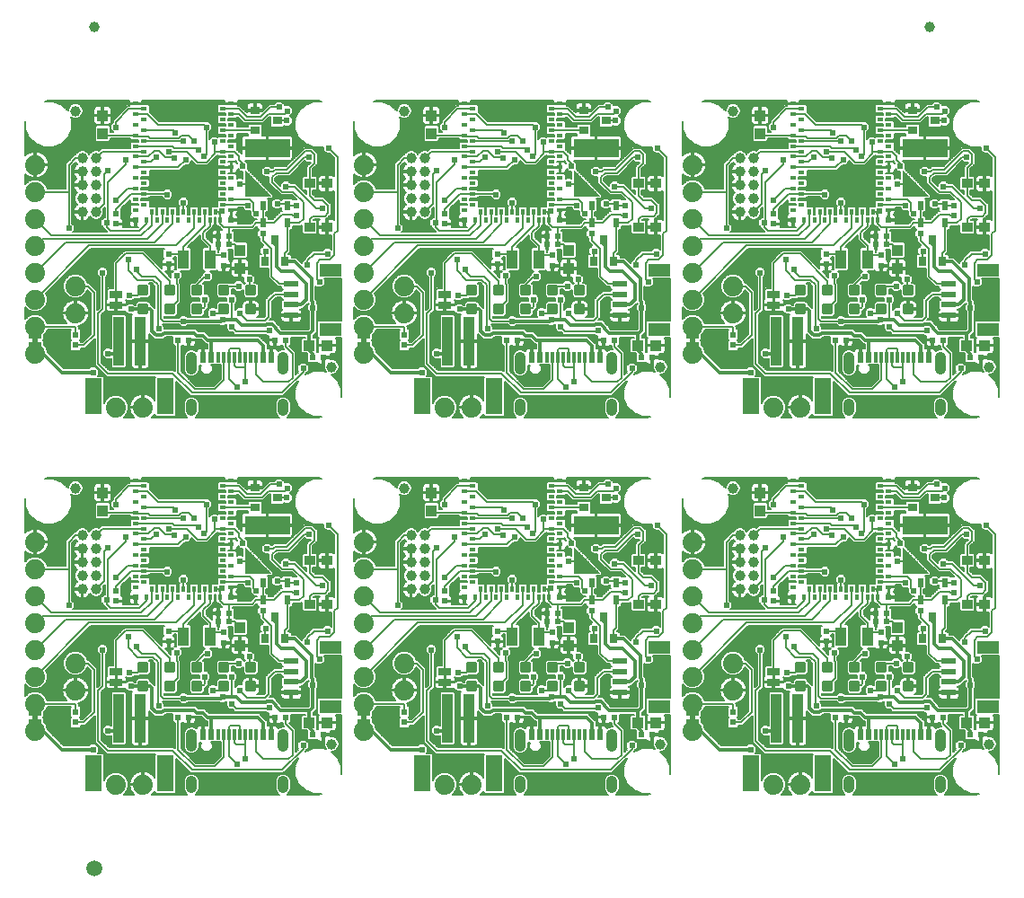
<source format=gtl>
G75*
%MOIN*%
%OFA0B0*%
%FSLAX25Y25*%
%IPPOS*%
%LPD*%
%AMOC8*
5,1,8,0,0,1.08239X$1,22.5*
%
%ADD10C,0.01181*%
%ADD11C,0.03937*%
%ADD12R,0.03937X0.07087*%
%ADD13R,0.02362X0.02362*%
%ADD14R,0.02362X0.01575*%
%ADD15R,0.01575X0.02362*%
%ADD16R,0.03937X0.04331*%
%ADD17R,0.03937X0.03543*%
%ADD18R,0.07874X0.04724*%
%ADD19R,0.05315X0.02362*%
%ADD20R,0.03937X0.18110*%
%ADD21R,0.06299X0.13386*%
%ADD22C,0.07400*%
%ADD23C,0.01000*%
%ADD24R,0.05000X0.02500*%
%ADD25R,0.02200X0.01600*%
%ADD26R,0.01181X0.03937*%
%ADD27R,0.02362X0.03937*%
%ADD28C,0.03937*%
%ADD29R,0.16535X0.06693*%
%ADD30C,0.00197*%
%ADD31R,0.03937X0.03937*%
%ADD32R,0.02480X0.03268*%
%ADD33R,0.03543X0.03150*%
%ADD34R,0.03150X0.03543*%
%ADD35R,0.04331X0.03937*%
%ADD36C,0.05906*%
%ADD37C,0.00600*%
%ADD38C,0.02400*%
%ADD39C,0.01200*%
D10*
X0072122Y0086919D02*
X0074878Y0086919D01*
X0072122Y0086919D02*
X0072122Y0089675D01*
X0074878Y0089675D01*
X0074878Y0086919D01*
X0074878Y0088041D02*
X0072122Y0088041D01*
X0072122Y0089163D02*
X0074878Y0089163D01*
X0074878Y0093825D02*
X0072122Y0093825D01*
X0072122Y0096581D01*
X0074878Y0096581D01*
X0074878Y0093825D01*
X0074878Y0094947D02*
X0072122Y0094947D01*
X0072122Y0096069D02*
X0074878Y0096069D01*
X0082122Y0093825D02*
X0084878Y0093825D01*
X0082122Y0093825D02*
X0082122Y0096581D01*
X0084878Y0096581D01*
X0084878Y0093825D01*
X0084878Y0094947D02*
X0082122Y0094947D01*
X0082122Y0096069D02*
X0084878Y0096069D01*
X0084878Y0086919D02*
X0082122Y0086919D01*
X0082122Y0089675D01*
X0084878Y0089675D01*
X0084878Y0086919D01*
X0084878Y0088041D02*
X0082122Y0088041D01*
X0082122Y0089163D02*
X0084878Y0089163D01*
X0092122Y0086919D02*
X0094878Y0086919D01*
X0092122Y0086919D02*
X0092122Y0089675D01*
X0094878Y0089675D01*
X0094878Y0086919D01*
X0094878Y0088041D02*
X0092122Y0088041D01*
X0092122Y0089163D02*
X0094878Y0089163D01*
X0094878Y0093825D02*
X0092122Y0093825D01*
X0092122Y0096581D01*
X0094878Y0096581D01*
X0094878Y0093825D01*
X0094878Y0094947D02*
X0092122Y0094947D01*
X0092122Y0096069D02*
X0094878Y0096069D01*
X0102122Y0096581D02*
X0104878Y0096581D01*
X0104878Y0093825D01*
X0102122Y0093825D01*
X0102122Y0096581D01*
X0102122Y0094947D02*
X0104878Y0094947D01*
X0104878Y0096069D02*
X0102122Y0096069D01*
X0102122Y0089675D02*
X0104878Y0089675D01*
X0104878Y0086919D01*
X0102122Y0086919D01*
X0102122Y0089675D01*
X0102122Y0088041D02*
X0104878Y0088041D01*
X0104878Y0089163D02*
X0102122Y0089163D01*
X0112122Y0089675D02*
X0114878Y0089675D01*
X0114878Y0086919D01*
X0112122Y0086919D01*
X0112122Y0089675D01*
X0112122Y0088041D02*
X0114878Y0088041D01*
X0114878Y0089163D02*
X0112122Y0089163D01*
X0112122Y0096581D02*
X0114878Y0096581D01*
X0114878Y0093825D01*
X0112122Y0093825D01*
X0112122Y0096581D01*
X0112122Y0094947D02*
X0114878Y0094947D01*
X0114878Y0096069D02*
X0112122Y0096069D01*
X0194122Y0093825D02*
X0196878Y0093825D01*
X0194122Y0093825D02*
X0194122Y0096581D01*
X0196878Y0096581D01*
X0196878Y0093825D01*
X0196878Y0094947D02*
X0194122Y0094947D01*
X0194122Y0096069D02*
X0196878Y0096069D01*
X0196878Y0086919D02*
X0194122Y0086919D01*
X0194122Y0089675D01*
X0196878Y0089675D01*
X0196878Y0086919D01*
X0196878Y0088041D02*
X0194122Y0088041D01*
X0194122Y0089163D02*
X0196878Y0089163D01*
X0204122Y0086919D02*
X0206878Y0086919D01*
X0204122Y0086919D02*
X0204122Y0089675D01*
X0206878Y0089675D01*
X0206878Y0086919D01*
X0206878Y0088041D02*
X0204122Y0088041D01*
X0204122Y0089163D02*
X0206878Y0089163D01*
X0206878Y0093825D02*
X0204122Y0093825D01*
X0204122Y0096581D01*
X0206878Y0096581D01*
X0206878Y0093825D01*
X0206878Y0094947D02*
X0204122Y0094947D01*
X0204122Y0096069D02*
X0206878Y0096069D01*
X0214122Y0093825D02*
X0216878Y0093825D01*
X0214122Y0093825D02*
X0214122Y0096581D01*
X0216878Y0096581D01*
X0216878Y0093825D01*
X0216878Y0094947D02*
X0214122Y0094947D01*
X0214122Y0096069D02*
X0216878Y0096069D01*
X0216878Y0086919D02*
X0214122Y0086919D01*
X0214122Y0089675D01*
X0216878Y0089675D01*
X0216878Y0086919D01*
X0216878Y0088041D02*
X0214122Y0088041D01*
X0214122Y0089163D02*
X0216878Y0089163D01*
X0224122Y0089675D02*
X0226878Y0089675D01*
X0226878Y0086919D01*
X0224122Y0086919D01*
X0224122Y0089675D01*
X0224122Y0088041D02*
X0226878Y0088041D01*
X0226878Y0089163D02*
X0224122Y0089163D01*
X0224122Y0096581D02*
X0226878Y0096581D01*
X0226878Y0093825D01*
X0224122Y0093825D01*
X0224122Y0096581D01*
X0224122Y0094947D02*
X0226878Y0094947D01*
X0226878Y0096069D02*
X0224122Y0096069D01*
X0234122Y0096581D02*
X0236878Y0096581D01*
X0236878Y0093825D01*
X0234122Y0093825D01*
X0234122Y0096581D01*
X0234122Y0094947D02*
X0236878Y0094947D01*
X0236878Y0096069D02*
X0234122Y0096069D01*
X0234122Y0089675D02*
X0236878Y0089675D01*
X0236878Y0086919D01*
X0234122Y0086919D01*
X0234122Y0089675D01*
X0234122Y0088041D02*
X0236878Y0088041D01*
X0236878Y0089163D02*
X0234122Y0089163D01*
X0316122Y0086919D02*
X0318878Y0086919D01*
X0316122Y0086919D02*
X0316122Y0089675D01*
X0318878Y0089675D01*
X0318878Y0086919D01*
X0318878Y0088041D02*
X0316122Y0088041D01*
X0316122Y0089163D02*
X0318878Y0089163D01*
X0318878Y0093825D02*
X0316122Y0093825D01*
X0316122Y0096581D01*
X0318878Y0096581D01*
X0318878Y0093825D01*
X0318878Y0094947D02*
X0316122Y0094947D01*
X0316122Y0096069D02*
X0318878Y0096069D01*
X0326122Y0093825D02*
X0328878Y0093825D01*
X0326122Y0093825D02*
X0326122Y0096581D01*
X0328878Y0096581D01*
X0328878Y0093825D01*
X0328878Y0094947D02*
X0326122Y0094947D01*
X0326122Y0096069D02*
X0328878Y0096069D01*
X0328878Y0086919D02*
X0326122Y0086919D01*
X0326122Y0089675D01*
X0328878Y0089675D01*
X0328878Y0086919D01*
X0328878Y0088041D02*
X0326122Y0088041D01*
X0326122Y0089163D02*
X0328878Y0089163D01*
X0336122Y0086919D02*
X0338878Y0086919D01*
X0336122Y0086919D02*
X0336122Y0089675D01*
X0338878Y0089675D01*
X0338878Y0086919D01*
X0338878Y0088041D02*
X0336122Y0088041D01*
X0336122Y0089163D02*
X0338878Y0089163D01*
X0338878Y0093825D02*
X0336122Y0093825D01*
X0336122Y0096581D01*
X0338878Y0096581D01*
X0338878Y0093825D01*
X0338878Y0094947D02*
X0336122Y0094947D01*
X0336122Y0096069D02*
X0338878Y0096069D01*
X0346122Y0096581D02*
X0348878Y0096581D01*
X0348878Y0093825D01*
X0346122Y0093825D01*
X0346122Y0096581D01*
X0346122Y0094947D02*
X0348878Y0094947D01*
X0348878Y0096069D02*
X0346122Y0096069D01*
X0346122Y0089675D02*
X0348878Y0089675D01*
X0348878Y0086919D01*
X0346122Y0086919D01*
X0346122Y0089675D01*
X0346122Y0088041D02*
X0348878Y0088041D01*
X0348878Y0089163D02*
X0346122Y0089163D01*
X0356122Y0089675D02*
X0358878Y0089675D01*
X0358878Y0086919D01*
X0356122Y0086919D01*
X0356122Y0089675D01*
X0356122Y0088041D02*
X0358878Y0088041D01*
X0358878Y0089163D02*
X0356122Y0089163D01*
X0356122Y0096581D02*
X0358878Y0096581D01*
X0358878Y0093825D01*
X0356122Y0093825D01*
X0356122Y0096581D01*
X0356122Y0094947D02*
X0358878Y0094947D01*
X0358878Y0096069D02*
X0356122Y0096069D01*
X0356122Y0229675D02*
X0358878Y0229675D01*
X0358878Y0226919D01*
X0356122Y0226919D01*
X0356122Y0229675D01*
X0356122Y0228041D02*
X0358878Y0228041D01*
X0358878Y0229163D02*
X0356122Y0229163D01*
X0356122Y0236581D02*
X0358878Y0236581D01*
X0358878Y0233825D01*
X0356122Y0233825D01*
X0356122Y0236581D01*
X0356122Y0234947D02*
X0358878Y0234947D01*
X0358878Y0236069D02*
X0356122Y0236069D01*
X0348878Y0236581D02*
X0346122Y0236581D01*
X0348878Y0236581D02*
X0348878Y0233825D01*
X0346122Y0233825D01*
X0346122Y0236581D01*
X0346122Y0234947D02*
X0348878Y0234947D01*
X0348878Y0236069D02*
X0346122Y0236069D01*
X0346122Y0229675D02*
X0348878Y0229675D01*
X0348878Y0226919D01*
X0346122Y0226919D01*
X0346122Y0229675D01*
X0346122Y0228041D02*
X0348878Y0228041D01*
X0348878Y0229163D02*
X0346122Y0229163D01*
X0338878Y0226919D02*
X0336122Y0226919D01*
X0336122Y0229675D01*
X0338878Y0229675D01*
X0338878Y0226919D01*
X0338878Y0228041D02*
X0336122Y0228041D01*
X0336122Y0229163D02*
X0338878Y0229163D01*
X0338878Y0233825D02*
X0336122Y0233825D01*
X0336122Y0236581D01*
X0338878Y0236581D01*
X0338878Y0233825D01*
X0338878Y0234947D02*
X0336122Y0234947D01*
X0336122Y0236069D02*
X0338878Y0236069D01*
X0328878Y0233825D02*
X0326122Y0233825D01*
X0326122Y0236581D01*
X0328878Y0236581D01*
X0328878Y0233825D01*
X0328878Y0234947D02*
X0326122Y0234947D01*
X0326122Y0236069D02*
X0328878Y0236069D01*
X0328878Y0226919D02*
X0326122Y0226919D01*
X0326122Y0229675D01*
X0328878Y0229675D01*
X0328878Y0226919D01*
X0328878Y0228041D02*
X0326122Y0228041D01*
X0326122Y0229163D02*
X0328878Y0229163D01*
X0318878Y0226919D02*
X0316122Y0226919D01*
X0316122Y0229675D01*
X0318878Y0229675D01*
X0318878Y0226919D01*
X0318878Y0228041D02*
X0316122Y0228041D01*
X0316122Y0229163D02*
X0318878Y0229163D01*
X0318878Y0233825D02*
X0316122Y0233825D01*
X0316122Y0236581D01*
X0318878Y0236581D01*
X0318878Y0233825D01*
X0318878Y0234947D02*
X0316122Y0234947D01*
X0316122Y0236069D02*
X0318878Y0236069D01*
X0236878Y0236581D02*
X0234122Y0236581D01*
X0236878Y0236581D02*
X0236878Y0233825D01*
X0234122Y0233825D01*
X0234122Y0236581D01*
X0234122Y0234947D02*
X0236878Y0234947D01*
X0236878Y0236069D02*
X0234122Y0236069D01*
X0234122Y0229675D02*
X0236878Y0229675D01*
X0236878Y0226919D01*
X0234122Y0226919D01*
X0234122Y0229675D01*
X0234122Y0228041D02*
X0236878Y0228041D01*
X0236878Y0229163D02*
X0234122Y0229163D01*
X0226878Y0229675D02*
X0224122Y0229675D01*
X0226878Y0229675D02*
X0226878Y0226919D01*
X0224122Y0226919D01*
X0224122Y0229675D01*
X0224122Y0228041D02*
X0226878Y0228041D01*
X0226878Y0229163D02*
X0224122Y0229163D01*
X0224122Y0236581D02*
X0226878Y0236581D01*
X0226878Y0233825D01*
X0224122Y0233825D01*
X0224122Y0236581D01*
X0224122Y0234947D02*
X0226878Y0234947D01*
X0226878Y0236069D02*
X0224122Y0236069D01*
X0216878Y0233825D02*
X0214122Y0233825D01*
X0214122Y0236581D01*
X0216878Y0236581D01*
X0216878Y0233825D01*
X0216878Y0234947D02*
X0214122Y0234947D01*
X0214122Y0236069D02*
X0216878Y0236069D01*
X0216878Y0226919D02*
X0214122Y0226919D01*
X0214122Y0229675D01*
X0216878Y0229675D01*
X0216878Y0226919D01*
X0216878Y0228041D02*
X0214122Y0228041D01*
X0214122Y0229163D02*
X0216878Y0229163D01*
X0206878Y0226919D02*
X0204122Y0226919D01*
X0204122Y0229675D01*
X0206878Y0229675D01*
X0206878Y0226919D01*
X0206878Y0228041D02*
X0204122Y0228041D01*
X0204122Y0229163D02*
X0206878Y0229163D01*
X0206878Y0233825D02*
X0204122Y0233825D01*
X0204122Y0236581D01*
X0206878Y0236581D01*
X0206878Y0233825D01*
X0206878Y0234947D02*
X0204122Y0234947D01*
X0204122Y0236069D02*
X0206878Y0236069D01*
X0196878Y0233825D02*
X0194122Y0233825D01*
X0194122Y0236581D01*
X0196878Y0236581D01*
X0196878Y0233825D01*
X0196878Y0234947D02*
X0194122Y0234947D01*
X0194122Y0236069D02*
X0196878Y0236069D01*
X0196878Y0226919D02*
X0194122Y0226919D01*
X0194122Y0229675D01*
X0196878Y0229675D01*
X0196878Y0226919D01*
X0196878Y0228041D02*
X0194122Y0228041D01*
X0194122Y0229163D02*
X0196878Y0229163D01*
X0114878Y0229675D02*
X0112122Y0229675D01*
X0114878Y0229675D02*
X0114878Y0226919D01*
X0112122Y0226919D01*
X0112122Y0229675D01*
X0112122Y0228041D02*
X0114878Y0228041D01*
X0114878Y0229163D02*
X0112122Y0229163D01*
X0112122Y0236581D02*
X0114878Y0236581D01*
X0114878Y0233825D01*
X0112122Y0233825D01*
X0112122Y0236581D01*
X0112122Y0234947D02*
X0114878Y0234947D01*
X0114878Y0236069D02*
X0112122Y0236069D01*
X0104878Y0236581D02*
X0102122Y0236581D01*
X0104878Y0236581D02*
X0104878Y0233825D01*
X0102122Y0233825D01*
X0102122Y0236581D01*
X0102122Y0234947D02*
X0104878Y0234947D01*
X0104878Y0236069D02*
X0102122Y0236069D01*
X0102122Y0229675D02*
X0104878Y0229675D01*
X0104878Y0226919D01*
X0102122Y0226919D01*
X0102122Y0229675D01*
X0102122Y0228041D02*
X0104878Y0228041D01*
X0104878Y0229163D02*
X0102122Y0229163D01*
X0094878Y0226919D02*
X0092122Y0226919D01*
X0092122Y0229675D01*
X0094878Y0229675D01*
X0094878Y0226919D01*
X0094878Y0228041D02*
X0092122Y0228041D01*
X0092122Y0229163D02*
X0094878Y0229163D01*
X0094878Y0233825D02*
X0092122Y0233825D01*
X0092122Y0236581D01*
X0094878Y0236581D01*
X0094878Y0233825D01*
X0094878Y0234947D02*
X0092122Y0234947D01*
X0092122Y0236069D02*
X0094878Y0236069D01*
X0084878Y0233825D02*
X0082122Y0233825D01*
X0082122Y0236581D01*
X0084878Y0236581D01*
X0084878Y0233825D01*
X0084878Y0234947D02*
X0082122Y0234947D01*
X0082122Y0236069D02*
X0084878Y0236069D01*
X0084878Y0226919D02*
X0082122Y0226919D01*
X0082122Y0229675D01*
X0084878Y0229675D01*
X0084878Y0226919D01*
X0084878Y0228041D02*
X0082122Y0228041D01*
X0082122Y0229163D02*
X0084878Y0229163D01*
X0074878Y0226919D02*
X0072122Y0226919D01*
X0072122Y0229675D01*
X0074878Y0229675D01*
X0074878Y0226919D01*
X0074878Y0228041D02*
X0072122Y0228041D01*
X0072122Y0229163D02*
X0074878Y0229163D01*
X0074878Y0233825D02*
X0072122Y0233825D01*
X0072122Y0236581D01*
X0074878Y0236581D01*
X0074878Y0233825D01*
X0074878Y0234947D02*
X0072122Y0234947D01*
X0072122Y0236069D02*
X0074878Y0236069D01*
D11*
X0056000Y0264250D03*
X0056000Y0269250D03*
X0056000Y0274250D03*
X0056000Y0279250D03*
X0051000Y0279250D03*
X0051000Y0274250D03*
X0051000Y0269250D03*
X0051000Y0264250D03*
X0051000Y0284250D03*
X0056000Y0284250D03*
X0048500Y0301750D03*
X0055500Y0333000D03*
X0170500Y0301750D03*
X0173000Y0284250D03*
X0178000Y0284250D03*
X0178000Y0279250D03*
X0178000Y0274250D03*
X0178000Y0269250D03*
X0178000Y0264250D03*
X0173000Y0264250D03*
X0173000Y0269250D03*
X0173000Y0274250D03*
X0173000Y0279250D03*
X0143500Y0206750D03*
X0170500Y0161750D03*
X0173000Y0144250D03*
X0173000Y0139250D03*
X0173000Y0134250D03*
X0178000Y0134250D03*
X0178000Y0139250D03*
X0178000Y0144250D03*
X0178000Y0129250D03*
X0178000Y0124250D03*
X0173000Y0124250D03*
X0173000Y0129250D03*
X0143500Y0066750D03*
X0056000Y0124250D03*
X0056000Y0129250D03*
X0051000Y0129250D03*
X0051000Y0124250D03*
X0051000Y0134250D03*
X0051000Y0139250D03*
X0051000Y0144250D03*
X0056000Y0144250D03*
X0056000Y0139250D03*
X0056000Y0134250D03*
X0048500Y0161750D03*
X0265500Y0206750D03*
X0292500Y0161750D03*
X0295000Y0144250D03*
X0295000Y0139250D03*
X0295000Y0134250D03*
X0300000Y0134250D03*
X0300000Y0139250D03*
X0300000Y0144250D03*
X0300000Y0129250D03*
X0300000Y0124250D03*
X0295000Y0124250D03*
X0295000Y0129250D03*
X0265500Y0066750D03*
X0387500Y0066750D03*
X0387500Y0206750D03*
X0300000Y0264250D03*
X0300000Y0269250D03*
X0300000Y0274250D03*
X0300000Y0279250D03*
X0295000Y0279250D03*
X0295000Y0274250D03*
X0295000Y0269250D03*
X0295000Y0264250D03*
X0295000Y0284250D03*
X0300000Y0284250D03*
X0292500Y0301750D03*
X0365500Y0333000D03*
D12*
X0342421Y0246750D03*
X0332579Y0246750D03*
X0220421Y0246750D03*
X0210579Y0246750D03*
X0098421Y0246750D03*
X0088579Y0246750D03*
X0088579Y0106750D03*
X0098421Y0106750D03*
X0210579Y0106750D03*
X0220421Y0106750D03*
X0332579Y0106750D03*
X0342421Y0106750D03*
D13*
X0347500Y0108219D03*
X0347500Y0104281D03*
X0345531Y0112250D03*
X0345531Y0115250D03*
X0349469Y0115250D03*
X0349469Y0112250D03*
X0350217Y0121159D03*
X0374500Y0122781D03*
X0374500Y0126719D03*
X0327000Y0108719D03*
X0327000Y0104781D03*
X0314783Y0121159D03*
X0307500Y0119781D03*
X0307500Y0123719D03*
X0292500Y0078719D03*
X0292500Y0074781D03*
X0262469Y0070250D03*
X0258531Y0070250D03*
X0248469Y0076750D03*
X0244531Y0076750D03*
X0225500Y0104281D03*
X0225500Y0108219D03*
X0223531Y0112250D03*
X0223531Y0115250D03*
X0227469Y0115250D03*
X0227469Y0112250D03*
X0228217Y0121159D03*
X0252500Y0122781D03*
X0252500Y0126719D03*
X0205000Y0108719D03*
X0205000Y0104781D03*
X0192783Y0121159D03*
X0185500Y0119781D03*
X0185500Y0123719D03*
X0170500Y0078719D03*
X0170500Y0074781D03*
X0140469Y0070250D03*
X0136531Y0070250D03*
X0126469Y0076750D03*
X0122531Y0076750D03*
X0103500Y0104281D03*
X0103500Y0108219D03*
X0101531Y0112250D03*
X0101531Y0115250D03*
X0105469Y0115250D03*
X0105469Y0112250D03*
X0106217Y0121159D03*
X0130500Y0122781D03*
X0130500Y0126719D03*
X0083000Y0108719D03*
X0083000Y0104781D03*
X0070783Y0121159D03*
X0063500Y0119781D03*
X0063500Y0123719D03*
X0048500Y0078719D03*
X0048500Y0074781D03*
X0086531Y0076750D03*
X0090469Y0076750D03*
X0208531Y0076750D03*
X0212469Y0076750D03*
X0330531Y0076750D03*
X0334469Y0076750D03*
X0366531Y0076750D03*
X0370469Y0076750D03*
X0380531Y0070250D03*
X0384469Y0070250D03*
X0384469Y0210250D03*
X0380531Y0210250D03*
X0370469Y0216750D03*
X0366531Y0216750D03*
X0334469Y0216750D03*
X0330531Y0216750D03*
X0327000Y0244781D03*
X0327000Y0248719D03*
X0314783Y0261159D03*
X0307500Y0259781D03*
X0307500Y0263719D03*
X0345531Y0255250D03*
X0345531Y0252250D03*
X0349469Y0252250D03*
X0349469Y0255250D03*
X0347500Y0248219D03*
X0347500Y0244281D03*
X0350217Y0261159D03*
X0374500Y0262781D03*
X0374500Y0266719D03*
X0292500Y0218719D03*
X0292500Y0214781D03*
X0262469Y0210250D03*
X0258531Y0210250D03*
X0248469Y0216750D03*
X0244531Y0216750D03*
X0225500Y0244281D03*
X0225500Y0248219D03*
X0223531Y0252250D03*
X0223531Y0255250D03*
X0227469Y0255250D03*
X0227469Y0252250D03*
X0228217Y0261159D03*
X0252500Y0262781D03*
X0252500Y0266719D03*
X0205000Y0248719D03*
X0205000Y0244781D03*
X0192783Y0261159D03*
X0185500Y0259781D03*
X0185500Y0263719D03*
X0170500Y0218719D03*
X0170500Y0214781D03*
X0140469Y0210250D03*
X0136531Y0210250D03*
X0126469Y0216750D03*
X0122531Y0216750D03*
X0103500Y0244281D03*
X0103500Y0248219D03*
X0101531Y0252250D03*
X0101531Y0255250D03*
X0105469Y0255250D03*
X0105469Y0252250D03*
X0106217Y0261159D03*
X0130500Y0262781D03*
X0130500Y0266719D03*
X0083000Y0248719D03*
X0083000Y0244781D03*
X0070783Y0261159D03*
X0063500Y0259781D03*
X0063500Y0263719D03*
X0048500Y0218719D03*
X0048500Y0214781D03*
X0086531Y0216750D03*
X0090469Y0216750D03*
X0208531Y0216750D03*
X0212469Y0216750D03*
D14*
X0228217Y0265096D03*
X0225067Y0267065D03*
X0228217Y0269033D03*
X0225067Y0271002D03*
X0228217Y0272970D03*
X0225067Y0274939D03*
X0228217Y0276907D03*
X0225067Y0278876D03*
X0228217Y0280844D03*
X0225067Y0282813D03*
X0228217Y0284781D03*
X0225067Y0286750D03*
X0228217Y0288719D03*
X0225067Y0290687D03*
X0228217Y0292656D03*
X0225067Y0294624D03*
X0228217Y0296593D03*
X0225067Y0298561D03*
X0228217Y0300530D03*
X0225067Y0302498D03*
X0228217Y0304467D03*
X0195933Y0302498D03*
X0192783Y0300530D03*
X0195933Y0298561D03*
X0192783Y0296593D03*
X0195933Y0294624D03*
X0192783Y0292656D03*
X0195933Y0290687D03*
X0192783Y0288719D03*
X0195933Y0286750D03*
X0192783Y0284781D03*
X0195933Y0282813D03*
X0192783Y0280844D03*
X0195933Y0278876D03*
X0192783Y0276907D03*
X0195933Y0274939D03*
X0192783Y0272970D03*
X0195933Y0271002D03*
X0192783Y0269033D03*
X0195933Y0267065D03*
X0192783Y0265096D03*
X0192783Y0304467D03*
X0106217Y0304467D03*
X0103067Y0302498D03*
X0106217Y0300530D03*
X0103067Y0298561D03*
X0106217Y0296593D03*
X0103067Y0294624D03*
X0106217Y0292656D03*
X0103067Y0290687D03*
X0106217Y0288719D03*
X0103067Y0286750D03*
X0106217Y0284781D03*
X0103067Y0282813D03*
X0106217Y0280844D03*
X0103067Y0278876D03*
X0106217Y0276907D03*
X0103067Y0274939D03*
X0106217Y0272970D03*
X0103067Y0271002D03*
X0106217Y0269033D03*
X0103067Y0267065D03*
X0106217Y0265096D03*
X0073933Y0267065D03*
X0070783Y0269033D03*
X0073933Y0271002D03*
X0070783Y0272970D03*
X0073933Y0274939D03*
X0070783Y0276907D03*
X0073933Y0278876D03*
X0070783Y0280844D03*
X0073933Y0282813D03*
X0070783Y0284781D03*
X0073933Y0286750D03*
X0070783Y0288719D03*
X0073933Y0290687D03*
X0070783Y0292656D03*
X0073933Y0294624D03*
X0070783Y0296593D03*
X0073933Y0298561D03*
X0070783Y0300530D03*
X0073933Y0302498D03*
X0070783Y0304467D03*
X0070783Y0265096D03*
X0070783Y0164467D03*
X0073933Y0162498D03*
X0070783Y0160530D03*
X0073933Y0158561D03*
X0070783Y0156593D03*
X0073933Y0154624D03*
X0070783Y0152656D03*
X0073933Y0150687D03*
X0070783Y0148719D03*
X0073933Y0146750D03*
X0070783Y0144781D03*
X0073933Y0142813D03*
X0070783Y0140844D03*
X0073933Y0138876D03*
X0070783Y0136907D03*
X0073933Y0134939D03*
X0070783Y0132970D03*
X0073933Y0131002D03*
X0070783Y0129033D03*
X0073933Y0127065D03*
X0070783Y0125096D03*
X0103067Y0127065D03*
X0106217Y0129033D03*
X0103067Y0131002D03*
X0106217Y0132970D03*
X0103067Y0134939D03*
X0106217Y0136907D03*
X0103067Y0138876D03*
X0106217Y0140844D03*
X0103067Y0142813D03*
X0106217Y0144781D03*
X0103067Y0146750D03*
X0106217Y0148719D03*
X0103067Y0150687D03*
X0106217Y0152656D03*
X0103067Y0154624D03*
X0106217Y0156593D03*
X0103067Y0158561D03*
X0106217Y0160530D03*
X0103067Y0162498D03*
X0106217Y0164467D03*
X0106217Y0125096D03*
X0192783Y0125096D03*
X0195933Y0127065D03*
X0192783Y0129033D03*
X0195933Y0131002D03*
X0192783Y0132970D03*
X0195933Y0134939D03*
X0192783Y0136907D03*
X0195933Y0138876D03*
X0192783Y0140844D03*
X0195933Y0142813D03*
X0192783Y0144781D03*
X0195933Y0146750D03*
X0192783Y0148719D03*
X0195933Y0150687D03*
X0192783Y0152656D03*
X0195933Y0154624D03*
X0192783Y0156593D03*
X0195933Y0158561D03*
X0192783Y0160530D03*
X0195933Y0162498D03*
X0192783Y0164467D03*
X0225067Y0162498D03*
X0228217Y0160530D03*
X0225067Y0158561D03*
X0228217Y0156593D03*
X0225067Y0154624D03*
X0228217Y0152656D03*
X0225067Y0150687D03*
X0228217Y0148719D03*
X0225067Y0146750D03*
X0228217Y0144781D03*
X0225067Y0142813D03*
X0228217Y0140844D03*
X0225067Y0138876D03*
X0228217Y0136907D03*
X0225067Y0134939D03*
X0228217Y0132970D03*
X0225067Y0131002D03*
X0228217Y0129033D03*
X0225067Y0127065D03*
X0228217Y0125096D03*
X0228217Y0164467D03*
X0314783Y0164467D03*
X0317933Y0162498D03*
X0314783Y0160530D03*
X0317933Y0158561D03*
X0314783Y0156593D03*
X0317933Y0154624D03*
X0314783Y0152656D03*
X0317933Y0150687D03*
X0314783Y0148719D03*
X0317933Y0146750D03*
X0314783Y0144781D03*
X0317933Y0142813D03*
X0314783Y0140844D03*
X0317933Y0138876D03*
X0314783Y0136907D03*
X0317933Y0134939D03*
X0314783Y0132970D03*
X0317933Y0131002D03*
X0314783Y0129033D03*
X0317933Y0127065D03*
X0314783Y0125096D03*
X0347067Y0127065D03*
X0350217Y0129033D03*
X0347067Y0131002D03*
X0350217Y0132970D03*
X0347067Y0134939D03*
X0350217Y0136907D03*
X0347067Y0138876D03*
X0350217Y0140844D03*
X0347067Y0142813D03*
X0350217Y0144781D03*
X0347067Y0146750D03*
X0350217Y0148719D03*
X0347067Y0150687D03*
X0350217Y0152656D03*
X0347067Y0154624D03*
X0350217Y0156593D03*
X0347067Y0158561D03*
X0350217Y0160530D03*
X0347067Y0162498D03*
X0350217Y0164467D03*
X0350217Y0125096D03*
X0350217Y0265096D03*
X0347067Y0267065D03*
X0350217Y0269033D03*
X0347067Y0271002D03*
X0350217Y0272970D03*
X0347067Y0274939D03*
X0350217Y0276907D03*
X0347067Y0278876D03*
X0350217Y0280844D03*
X0347067Y0282813D03*
X0350217Y0284781D03*
X0347067Y0286750D03*
X0350217Y0288719D03*
X0347067Y0290687D03*
X0350217Y0292656D03*
X0347067Y0294624D03*
X0350217Y0296593D03*
X0347067Y0298561D03*
X0350217Y0300530D03*
X0347067Y0302498D03*
X0350217Y0304467D03*
X0317933Y0302498D03*
X0314783Y0300530D03*
X0317933Y0298561D03*
X0314783Y0296593D03*
X0317933Y0294624D03*
X0314783Y0292656D03*
X0317933Y0290687D03*
X0314783Y0288719D03*
X0317933Y0286750D03*
X0314783Y0284781D03*
X0317933Y0282813D03*
X0314783Y0280844D03*
X0317933Y0278876D03*
X0314783Y0276907D03*
X0317933Y0274939D03*
X0314783Y0272970D03*
X0317933Y0271002D03*
X0314783Y0269033D03*
X0317933Y0267065D03*
X0314783Y0265096D03*
X0314783Y0304467D03*
D15*
X0320689Y0264309D03*
X0322657Y0261159D03*
X0324626Y0264309D03*
X0326594Y0261159D03*
X0328563Y0264309D03*
X0330531Y0261159D03*
X0332500Y0264309D03*
X0334469Y0261159D03*
X0336437Y0264309D03*
X0338406Y0261159D03*
X0340374Y0264309D03*
X0342343Y0261159D03*
X0344311Y0264309D03*
X0346280Y0261159D03*
X0318720Y0261159D03*
X0224280Y0261159D03*
X0222311Y0264309D03*
X0220343Y0261159D03*
X0218374Y0264309D03*
X0216406Y0261159D03*
X0214437Y0264309D03*
X0212469Y0261159D03*
X0210500Y0264309D03*
X0208531Y0261159D03*
X0206563Y0264309D03*
X0204594Y0261159D03*
X0202626Y0264309D03*
X0200657Y0261159D03*
X0198689Y0264309D03*
X0196720Y0261159D03*
X0102280Y0261159D03*
X0100311Y0264309D03*
X0098343Y0261159D03*
X0096374Y0264309D03*
X0094406Y0261159D03*
X0092437Y0264309D03*
X0090469Y0261159D03*
X0088500Y0264309D03*
X0086531Y0261159D03*
X0084563Y0264309D03*
X0082594Y0261159D03*
X0080626Y0264309D03*
X0078657Y0261159D03*
X0076689Y0264309D03*
X0074720Y0261159D03*
X0076689Y0124309D03*
X0078657Y0121159D03*
X0080626Y0124309D03*
X0082594Y0121159D03*
X0084563Y0124309D03*
X0086531Y0121159D03*
X0088500Y0124309D03*
X0090469Y0121159D03*
X0092437Y0124309D03*
X0094406Y0121159D03*
X0096374Y0124309D03*
X0098343Y0121159D03*
X0100311Y0124309D03*
X0102280Y0121159D03*
X0074720Y0121159D03*
X0196720Y0121159D03*
X0198689Y0124309D03*
X0200657Y0121159D03*
X0202626Y0124309D03*
X0204594Y0121159D03*
X0206563Y0124309D03*
X0208531Y0121159D03*
X0210500Y0124309D03*
X0212469Y0121159D03*
X0214437Y0124309D03*
X0216406Y0121159D03*
X0218374Y0124309D03*
X0220343Y0121159D03*
X0222311Y0124309D03*
X0224280Y0121159D03*
X0318720Y0121159D03*
X0320689Y0124309D03*
X0322657Y0121159D03*
X0324626Y0124309D03*
X0326594Y0121159D03*
X0328563Y0124309D03*
X0330531Y0121159D03*
X0332500Y0124309D03*
X0334469Y0121159D03*
X0336437Y0124309D03*
X0338406Y0121159D03*
X0340374Y0124309D03*
X0342343Y0121159D03*
X0344311Y0124309D03*
X0346280Y0121159D03*
D16*
X0353500Y0110096D03*
X0353500Y0103404D03*
X0302500Y0153404D03*
X0302500Y0160096D03*
X0231500Y0110096D03*
X0231500Y0103404D03*
X0180500Y0153404D03*
X0180500Y0160096D03*
X0109500Y0110096D03*
X0109500Y0103404D03*
X0058500Y0153404D03*
X0058500Y0160096D03*
X0109500Y0243404D03*
X0109500Y0250096D03*
X0058500Y0293404D03*
X0058500Y0300096D03*
X0180500Y0300096D03*
X0180500Y0293404D03*
X0231500Y0250096D03*
X0231500Y0243404D03*
X0302500Y0293404D03*
X0302500Y0300096D03*
X0353500Y0250096D03*
X0353500Y0243404D03*
D17*
X0379350Y0258679D03*
X0385650Y0258679D03*
X0385650Y0274821D03*
X0379350Y0274821D03*
X0263650Y0274821D03*
X0257350Y0274821D03*
X0257350Y0258679D03*
X0263650Y0258679D03*
X0141650Y0258679D03*
X0135350Y0258679D03*
X0135350Y0274821D03*
X0141650Y0274821D03*
X0141650Y0134821D03*
X0135350Y0134821D03*
X0135350Y0118679D03*
X0141650Y0118679D03*
X0257350Y0118679D03*
X0263650Y0118679D03*
X0263650Y0134821D03*
X0257350Y0134821D03*
X0379350Y0134821D03*
X0385650Y0134821D03*
X0385650Y0118679D03*
X0379350Y0118679D03*
D18*
X0386969Y0102774D03*
X0386969Y0080726D03*
X0264969Y0080726D03*
X0264969Y0102774D03*
X0142969Y0102774D03*
X0142969Y0080726D03*
X0142969Y0220726D03*
X0142969Y0242774D03*
X0264969Y0242774D03*
X0264969Y0220726D03*
X0386969Y0220726D03*
X0386969Y0242774D03*
D19*
X0372500Y0237656D03*
X0372500Y0233719D03*
X0372500Y0229781D03*
X0372500Y0225844D03*
X0250500Y0225844D03*
X0250500Y0229781D03*
X0250500Y0233719D03*
X0250500Y0237656D03*
X0128500Y0237656D03*
X0128500Y0233719D03*
X0128500Y0229781D03*
X0128500Y0225844D03*
X0128500Y0097656D03*
X0128500Y0093719D03*
X0128500Y0089781D03*
X0128500Y0085844D03*
X0250500Y0085844D03*
X0250500Y0089781D03*
X0250500Y0093719D03*
X0250500Y0097656D03*
X0372500Y0097656D03*
X0372500Y0093719D03*
X0372500Y0089781D03*
X0372500Y0085844D03*
D20*
X0316437Y0076317D03*
X0308563Y0076317D03*
X0194437Y0076317D03*
X0186563Y0076317D03*
X0072437Y0076317D03*
X0064563Y0076317D03*
X0064563Y0216317D03*
X0072437Y0216317D03*
X0186563Y0216317D03*
X0194437Y0216317D03*
X0308563Y0216317D03*
X0316437Y0216317D03*
D21*
X0325886Y0195844D03*
X0299114Y0195844D03*
X0203886Y0195844D03*
X0177114Y0195844D03*
X0081886Y0195844D03*
X0055114Y0195844D03*
X0055114Y0055844D03*
X0081886Y0055844D03*
X0177114Y0055844D03*
X0203886Y0055844D03*
X0299114Y0055844D03*
X0325886Y0055844D03*
D22*
X0317500Y0051750D03*
X0307500Y0051750D03*
X0277500Y0071750D03*
X0277500Y0081750D03*
X0277500Y0091750D03*
X0277500Y0101750D03*
X0277500Y0111750D03*
X0277500Y0121750D03*
X0277500Y0131750D03*
X0277500Y0141750D03*
X0292500Y0096750D03*
X0292500Y0086750D03*
X0195500Y0051750D03*
X0185500Y0051750D03*
X0155500Y0071750D03*
X0155500Y0081750D03*
X0155500Y0091750D03*
X0155500Y0101750D03*
X0155500Y0111750D03*
X0155500Y0121750D03*
X0155500Y0131750D03*
X0155500Y0141750D03*
X0170500Y0096750D03*
X0170500Y0086750D03*
X0073500Y0051750D03*
X0063500Y0051750D03*
X0033500Y0071750D03*
X0033500Y0081750D03*
X0033500Y0091750D03*
X0033500Y0101750D03*
X0033500Y0111750D03*
X0033500Y0121750D03*
X0033500Y0131750D03*
X0033500Y0141750D03*
X0048500Y0096750D03*
X0048500Y0086750D03*
X0063500Y0191750D03*
X0073500Y0191750D03*
X0048500Y0226750D03*
X0048500Y0236750D03*
X0033500Y0231750D03*
X0033500Y0221750D03*
X0033500Y0211750D03*
X0033500Y0241750D03*
X0033500Y0251750D03*
X0033500Y0261750D03*
X0033500Y0271750D03*
X0033500Y0281750D03*
X0155500Y0281750D03*
X0155500Y0271750D03*
X0155500Y0261750D03*
X0155500Y0251750D03*
X0155500Y0241750D03*
X0155500Y0231750D03*
X0155500Y0221750D03*
X0155500Y0211750D03*
X0170500Y0226750D03*
X0170500Y0236750D03*
X0185500Y0191750D03*
X0195500Y0191750D03*
X0277500Y0211750D03*
X0277500Y0221750D03*
X0277500Y0231750D03*
X0277500Y0241750D03*
X0277500Y0251750D03*
X0277500Y0261750D03*
X0277500Y0271750D03*
X0277500Y0281750D03*
X0292500Y0236750D03*
X0292500Y0226750D03*
X0307500Y0191750D03*
X0317500Y0191750D03*
D23*
X0307500Y0229750D02*
X0307500Y0233750D01*
X0185500Y0233750D02*
X0185500Y0229750D01*
X0063500Y0229750D02*
X0063500Y0233750D01*
X0063500Y0093750D02*
X0063500Y0089750D01*
X0185500Y0089750D02*
X0185500Y0093750D01*
X0307500Y0093750D02*
X0307500Y0089750D01*
D24*
X0307500Y0089750D03*
X0307500Y0093750D03*
X0277500Y0078750D03*
X0277500Y0074750D03*
X0185500Y0089750D03*
X0185500Y0093750D03*
X0155500Y0078750D03*
X0155500Y0074750D03*
X0063500Y0089750D03*
X0063500Y0093750D03*
X0033500Y0078750D03*
X0033500Y0074750D03*
X0033500Y0214750D03*
X0033500Y0218750D03*
X0063500Y0229750D03*
X0063500Y0233750D03*
X0155500Y0218750D03*
X0155500Y0214750D03*
X0185500Y0229750D03*
X0185500Y0233750D03*
X0277500Y0218750D03*
X0277500Y0214750D03*
X0307500Y0229750D03*
X0307500Y0233750D03*
D25*
X0277500Y0216750D03*
X0155500Y0216750D03*
X0033500Y0216750D03*
X0033500Y0076750D03*
X0155500Y0076750D03*
X0277500Y0076750D03*
D26*
X0237390Y0070411D03*
X0235421Y0070411D03*
X0233453Y0070411D03*
X0231484Y0070411D03*
X0229516Y0070411D03*
X0227547Y0070411D03*
X0225579Y0070411D03*
X0223610Y0070411D03*
X0115390Y0070411D03*
X0113421Y0070411D03*
X0111453Y0070411D03*
X0109484Y0070411D03*
X0107516Y0070411D03*
X0105547Y0070411D03*
X0103579Y0070411D03*
X0101610Y0070411D03*
X0101610Y0210411D03*
X0103579Y0210411D03*
X0105547Y0210411D03*
X0107516Y0210411D03*
X0109484Y0210411D03*
X0111453Y0210411D03*
X0113421Y0210411D03*
X0115390Y0210411D03*
X0223610Y0210411D03*
X0225579Y0210411D03*
X0227547Y0210411D03*
X0229516Y0210411D03*
X0231484Y0210411D03*
X0233453Y0210411D03*
X0235421Y0210411D03*
X0237390Y0210411D03*
X0345610Y0210411D03*
X0347579Y0210411D03*
X0349547Y0210411D03*
X0351516Y0210411D03*
X0353484Y0210411D03*
X0355453Y0210411D03*
X0357421Y0210411D03*
X0359390Y0210411D03*
X0359390Y0070411D03*
X0357421Y0070411D03*
X0355453Y0070411D03*
X0353484Y0070411D03*
X0351516Y0070411D03*
X0349547Y0070411D03*
X0347579Y0070411D03*
X0345610Y0070411D03*
D27*
X0342854Y0070411D03*
X0339803Y0070411D03*
X0362146Y0070411D03*
X0365197Y0070411D03*
X0243197Y0070411D03*
X0240146Y0070411D03*
X0220854Y0070411D03*
X0217803Y0070411D03*
X0121197Y0070411D03*
X0118146Y0070411D03*
X0098854Y0070411D03*
X0095803Y0070411D03*
X0095803Y0210411D03*
X0098854Y0210411D03*
X0118146Y0210411D03*
X0121197Y0210411D03*
X0217803Y0210411D03*
X0220854Y0210411D03*
X0240146Y0210411D03*
X0243197Y0210411D03*
X0339803Y0210411D03*
X0342854Y0210411D03*
X0362146Y0210411D03*
X0365197Y0210411D03*
D28*
X0369508Y0210314D02*
X0369508Y0210314D01*
X0369508Y0205982D01*
X0369508Y0205982D01*
X0369508Y0210314D01*
X0369508Y0209722D02*
X0369508Y0209722D01*
X0369508Y0192872D02*
X0369508Y0192872D01*
X0369508Y0190510D01*
X0369508Y0190510D01*
X0369508Y0192872D01*
X0335492Y0192872D02*
X0335492Y0192872D01*
X0335492Y0190510D01*
X0335492Y0190510D01*
X0335492Y0192872D01*
X0335492Y0210314D02*
X0335492Y0210314D01*
X0335492Y0205982D01*
X0335492Y0205982D01*
X0335492Y0210314D01*
X0335492Y0209722D02*
X0335492Y0209722D01*
X0247508Y0210314D02*
X0247508Y0210314D01*
X0247508Y0205982D01*
X0247508Y0205982D01*
X0247508Y0210314D01*
X0247508Y0209722D02*
X0247508Y0209722D01*
X0247508Y0192872D02*
X0247508Y0192872D01*
X0247508Y0190510D01*
X0247508Y0190510D01*
X0247508Y0192872D01*
X0213492Y0192872D02*
X0213492Y0192872D01*
X0213492Y0190510D01*
X0213492Y0190510D01*
X0213492Y0192872D01*
X0213492Y0210314D02*
X0213492Y0210314D01*
X0213492Y0205982D01*
X0213492Y0205982D01*
X0213492Y0210314D01*
X0213492Y0209722D02*
X0213492Y0209722D01*
X0125508Y0210314D02*
X0125508Y0210314D01*
X0125508Y0205982D01*
X0125508Y0205982D01*
X0125508Y0210314D01*
X0125508Y0209722D02*
X0125508Y0209722D01*
X0125508Y0192872D02*
X0125508Y0192872D01*
X0125508Y0190510D01*
X0125508Y0190510D01*
X0125508Y0192872D01*
X0091492Y0192872D02*
X0091492Y0192872D01*
X0091492Y0190510D01*
X0091492Y0190510D01*
X0091492Y0192872D01*
X0091492Y0210314D02*
X0091492Y0210314D01*
X0091492Y0205982D01*
X0091492Y0205982D01*
X0091492Y0210314D01*
X0091492Y0209722D02*
X0091492Y0209722D01*
X0091492Y0070314D02*
X0091492Y0070314D01*
X0091492Y0065982D01*
X0091492Y0065982D01*
X0091492Y0070314D01*
X0091492Y0069722D02*
X0091492Y0069722D01*
X0091492Y0052872D02*
X0091492Y0052872D01*
X0091492Y0050510D01*
X0091492Y0050510D01*
X0091492Y0052872D01*
X0125508Y0052872D02*
X0125508Y0052872D01*
X0125508Y0050510D01*
X0125508Y0050510D01*
X0125508Y0052872D01*
X0125508Y0070314D02*
X0125508Y0070314D01*
X0125508Y0065982D01*
X0125508Y0065982D01*
X0125508Y0070314D01*
X0125508Y0069722D02*
X0125508Y0069722D01*
X0213492Y0070314D02*
X0213492Y0070314D01*
X0213492Y0065982D01*
X0213492Y0065982D01*
X0213492Y0070314D01*
X0213492Y0069722D02*
X0213492Y0069722D01*
X0213492Y0052872D02*
X0213492Y0052872D01*
X0213492Y0050510D01*
X0213492Y0050510D01*
X0213492Y0052872D01*
X0247508Y0052872D02*
X0247508Y0052872D01*
X0247508Y0050510D01*
X0247508Y0050510D01*
X0247508Y0052872D01*
X0247508Y0070314D02*
X0247508Y0070314D01*
X0247508Y0065982D01*
X0247508Y0065982D01*
X0247508Y0070314D01*
X0247508Y0069722D02*
X0247508Y0069722D01*
X0335492Y0070314D02*
X0335492Y0070314D01*
X0335492Y0065982D01*
X0335492Y0065982D01*
X0335492Y0070314D01*
X0335492Y0069722D02*
X0335492Y0069722D01*
X0335492Y0052872D02*
X0335492Y0052872D01*
X0335492Y0050510D01*
X0335492Y0050510D01*
X0335492Y0052872D01*
X0369508Y0052872D02*
X0369508Y0052872D01*
X0369508Y0050510D01*
X0369508Y0050510D01*
X0369508Y0052872D01*
X0369508Y0070314D02*
X0369508Y0070314D01*
X0369508Y0065982D01*
X0369508Y0065982D01*
X0369508Y0070314D01*
X0369508Y0069722D02*
X0369508Y0069722D01*
D29*
X0363638Y0148033D03*
X0241638Y0148033D03*
X0119638Y0148033D03*
X0119638Y0288033D03*
X0241638Y0288033D03*
X0363638Y0288033D03*
D30*
X0355449Y0279648D02*
X0364898Y0270199D01*
X0355449Y0270199D01*
X0355449Y0279648D01*
X0355449Y0279621D02*
X0355475Y0279621D01*
X0355449Y0279426D02*
X0355671Y0279426D01*
X0355866Y0279230D02*
X0355449Y0279230D01*
X0355449Y0279035D02*
X0356061Y0279035D01*
X0356257Y0278840D02*
X0355449Y0278840D01*
X0355449Y0278644D02*
X0356452Y0278644D01*
X0356647Y0278449D02*
X0355449Y0278449D01*
X0355449Y0278254D02*
X0356843Y0278254D01*
X0357038Y0278058D02*
X0355449Y0278058D01*
X0355449Y0277863D02*
X0357234Y0277863D01*
X0357429Y0277668D02*
X0355449Y0277668D01*
X0355449Y0277472D02*
X0357624Y0277472D01*
X0357820Y0277277D02*
X0355449Y0277277D01*
X0355449Y0277081D02*
X0358015Y0277081D01*
X0358210Y0276886D02*
X0355449Y0276886D01*
X0355449Y0276691D02*
X0358406Y0276691D01*
X0358601Y0276495D02*
X0355449Y0276495D01*
X0355449Y0276300D02*
X0358796Y0276300D01*
X0358992Y0276105D02*
X0355449Y0276105D01*
X0355449Y0275909D02*
X0359187Y0275909D01*
X0359383Y0275714D02*
X0355449Y0275714D01*
X0355449Y0275519D02*
X0359578Y0275519D01*
X0359773Y0275323D02*
X0355449Y0275323D01*
X0355449Y0275128D02*
X0359969Y0275128D01*
X0360164Y0274932D02*
X0355449Y0274932D01*
X0355449Y0274737D02*
X0360359Y0274737D01*
X0360555Y0274542D02*
X0355449Y0274542D01*
X0355449Y0274346D02*
X0360750Y0274346D01*
X0360945Y0274151D02*
X0355449Y0274151D01*
X0355449Y0273956D02*
X0361141Y0273956D01*
X0361336Y0273760D02*
X0355449Y0273760D01*
X0355449Y0273565D02*
X0361532Y0273565D01*
X0361727Y0273370D02*
X0355449Y0273370D01*
X0355449Y0273174D02*
X0361922Y0273174D01*
X0362118Y0272979D02*
X0355449Y0272979D01*
X0355449Y0272784D02*
X0362313Y0272784D01*
X0362508Y0272588D02*
X0355449Y0272588D01*
X0355449Y0272393D02*
X0362704Y0272393D01*
X0362899Y0272197D02*
X0355449Y0272197D01*
X0355449Y0272002D02*
X0363094Y0272002D01*
X0363290Y0271807D02*
X0355449Y0271807D01*
X0355449Y0271611D02*
X0363485Y0271611D01*
X0363680Y0271416D02*
X0355449Y0271416D01*
X0355449Y0271221D02*
X0363876Y0271221D01*
X0364071Y0271025D02*
X0355449Y0271025D01*
X0355449Y0270830D02*
X0364267Y0270830D01*
X0364462Y0270635D02*
X0355449Y0270635D01*
X0355449Y0270439D02*
X0364657Y0270439D01*
X0364853Y0270244D02*
X0355449Y0270244D01*
X0242898Y0270199D02*
X0233449Y0279648D01*
X0233449Y0270199D01*
X0242898Y0270199D01*
X0242853Y0270244D02*
X0233449Y0270244D01*
X0233449Y0270439D02*
X0242657Y0270439D01*
X0242462Y0270635D02*
X0233449Y0270635D01*
X0233449Y0270830D02*
X0242267Y0270830D01*
X0242071Y0271025D02*
X0233449Y0271025D01*
X0233449Y0271221D02*
X0241876Y0271221D01*
X0241680Y0271416D02*
X0233449Y0271416D01*
X0233449Y0271611D02*
X0241485Y0271611D01*
X0241290Y0271807D02*
X0233449Y0271807D01*
X0233449Y0272002D02*
X0241094Y0272002D01*
X0240899Y0272197D02*
X0233449Y0272197D01*
X0233449Y0272393D02*
X0240704Y0272393D01*
X0240508Y0272588D02*
X0233449Y0272588D01*
X0233449Y0272784D02*
X0240313Y0272784D01*
X0240118Y0272979D02*
X0233449Y0272979D01*
X0233449Y0273174D02*
X0239922Y0273174D01*
X0239727Y0273370D02*
X0233449Y0273370D01*
X0233449Y0273565D02*
X0239532Y0273565D01*
X0239336Y0273760D02*
X0233449Y0273760D01*
X0233449Y0273956D02*
X0239141Y0273956D01*
X0238945Y0274151D02*
X0233449Y0274151D01*
X0233449Y0274346D02*
X0238750Y0274346D01*
X0238555Y0274542D02*
X0233449Y0274542D01*
X0233449Y0274737D02*
X0238359Y0274737D01*
X0238164Y0274932D02*
X0233449Y0274932D01*
X0233449Y0275128D02*
X0237969Y0275128D01*
X0237773Y0275323D02*
X0233449Y0275323D01*
X0233449Y0275519D02*
X0237578Y0275519D01*
X0237383Y0275714D02*
X0233449Y0275714D01*
X0233449Y0275909D02*
X0237187Y0275909D01*
X0236992Y0276105D02*
X0233449Y0276105D01*
X0233449Y0276300D02*
X0236796Y0276300D01*
X0236601Y0276495D02*
X0233449Y0276495D01*
X0233449Y0276691D02*
X0236406Y0276691D01*
X0236210Y0276886D02*
X0233449Y0276886D01*
X0233449Y0277081D02*
X0236015Y0277081D01*
X0235820Y0277277D02*
X0233449Y0277277D01*
X0233449Y0277472D02*
X0235624Y0277472D01*
X0235429Y0277668D02*
X0233449Y0277668D01*
X0233449Y0277863D02*
X0235234Y0277863D01*
X0235038Y0278058D02*
X0233449Y0278058D01*
X0233449Y0278254D02*
X0234843Y0278254D01*
X0234647Y0278449D02*
X0233449Y0278449D01*
X0233449Y0278644D02*
X0234452Y0278644D01*
X0234257Y0278840D02*
X0233449Y0278840D01*
X0233449Y0279035D02*
X0234061Y0279035D01*
X0233866Y0279230D02*
X0233449Y0279230D01*
X0233449Y0279426D02*
X0233671Y0279426D01*
X0233475Y0279621D02*
X0233449Y0279621D01*
X0120898Y0270199D02*
X0111449Y0279648D01*
X0111449Y0270199D01*
X0120898Y0270199D01*
X0120853Y0270244D02*
X0111449Y0270244D01*
X0111449Y0270439D02*
X0120657Y0270439D01*
X0120462Y0270635D02*
X0111449Y0270635D01*
X0111449Y0270830D02*
X0120267Y0270830D01*
X0120071Y0271025D02*
X0111449Y0271025D01*
X0111449Y0271221D02*
X0119876Y0271221D01*
X0119680Y0271416D02*
X0111449Y0271416D01*
X0111449Y0271611D02*
X0119485Y0271611D01*
X0119290Y0271807D02*
X0111449Y0271807D01*
X0111449Y0272002D02*
X0119094Y0272002D01*
X0118899Y0272197D02*
X0111449Y0272197D01*
X0111449Y0272393D02*
X0118704Y0272393D01*
X0118508Y0272588D02*
X0111449Y0272588D01*
X0111449Y0272784D02*
X0118313Y0272784D01*
X0118118Y0272979D02*
X0111449Y0272979D01*
X0111449Y0273174D02*
X0117922Y0273174D01*
X0117727Y0273370D02*
X0111449Y0273370D01*
X0111449Y0273565D02*
X0117532Y0273565D01*
X0117336Y0273760D02*
X0111449Y0273760D01*
X0111449Y0273956D02*
X0117141Y0273956D01*
X0116945Y0274151D02*
X0111449Y0274151D01*
X0111449Y0274346D02*
X0116750Y0274346D01*
X0116555Y0274542D02*
X0111449Y0274542D01*
X0111449Y0274737D02*
X0116359Y0274737D01*
X0116164Y0274932D02*
X0111449Y0274932D01*
X0111449Y0275128D02*
X0115969Y0275128D01*
X0115773Y0275323D02*
X0111449Y0275323D01*
X0111449Y0275519D02*
X0115578Y0275519D01*
X0115383Y0275714D02*
X0111449Y0275714D01*
X0111449Y0275909D02*
X0115187Y0275909D01*
X0114992Y0276105D02*
X0111449Y0276105D01*
X0111449Y0276300D02*
X0114796Y0276300D01*
X0114601Y0276495D02*
X0111449Y0276495D01*
X0111449Y0276691D02*
X0114406Y0276691D01*
X0114210Y0276886D02*
X0111449Y0276886D01*
X0111449Y0277081D02*
X0114015Y0277081D01*
X0113820Y0277277D02*
X0111449Y0277277D01*
X0111449Y0277472D02*
X0113624Y0277472D01*
X0113429Y0277668D02*
X0111449Y0277668D01*
X0111449Y0277863D02*
X0113234Y0277863D01*
X0113038Y0278058D02*
X0111449Y0278058D01*
X0111449Y0278254D02*
X0112843Y0278254D01*
X0112647Y0278449D02*
X0111449Y0278449D01*
X0111449Y0278644D02*
X0112452Y0278644D01*
X0112257Y0278840D02*
X0111449Y0278840D01*
X0111449Y0279035D02*
X0112061Y0279035D01*
X0111866Y0279230D02*
X0111449Y0279230D01*
X0111449Y0279426D02*
X0111671Y0279426D01*
X0111475Y0279621D02*
X0111449Y0279621D01*
X0111449Y0139648D02*
X0120898Y0130199D01*
X0111449Y0130199D01*
X0111449Y0139648D01*
X0111449Y0139547D02*
X0111550Y0139547D01*
X0111449Y0139351D02*
X0111745Y0139351D01*
X0111940Y0139156D02*
X0111449Y0139156D01*
X0111449Y0138961D02*
X0112136Y0138961D01*
X0112331Y0138765D02*
X0111449Y0138765D01*
X0111449Y0138570D02*
X0112526Y0138570D01*
X0112722Y0138375D02*
X0111449Y0138375D01*
X0111449Y0138179D02*
X0112917Y0138179D01*
X0113113Y0137984D02*
X0111449Y0137984D01*
X0111449Y0137789D02*
X0113308Y0137789D01*
X0113503Y0137593D02*
X0111449Y0137593D01*
X0111449Y0137398D02*
X0113699Y0137398D01*
X0113894Y0137202D02*
X0111449Y0137202D01*
X0111449Y0137007D02*
X0114089Y0137007D01*
X0114285Y0136812D02*
X0111449Y0136812D01*
X0111449Y0136616D02*
X0114480Y0136616D01*
X0114675Y0136421D02*
X0111449Y0136421D01*
X0111449Y0136226D02*
X0114871Y0136226D01*
X0115066Y0136030D02*
X0111449Y0136030D01*
X0111449Y0135835D02*
X0115262Y0135835D01*
X0115457Y0135640D02*
X0111449Y0135640D01*
X0111449Y0135444D02*
X0115652Y0135444D01*
X0115848Y0135249D02*
X0111449Y0135249D01*
X0111449Y0135053D02*
X0116043Y0135053D01*
X0116238Y0134858D02*
X0111449Y0134858D01*
X0111449Y0134663D02*
X0116434Y0134663D01*
X0116629Y0134467D02*
X0111449Y0134467D01*
X0111449Y0134272D02*
X0116824Y0134272D01*
X0117020Y0134077D02*
X0111449Y0134077D01*
X0111449Y0133881D02*
X0117215Y0133881D01*
X0117410Y0133686D02*
X0111449Y0133686D01*
X0111449Y0133491D02*
X0117606Y0133491D01*
X0117801Y0133295D02*
X0111449Y0133295D01*
X0111449Y0133100D02*
X0117997Y0133100D01*
X0118192Y0132905D02*
X0111449Y0132905D01*
X0111449Y0132709D02*
X0118387Y0132709D01*
X0118583Y0132514D02*
X0111449Y0132514D01*
X0111449Y0132318D02*
X0118778Y0132318D01*
X0118973Y0132123D02*
X0111449Y0132123D01*
X0111449Y0131928D02*
X0119169Y0131928D01*
X0119364Y0131732D02*
X0111449Y0131732D01*
X0111449Y0131537D02*
X0119559Y0131537D01*
X0119755Y0131342D02*
X0111449Y0131342D01*
X0111449Y0131146D02*
X0119950Y0131146D01*
X0120146Y0130951D02*
X0111449Y0130951D01*
X0111449Y0130756D02*
X0120341Y0130756D01*
X0120536Y0130560D02*
X0111449Y0130560D01*
X0111449Y0130365D02*
X0120732Y0130365D01*
X0233449Y0130365D02*
X0242732Y0130365D01*
X0242898Y0130199D02*
X0233449Y0139648D01*
X0233449Y0130199D01*
X0242898Y0130199D01*
X0242536Y0130560D02*
X0233449Y0130560D01*
X0233449Y0130756D02*
X0242341Y0130756D01*
X0242146Y0130951D02*
X0233449Y0130951D01*
X0233449Y0131146D02*
X0241950Y0131146D01*
X0241755Y0131342D02*
X0233449Y0131342D01*
X0233449Y0131537D02*
X0241559Y0131537D01*
X0241364Y0131732D02*
X0233449Y0131732D01*
X0233449Y0131928D02*
X0241169Y0131928D01*
X0240973Y0132123D02*
X0233449Y0132123D01*
X0233449Y0132318D02*
X0240778Y0132318D01*
X0240583Y0132514D02*
X0233449Y0132514D01*
X0233449Y0132709D02*
X0240387Y0132709D01*
X0240192Y0132905D02*
X0233449Y0132905D01*
X0233449Y0133100D02*
X0239997Y0133100D01*
X0239801Y0133295D02*
X0233449Y0133295D01*
X0233449Y0133491D02*
X0239606Y0133491D01*
X0239410Y0133686D02*
X0233449Y0133686D01*
X0233449Y0133881D02*
X0239215Y0133881D01*
X0239020Y0134077D02*
X0233449Y0134077D01*
X0233449Y0134272D02*
X0238824Y0134272D01*
X0238629Y0134467D02*
X0233449Y0134467D01*
X0233449Y0134663D02*
X0238434Y0134663D01*
X0238238Y0134858D02*
X0233449Y0134858D01*
X0233449Y0135053D02*
X0238043Y0135053D01*
X0237848Y0135249D02*
X0233449Y0135249D01*
X0233449Y0135444D02*
X0237652Y0135444D01*
X0237457Y0135640D02*
X0233449Y0135640D01*
X0233449Y0135835D02*
X0237262Y0135835D01*
X0237066Y0136030D02*
X0233449Y0136030D01*
X0233449Y0136226D02*
X0236871Y0136226D01*
X0236675Y0136421D02*
X0233449Y0136421D01*
X0233449Y0136616D02*
X0236480Y0136616D01*
X0236285Y0136812D02*
X0233449Y0136812D01*
X0233449Y0137007D02*
X0236089Y0137007D01*
X0235894Y0137202D02*
X0233449Y0137202D01*
X0233449Y0137398D02*
X0235699Y0137398D01*
X0235503Y0137593D02*
X0233449Y0137593D01*
X0233449Y0137789D02*
X0235308Y0137789D01*
X0235113Y0137984D02*
X0233449Y0137984D01*
X0233449Y0138179D02*
X0234917Y0138179D01*
X0234722Y0138375D02*
X0233449Y0138375D01*
X0233449Y0138570D02*
X0234526Y0138570D01*
X0234331Y0138765D02*
X0233449Y0138765D01*
X0233449Y0138961D02*
X0234136Y0138961D01*
X0233940Y0139156D02*
X0233449Y0139156D01*
X0233449Y0139351D02*
X0233745Y0139351D01*
X0233550Y0139547D02*
X0233449Y0139547D01*
X0355449Y0139547D02*
X0355550Y0139547D01*
X0355449Y0139648D02*
X0364898Y0130199D01*
X0355449Y0130199D01*
X0355449Y0139648D01*
X0355449Y0139351D02*
X0355745Y0139351D01*
X0355940Y0139156D02*
X0355449Y0139156D01*
X0355449Y0138961D02*
X0356136Y0138961D01*
X0356331Y0138765D02*
X0355449Y0138765D01*
X0355449Y0138570D02*
X0356526Y0138570D01*
X0356722Y0138375D02*
X0355449Y0138375D01*
X0355449Y0138179D02*
X0356917Y0138179D01*
X0357113Y0137984D02*
X0355449Y0137984D01*
X0355449Y0137789D02*
X0357308Y0137789D01*
X0357503Y0137593D02*
X0355449Y0137593D01*
X0355449Y0137398D02*
X0357699Y0137398D01*
X0357894Y0137202D02*
X0355449Y0137202D01*
X0355449Y0137007D02*
X0358089Y0137007D01*
X0358285Y0136812D02*
X0355449Y0136812D01*
X0355449Y0136616D02*
X0358480Y0136616D01*
X0358675Y0136421D02*
X0355449Y0136421D01*
X0355449Y0136226D02*
X0358871Y0136226D01*
X0359066Y0136030D02*
X0355449Y0136030D01*
X0355449Y0135835D02*
X0359262Y0135835D01*
X0359457Y0135640D02*
X0355449Y0135640D01*
X0355449Y0135444D02*
X0359652Y0135444D01*
X0359848Y0135249D02*
X0355449Y0135249D01*
X0355449Y0135053D02*
X0360043Y0135053D01*
X0360238Y0134858D02*
X0355449Y0134858D01*
X0355449Y0134663D02*
X0360434Y0134663D01*
X0360629Y0134467D02*
X0355449Y0134467D01*
X0355449Y0134272D02*
X0360824Y0134272D01*
X0361020Y0134077D02*
X0355449Y0134077D01*
X0355449Y0133881D02*
X0361215Y0133881D01*
X0361410Y0133686D02*
X0355449Y0133686D01*
X0355449Y0133491D02*
X0361606Y0133491D01*
X0361801Y0133295D02*
X0355449Y0133295D01*
X0355449Y0133100D02*
X0361997Y0133100D01*
X0362192Y0132905D02*
X0355449Y0132905D01*
X0355449Y0132709D02*
X0362387Y0132709D01*
X0362583Y0132514D02*
X0355449Y0132514D01*
X0355449Y0132318D02*
X0362778Y0132318D01*
X0362973Y0132123D02*
X0355449Y0132123D01*
X0355449Y0131928D02*
X0363169Y0131928D01*
X0363364Y0131732D02*
X0355449Y0131732D01*
X0355449Y0131537D02*
X0363559Y0131537D01*
X0363755Y0131342D02*
X0355449Y0131342D01*
X0355449Y0131146D02*
X0363950Y0131146D01*
X0364146Y0130951D02*
X0355449Y0130951D01*
X0355449Y0130756D02*
X0364341Y0130756D01*
X0364536Y0130560D02*
X0355449Y0130560D01*
X0355449Y0130365D02*
X0364732Y0130365D01*
D31*
X0358039Y0132750D03*
X0236039Y0132750D03*
X0114039Y0132750D03*
X0114039Y0272750D03*
X0236039Y0272750D03*
X0358039Y0272750D03*
D32*
X0361972Y0266750D03*
X0361972Y0260250D03*
X0371028Y0260250D03*
X0371028Y0266750D03*
X0249028Y0266750D03*
X0249028Y0260250D03*
X0239972Y0260250D03*
X0239972Y0266750D03*
X0127028Y0266750D03*
X0127028Y0260250D03*
X0117972Y0260250D03*
X0117972Y0266750D03*
X0117972Y0126750D03*
X0117972Y0120250D03*
X0127028Y0120250D03*
X0127028Y0126750D03*
X0239972Y0126750D03*
X0239972Y0120250D03*
X0249028Y0120250D03*
X0249028Y0126750D03*
X0361972Y0126750D03*
X0361972Y0120250D03*
X0371028Y0120250D03*
X0371028Y0126750D03*
D33*
X0359063Y0154510D03*
X0359063Y0161990D03*
X0367331Y0158250D03*
X0245331Y0158250D03*
X0237063Y0154510D03*
X0237063Y0161990D03*
X0123331Y0158250D03*
X0115063Y0154510D03*
X0115063Y0161990D03*
X0115063Y0294510D03*
X0115063Y0301990D03*
X0123331Y0298250D03*
X0237063Y0294510D03*
X0237063Y0301990D03*
X0245331Y0298250D03*
X0359063Y0294510D03*
X0359063Y0301990D03*
X0367331Y0298250D03*
D34*
X0366500Y0254081D03*
X0362760Y0245813D03*
X0370240Y0245813D03*
X0248240Y0245813D03*
X0240760Y0245813D03*
X0244500Y0254081D03*
X0126240Y0245813D03*
X0118760Y0245813D03*
X0122500Y0254081D03*
X0122500Y0114081D03*
X0118760Y0105813D03*
X0126240Y0105813D03*
X0240760Y0105813D03*
X0248240Y0105813D03*
X0244500Y0114081D03*
X0362760Y0105813D03*
X0370240Y0105813D03*
X0366500Y0114081D03*
D35*
X0379154Y0074750D03*
X0385846Y0074750D03*
X0263846Y0074750D03*
X0257154Y0074750D03*
X0141846Y0074750D03*
X0135154Y0074750D03*
X0135154Y0214750D03*
X0141846Y0214750D03*
X0257154Y0214750D03*
X0263846Y0214750D03*
X0379154Y0214750D03*
X0385846Y0214750D03*
D36*
X0055500Y0020500D03*
D37*
X0066305Y0048050D02*
X0067400Y0049144D01*
X0068100Y0050835D01*
X0068100Y0052665D01*
X0067400Y0054356D01*
X0066106Y0055650D01*
X0064415Y0056350D01*
X0062585Y0056350D01*
X0060894Y0055650D01*
X0059600Y0054356D01*
X0059164Y0053302D01*
X0059164Y0062910D01*
X0077836Y0062910D01*
X0077836Y0054253D01*
X0077776Y0054371D01*
X0077314Y0055007D01*
X0076757Y0055564D01*
X0076121Y0056026D01*
X0075419Y0056384D01*
X0074671Y0056627D01*
X0073894Y0056750D01*
X0073800Y0056750D01*
X0073800Y0052050D01*
X0073200Y0052050D01*
X0073200Y0056750D01*
X0073106Y0056750D01*
X0072329Y0056627D01*
X0071581Y0056384D01*
X0070879Y0056026D01*
X0070243Y0055564D01*
X0069686Y0055007D01*
X0069224Y0054371D01*
X0068866Y0053669D01*
X0068623Y0052921D01*
X0068500Y0052144D01*
X0068500Y0052050D01*
X0073200Y0052050D01*
X0073200Y0051450D01*
X0068500Y0051450D01*
X0068500Y0051356D01*
X0068623Y0050579D01*
X0068866Y0049831D01*
X0069224Y0049129D01*
X0069686Y0048493D01*
X0070129Y0048050D01*
X0066305Y0048050D01*
X0066801Y0048546D02*
X0069648Y0048546D01*
X0069216Y0049144D02*
X0067399Y0049144D01*
X0067647Y0049743D02*
X0068911Y0049743D01*
X0068700Y0050341D02*
X0067895Y0050341D01*
X0068100Y0050940D02*
X0068566Y0050940D01*
X0068100Y0051538D02*
X0073200Y0051538D01*
X0073200Y0052137D02*
X0073800Y0052137D01*
X0073800Y0052735D02*
X0073200Y0052735D01*
X0073200Y0053334D02*
X0073800Y0053334D01*
X0073800Y0053932D02*
X0073200Y0053932D01*
X0073200Y0054531D02*
X0073800Y0054531D01*
X0073800Y0055129D02*
X0073200Y0055129D01*
X0073200Y0055728D02*
X0073800Y0055728D01*
X0073800Y0056326D02*
X0073200Y0056326D01*
X0071468Y0056326D02*
X0064472Y0056326D01*
X0065917Y0055728D02*
X0070468Y0055728D01*
X0069808Y0055129D02*
X0066626Y0055129D01*
X0067225Y0054531D02*
X0069340Y0054531D01*
X0069000Y0053932D02*
X0067575Y0053932D01*
X0067823Y0053334D02*
X0068757Y0053334D01*
X0068594Y0052735D02*
X0068071Y0052735D01*
X0068100Y0052137D02*
X0068500Y0052137D01*
X0062528Y0056326D02*
X0059164Y0056326D01*
X0059164Y0055728D02*
X0061083Y0055728D01*
X0060374Y0055129D02*
X0059164Y0055129D01*
X0059164Y0054531D02*
X0059775Y0054531D01*
X0059425Y0053932D02*
X0059164Y0053932D01*
X0059164Y0053334D02*
X0059177Y0053334D01*
X0059164Y0056925D02*
X0077836Y0056925D01*
X0077836Y0057523D02*
X0059164Y0057523D01*
X0059164Y0058122D02*
X0077836Y0058122D01*
X0077836Y0058720D02*
X0059164Y0058720D01*
X0059164Y0059319D02*
X0077836Y0059319D01*
X0077836Y0059917D02*
X0059164Y0059917D01*
X0059164Y0060516D02*
X0077836Y0060516D01*
X0077836Y0061114D02*
X0059164Y0061114D01*
X0059164Y0061713D02*
X0077836Y0061713D01*
X0077836Y0062311D02*
X0059164Y0062311D01*
X0059164Y0062910D02*
X0058637Y0063437D01*
X0056657Y0063437D01*
X0057100Y0063880D01*
X0057100Y0065620D01*
X0055870Y0066850D01*
X0054130Y0066850D01*
X0053530Y0066250D01*
X0044121Y0066250D01*
X0038100Y0072271D01*
X0038100Y0072665D01*
X0037400Y0074356D01*
X0036900Y0074855D01*
X0036900Y0076373D01*
X0036523Y0076750D01*
X0036900Y0077127D01*
X0036900Y0078645D01*
X0037400Y0079144D01*
X0037982Y0080550D01*
X0046697Y0080550D01*
X0046419Y0080272D01*
X0046419Y0077165D01*
X0046834Y0076750D01*
X0046419Y0076335D01*
X0046419Y0073228D01*
X0046946Y0072700D01*
X0050054Y0072700D01*
X0050581Y0073228D01*
X0050581Y0073581D01*
X0052029Y0073581D01*
X0055700Y0077253D01*
X0055700Y0067383D01*
X0056403Y0066680D01*
X0060033Y0063050D01*
X0077976Y0063050D01*
X0077836Y0062910D01*
X0075204Y0066222D02*
X0075446Y0066464D01*
X0075617Y0066760D01*
X0075705Y0067091D01*
X0075705Y0076017D01*
X0072737Y0076017D01*
X0072737Y0076617D01*
X0075705Y0076617D01*
X0075705Y0078923D01*
X0077679Y0076950D01*
X0081115Y0076950D01*
X0081994Y0077829D01*
X0081997Y0077831D01*
X0084450Y0077831D01*
X0084450Y0075196D01*
X0084978Y0074669D01*
X0085331Y0074669D01*
X0085331Y0065211D01*
X0085093Y0065450D01*
X0061027Y0065450D01*
X0058100Y0068377D01*
X0058100Y0086123D01*
X0059700Y0087723D01*
X0059700Y0099980D01*
X0060600Y0100880D01*
X0060600Y0102620D01*
X0059370Y0103850D01*
X0057630Y0103850D01*
X0056400Y0102620D01*
X0056400Y0100880D01*
X0057300Y0099980D01*
X0057300Y0088717D01*
X0056500Y0087917D01*
X0056500Y0094916D01*
X0055797Y0095618D01*
X0053466Y0097950D01*
X0052982Y0097950D01*
X0052400Y0099356D01*
X0051106Y0100650D01*
X0049415Y0101350D01*
X0047585Y0101350D01*
X0045894Y0100650D01*
X0044600Y0099356D01*
X0043900Y0097665D01*
X0043900Y0095835D01*
X0044600Y0094144D01*
X0045894Y0092850D01*
X0047585Y0092150D01*
X0049415Y0092150D01*
X0051106Y0092850D01*
X0052400Y0094144D01*
X0052832Y0095189D01*
X0054100Y0093921D01*
X0054100Y0079047D01*
X0051034Y0075981D01*
X0050581Y0075981D01*
X0050581Y0076335D01*
X0050166Y0076750D01*
X0050581Y0077165D01*
X0050581Y0080272D01*
X0050054Y0080800D01*
X0049700Y0080800D01*
X0049700Y0081747D01*
X0049587Y0081860D01*
X0049671Y0081873D01*
X0050419Y0082116D01*
X0051121Y0082474D01*
X0051757Y0082936D01*
X0052314Y0083493D01*
X0052776Y0084129D01*
X0053134Y0084831D01*
X0053377Y0085579D01*
X0053500Y0086356D01*
X0053500Y0086450D01*
X0048800Y0086450D01*
X0048800Y0087050D01*
X0048200Y0087050D01*
X0048200Y0091750D01*
X0048106Y0091750D01*
X0047329Y0091627D01*
X0046581Y0091384D01*
X0045879Y0091026D01*
X0045243Y0090564D01*
X0044686Y0090007D01*
X0044224Y0089371D01*
X0043866Y0088669D01*
X0043623Y0087921D01*
X0043500Y0087144D01*
X0043500Y0087050D01*
X0048200Y0087050D01*
X0048200Y0086450D01*
X0043500Y0086450D01*
X0043500Y0086356D01*
X0043623Y0085579D01*
X0043866Y0084831D01*
X0044224Y0084129D01*
X0044686Y0083493D01*
X0045229Y0082950D01*
X0037982Y0082950D01*
X0037400Y0084356D01*
X0036106Y0085650D01*
X0034415Y0086350D01*
X0032585Y0086350D01*
X0030894Y0085650D01*
X0029800Y0084555D01*
X0029800Y0088945D01*
X0030894Y0087850D01*
X0032585Y0087150D01*
X0034415Y0087150D01*
X0036106Y0087850D01*
X0037400Y0089144D01*
X0038100Y0090835D01*
X0038100Y0092665D01*
X0037518Y0094071D01*
X0054097Y0110650D01*
X0081297Y0110650D01*
X0080919Y0110272D01*
X0080919Y0107165D01*
X0081059Y0107025D01*
X0081021Y0107003D01*
X0080779Y0106761D01*
X0080607Y0106464D01*
X0080519Y0106134D01*
X0080519Y0105072D01*
X0082709Y0105072D01*
X0082709Y0104491D01*
X0080519Y0104491D01*
X0080519Y0103429D01*
X0080519Y0103428D01*
X0073897Y0110050D01*
X0066633Y0110050D01*
X0065930Y0109347D01*
X0063003Y0106420D01*
X0062300Y0105717D01*
X0062300Y0095900D01*
X0060627Y0095900D01*
X0060100Y0095373D01*
X0060100Y0092127D01*
X0060194Y0092033D01*
X0059960Y0091798D01*
X0059789Y0091502D01*
X0059700Y0091171D01*
X0059700Y0090050D01*
X0062100Y0090050D01*
X0062100Y0089450D01*
X0059700Y0089450D01*
X0059700Y0088329D01*
X0059789Y0087998D01*
X0059960Y0087702D01*
X0060202Y0087460D01*
X0060498Y0087289D01*
X0060829Y0087200D01*
X0063200Y0087200D01*
X0063200Y0088350D01*
X0063800Y0088350D01*
X0063800Y0087200D01*
X0066171Y0087200D01*
X0066502Y0087289D01*
X0066798Y0087460D01*
X0066900Y0087562D01*
X0066900Y0087380D01*
X0068130Y0086150D01*
X0069417Y0086150D01*
X0069257Y0085874D01*
X0069169Y0085543D01*
X0069169Y0076617D01*
X0072137Y0076617D01*
X0072137Y0076017D01*
X0069169Y0076017D01*
X0069169Y0067091D01*
X0069257Y0066760D01*
X0069428Y0066464D01*
X0069670Y0066222D01*
X0069967Y0066050D01*
X0070297Y0065962D01*
X0072137Y0065962D01*
X0072137Y0076017D01*
X0072737Y0076017D01*
X0072737Y0065962D01*
X0074577Y0065962D01*
X0074907Y0066050D01*
X0075204Y0066222D01*
X0075467Y0066501D02*
X0085331Y0066501D01*
X0085331Y0067099D02*
X0075705Y0067099D01*
X0075705Y0067698D02*
X0085331Y0067698D01*
X0085331Y0068296D02*
X0075705Y0068296D01*
X0075705Y0068895D02*
X0085331Y0068895D01*
X0085331Y0069493D02*
X0075705Y0069493D01*
X0075705Y0070092D02*
X0085331Y0070092D01*
X0085331Y0070690D02*
X0075705Y0070690D01*
X0075705Y0071289D02*
X0085331Y0071289D01*
X0085331Y0071887D02*
X0075705Y0071887D01*
X0075705Y0072486D02*
X0085331Y0072486D01*
X0085331Y0073084D02*
X0075705Y0073084D01*
X0075705Y0073683D02*
X0085331Y0073683D01*
X0085331Y0074282D02*
X0075705Y0074282D01*
X0075705Y0074880D02*
X0084766Y0074880D01*
X0084450Y0075479D02*
X0075705Y0075479D01*
X0075705Y0076676D02*
X0084450Y0076676D01*
X0084450Y0077274D02*
X0081440Y0077274D01*
X0084450Y0076077D02*
X0072737Y0076077D01*
X0072737Y0075479D02*
X0072137Y0075479D01*
X0072137Y0076077D02*
X0067431Y0076077D01*
X0067431Y0075479D02*
X0069169Y0075479D01*
X0069169Y0074880D02*
X0067431Y0074880D01*
X0067431Y0074282D02*
X0069169Y0074282D01*
X0069169Y0073683D02*
X0067431Y0073683D01*
X0067431Y0073084D02*
X0069169Y0073084D01*
X0069169Y0072486D02*
X0067431Y0072486D01*
X0067431Y0071887D02*
X0069169Y0071887D01*
X0069169Y0071289D02*
X0067431Y0071289D01*
X0067431Y0070690D02*
X0069169Y0070690D01*
X0069169Y0070092D02*
X0067431Y0070092D01*
X0067431Y0069493D02*
X0069169Y0069493D01*
X0069169Y0068895D02*
X0067431Y0068895D01*
X0067431Y0068296D02*
X0069169Y0068296D01*
X0069169Y0067698D02*
X0067431Y0067698D01*
X0067431Y0067099D02*
X0069169Y0067099D01*
X0069407Y0066501D02*
X0067043Y0066501D01*
X0066904Y0066362D02*
X0067431Y0066889D01*
X0067431Y0085745D01*
X0066904Y0086272D01*
X0062222Y0086272D01*
X0061694Y0085745D01*
X0061694Y0073525D01*
X0061370Y0073850D01*
X0059630Y0073850D01*
X0058400Y0072620D01*
X0058400Y0070880D01*
X0059630Y0069650D01*
X0061370Y0069650D01*
X0061694Y0069975D01*
X0061694Y0066889D01*
X0062222Y0066362D01*
X0066904Y0066362D01*
X0062083Y0066501D02*
X0059976Y0066501D01*
X0059378Y0067099D02*
X0061694Y0067099D01*
X0061694Y0067698D02*
X0058779Y0067698D01*
X0058181Y0068296D02*
X0061694Y0068296D01*
X0061694Y0068895D02*
X0058100Y0068895D01*
X0058100Y0069493D02*
X0061694Y0069493D01*
X0059188Y0070092D02*
X0058100Y0070092D01*
X0058100Y0070690D02*
X0058590Y0070690D01*
X0058400Y0071289D02*
X0058100Y0071289D01*
X0058100Y0071887D02*
X0058400Y0071887D01*
X0058400Y0072486D02*
X0058100Y0072486D01*
X0058100Y0073084D02*
X0058865Y0073084D01*
X0059463Y0073683D02*
X0058100Y0073683D01*
X0058100Y0074282D02*
X0061694Y0074282D01*
X0061694Y0074880D02*
X0058100Y0074880D01*
X0058100Y0075479D02*
X0061694Y0075479D01*
X0061694Y0076077D02*
X0058100Y0076077D01*
X0058100Y0076676D02*
X0061694Y0076676D01*
X0061694Y0077274D02*
X0058100Y0077274D01*
X0058100Y0077873D02*
X0061694Y0077873D01*
X0061694Y0078471D02*
X0058100Y0078471D01*
X0058100Y0079070D02*
X0061694Y0079070D01*
X0061694Y0079668D02*
X0058100Y0079668D01*
X0058100Y0080267D02*
X0061694Y0080267D01*
X0061694Y0080865D02*
X0058100Y0080865D01*
X0058100Y0081464D02*
X0061694Y0081464D01*
X0061694Y0082062D02*
X0058100Y0082062D01*
X0058100Y0082661D02*
X0061694Y0082661D01*
X0061694Y0083259D02*
X0058100Y0083259D01*
X0058100Y0083858D02*
X0061694Y0083858D01*
X0061694Y0084456D02*
X0058100Y0084456D01*
X0058100Y0085055D02*
X0061694Y0085055D01*
X0061694Y0085653D02*
X0058100Y0085653D01*
X0058229Y0086252D02*
X0062201Y0086252D01*
X0063200Y0087449D02*
X0063800Y0087449D01*
X0063800Y0088047D02*
X0063200Y0088047D01*
X0062100Y0089843D02*
X0059700Y0089843D01*
X0059700Y0090441D02*
X0059700Y0090441D01*
X0059700Y0091040D02*
X0059700Y0091040D01*
X0059700Y0091638D02*
X0059867Y0091638D01*
X0059700Y0092237D02*
X0060100Y0092237D01*
X0060100Y0092835D02*
X0059700Y0092835D01*
X0059700Y0093434D02*
X0060100Y0093434D01*
X0060100Y0094032D02*
X0059700Y0094032D01*
X0059700Y0094631D02*
X0060100Y0094631D01*
X0060100Y0095229D02*
X0059700Y0095229D01*
X0059700Y0095828D02*
X0060555Y0095828D01*
X0059700Y0096426D02*
X0062300Y0096426D01*
X0062300Y0097025D02*
X0059700Y0097025D01*
X0059700Y0097623D02*
X0062300Y0097623D01*
X0062300Y0098222D02*
X0059700Y0098222D01*
X0059700Y0098820D02*
X0062300Y0098820D01*
X0062300Y0099419D02*
X0059700Y0099419D01*
X0059737Y0100018D02*
X0062300Y0100018D01*
X0062300Y0100616D02*
X0060336Y0100616D01*
X0060600Y0101215D02*
X0062300Y0101215D01*
X0062300Y0101813D02*
X0060600Y0101813D01*
X0060600Y0102412D02*
X0062300Y0102412D01*
X0062300Y0103010D02*
X0060210Y0103010D01*
X0059611Y0103609D02*
X0062300Y0103609D01*
X0062300Y0104207D02*
X0047654Y0104207D01*
X0047056Y0103609D02*
X0057389Y0103609D01*
X0056790Y0103010D02*
X0046457Y0103010D01*
X0045859Y0102412D02*
X0056400Y0102412D01*
X0056400Y0101813D02*
X0045260Y0101813D01*
X0044662Y0101215D02*
X0047258Y0101215D01*
X0045861Y0100616D02*
X0044063Y0100616D01*
X0043465Y0100018D02*
X0045262Y0100018D01*
X0044664Y0099419D02*
X0042866Y0099419D01*
X0042268Y0098820D02*
X0044379Y0098820D01*
X0044131Y0098222D02*
X0041669Y0098222D01*
X0041071Y0097623D02*
X0043900Y0097623D01*
X0043900Y0097025D02*
X0040472Y0097025D01*
X0039873Y0096426D02*
X0043900Y0096426D01*
X0043903Y0095828D02*
X0039275Y0095828D01*
X0038676Y0095229D02*
X0044151Y0095229D01*
X0044399Y0094631D02*
X0038078Y0094631D01*
X0037534Y0094032D02*
X0044712Y0094032D01*
X0045311Y0093434D02*
X0037782Y0093434D01*
X0038029Y0092835D02*
X0045930Y0092835D01*
X0047375Y0092237D02*
X0038100Y0092237D01*
X0038100Y0091638D02*
X0047402Y0091638D01*
X0048200Y0091638D02*
X0048800Y0091638D01*
X0048800Y0091750D02*
X0048800Y0087050D01*
X0053500Y0087050D01*
X0053500Y0087144D01*
X0053377Y0087921D01*
X0053134Y0088669D01*
X0052776Y0089371D01*
X0052314Y0090007D01*
X0051757Y0090564D01*
X0051121Y0091026D01*
X0050419Y0091384D01*
X0049671Y0091627D01*
X0048894Y0091750D01*
X0048800Y0091750D01*
X0048800Y0091040D02*
X0048200Y0091040D01*
X0048200Y0090441D02*
X0048800Y0090441D01*
X0048800Y0089843D02*
X0048200Y0089843D01*
X0048200Y0089244D02*
X0048800Y0089244D01*
X0048800Y0088646D02*
X0048200Y0088646D01*
X0048200Y0088047D02*
X0048800Y0088047D01*
X0048800Y0087449D02*
X0048200Y0087449D01*
X0048200Y0086850D02*
X0029800Y0086850D01*
X0029800Y0086252D02*
X0032348Y0086252D01*
X0031864Y0087449D02*
X0029800Y0087449D01*
X0029800Y0088047D02*
X0030697Y0088047D01*
X0030099Y0088646D02*
X0029800Y0088646D01*
X0029800Y0085653D02*
X0030903Y0085653D01*
X0030299Y0085055D02*
X0029800Y0085055D01*
X0033500Y0081750D02*
X0048000Y0081750D01*
X0048500Y0081250D01*
X0048500Y0078719D01*
X0050581Y0078471D02*
X0053524Y0078471D01*
X0054100Y0079070D02*
X0050581Y0079070D01*
X0050581Y0079668D02*
X0054100Y0079668D01*
X0054100Y0080267D02*
X0050581Y0080267D01*
X0049700Y0080865D02*
X0054100Y0080865D01*
X0054100Y0081464D02*
X0049700Y0081464D01*
X0050253Y0082062D02*
X0054100Y0082062D01*
X0054100Y0082661D02*
X0051378Y0082661D01*
X0052080Y0083259D02*
X0054100Y0083259D01*
X0054100Y0083858D02*
X0052579Y0083858D01*
X0052943Y0084456D02*
X0054100Y0084456D01*
X0054100Y0085055D02*
X0053206Y0085055D01*
X0053389Y0085653D02*
X0054100Y0085653D01*
X0054100Y0086252D02*
X0053483Y0086252D01*
X0054100Y0086850D02*
X0048800Y0086850D01*
X0053452Y0087449D02*
X0054100Y0087449D01*
X0054100Y0088047D02*
X0053336Y0088047D01*
X0053141Y0088646D02*
X0054100Y0088646D01*
X0054100Y0089244D02*
X0052841Y0089244D01*
X0052433Y0089843D02*
X0054100Y0089843D01*
X0054100Y0090441D02*
X0051880Y0090441D01*
X0051094Y0091040D02*
X0054100Y0091040D01*
X0054100Y0091638D02*
X0049598Y0091638D01*
X0049625Y0092237D02*
X0054100Y0092237D01*
X0054100Y0092835D02*
X0051070Y0092835D01*
X0051689Y0093434D02*
X0054100Y0093434D01*
X0053989Y0094032D02*
X0052288Y0094032D01*
X0052601Y0094631D02*
X0053391Y0094631D01*
X0055300Y0094419D02*
X0055300Y0078550D01*
X0051531Y0074781D01*
X0048500Y0074781D01*
X0046419Y0074880D02*
X0036900Y0074880D01*
X0036900Y0075479D02*
X0046419Y0075479D01*
X0046419Y0076077D02*
X0036900Y0076077D01*
X0036597Y0076676D02*
X0046759Y0076676D01*
X0046419Y0077274D02*
X0036900Y0077274D01*
X0036900Y0077873D02*
X0046419Y0077873D01*
X0046419Y0078471D02*
X0036900Y0078471D01*
X0037325Y0079070D02*
X0046419Y0079070D01*
X0046419Y0079668D02*
X0037617Y0079668D01*
X0037865Y0080267D02*
X0046419Y0080267D01*
X0044920Y0083259D02*
X0037854Y0083259D01*
X0037606Y0083858D02*
X0044421Y0083858D01*
X0044057Y0084456D02*
X0037299Y0084456D01*
X0036701Y0085055D02*
X0043794Y0085055D01*
X0043611Y0085653D02*
X0036097Y0085653D01*
X0034652Y0086252D02*
X0043517Y0086252D01*
X0043548Y0087449D02*
X0035136Y0087449D01*
X0036303Y0088047D02*
X0043664Y0088047D01*
X0043859Y0088646D02*
X0036901Y0088646D01*
X0037441Y0089244D02*
X0044159Y0089244D01*
X0044567Y0089843D02*
X0037689Y0089843D01*
X0037937Y0090441D02*
X0045120Y0090441D01*
X0045906Y0091040D02*
X0038100Y0091040D01*
X0033500Y0091750D02*
X0053600Y0111850D01*
X0085900Y0111850D01*
X0092437Y0118387D01*
X0092437Y0124309D01*
X0090750Y0124556D02*
X0090187Y0124556D01*
X0090187Y0123958D02*
X0090750Y0123958D01*
X0090750Y0123359D02*
X0090187Y0123359D01*
X0090187Y0123241D02*
X0090187Y0125863D01*
X0089885Y0126165D01*
X0090600Y0126880D01*
X0090600Y0128620D01*
X0089370Y0129850D01*
X0087630Y0129850D01*
X0086400Y0128620D01*
X0086400Y0126880D01*
X0087115Y0126165D01*
X0086813Y0125863D01*
X0086813Y0123241D01*
X0086250Y0123241D01*
X0086250Y0125863D01*
X0085723Y0126390D01*
X0083403Y0126390D01*
X0082876Y0125863D01*
X0082876Y0123241D01*
X0082313Y0123241D01*
X0082313Y0125863D01*
X0081786Y0126390D01*
X0079466Y0126390D01*
X0078939Y0125863D01*
X0078939Y0123241D01*
X0078376Y0123241D01*
X0078376Y0125863D01*
X0077849Y0126390D01*
X0076014Y0126390D01*
X0076014Y0128225D01*
X0075487Y0128752D01*
X0072865Y0128752D01*
X0072865Y0129315D01*
X0075487Y0129315D01*
X0075974Y0129802D01*
X0080478Y0129802D01*
X0081630Y0128650D01*
X0083370Y0128650D01*
X0084600Y0129880D01*
X0084600Y0131620D01*
X0083370Y0132850D01*
X0081630Y0132850D01*
X0080982Y0132202D01*
X0075974Y0132202D01*
X0075487Y0132689D01*
X0072865Y0132689D01*
X0072865Y0133252D01*
X0075487Y0133252D01*
X0076014Y0133779D01*
X0076014Y0136099D01*
X0075487Y0136626D01*
X0072865Y0136626D01*
X0072865Y0137189D01*
X0075487Y0137189D01*
X0076014Y0137716D01*
X0076014Y0139644D01*
X0087092Y0139644D01*
X0087794Y0140347D01*
X0089097Y0141650D01*
X0090370Y0141650D01*
X0091600Y0142880D01*
X0091600Y0143222D01*
X0093252Y0141569D01*
X0097486Y0141569D01*
X0101246Y0145329D01*
X0101513Y0145063D01*
X0104135Y0145063D01*
X0104135Y0144500D01*
X0101513Y0144500D01*
X0100986Y0143973D01*
X0100986Y0141653D01*
X0101513Y0141126D01*
X0103735Y0141126D01*
X0103735Y0140938D01*
X0106123Y0140938D01*
X0106123Y0142932D01*
X0105148Y0142932D01*
X0105148Y0143094D01*
X0107770Y0143094D01*
X0108070Y0143394D01*
X0108070Y0142948D01*
X0108582Y0142436D01*
X0108489Y0142342D01*
X0108438Y0142430D01*
X0108196Y0142672D01*
X0107899Y0142843D01*
X0107569Y0142932D01*
X0106310Y0142932D01*
X0106310Y0140938D01*
X0106123Y0140938D01*
X0106123Y0140751D01*
X0103735Y0140751D01*
X0103735Y0140563D01*
X0101513Y0140563D01*
X0100986Y0140036D01*
X0100986Y0137716D01*
X0101513Y0137189D01*
X0104135Y0137189D01*
X0104135Y0136626D01*
X0101513Y0136626D01*
X0100986Y0136099D01*
X0100986Y0133779D01*
X0101513Y0133252D01*
X0104135Y0133252D01*
X0104135Y0132689D01*
X0101513Y0132689D01*
X0100986Y0132162D01*
X0100986Y0129842D01*
X0101513Y0129315D01*
X0104135Y0129315D01*
X0104135Y0128752D01*
X0101513Y0128752D01*
X0100986Y0128225D01*
X0100986Y0126390D01*
X0099151Y0126390D01*
X0098624Y0125863D01*
X0098624Y0123241D01*
X0098061Y0123241D01*
X0098061Y0125863D01*
X0097534Y0126390D01*
X0095214Y0126390D01*
X0094687Y0125863D01*
X0094687Y0123241D01*
X0094124Y0123241D01*
X0094124Y0125863D01*
X0093597Y0126390D01*
X0091277Y0126390D01*
X0090750Y0125863D01*
X0090750Y0123241D01*
X0090187Y0123241D01*
X0090187Y0125155D02*
X0090750Y0125155D01*
X0090750Y0125753D02*
X0090187Y0125753D01*
X0090072Y0126352D02*
X0091239Y0126352D01*
X0090600Y0126951D02*
X0100986Y0126951D01*
X0100986Y0127549D02*
X0090600Y0127549D01*
X0090600Y0128148D02*
X0100986Y0128148D01*
X0101507Y0128746D02*
X0090474Y0128746D01*
X0089875Y0129345D02*
X0101483Y0129345D01*
X0100986Y0129943D02*
X0084600Y0129943D01*
X0084600Y0130542D02*
X0100986Y0130542D01*
X0100986Y0131140D02*
X0084600Y0131140D01*
X0084481Y0131739D02*
X0100986Y0131739D01*
X0101161Y0132337D02*
X0083883Y0132337D01*
X0082500Y0130750D02*
X0082248Y0131002D01*
X0073933Y0131002D01*
X0069252Y0131002D01*
X0063500Y0125250D01*
X0063500Y0123719D01*
X0065581Y0123958D02*
X0068702Y0123958D01*
X0068702Y0123936D02*
X0069092Y0123547D01*
X0068804Y0123381D01*
X0068562Y0123139D01*
X0068391Y0122842D01*
X0068302Y0122512D01*
X0068302Y0121450D01*
X0070493Y0121450D01*
X0070493Y0120869D01*
X0071074Y0120869D01*
X0071074Y0118678D01*
X0071731Y0118678D01*
X0071503Y0118450D01*
X0065981Y0118450D01*
X0065981Y0119491D01*
X0063791Y0119491D01*
X0063791Y0120072D01*
X0065981Y0120072D01*
X0065981Y0121134D01*
X0065892Y0121464D01*
X0065721Y0121761D01*
X0065479Y0122003D01*
X0065441Y0122025D01*
X0065581Y0122165D01*
X0065581Y0125272D01*
X0065400Y0125453D01*
X0068702Y0128755D01*
X0068702Y0127873D01*
X0069230Y0127346D01*
X0071852Y0127346D01*
X0071852Y0126784D01*
X0069230Y0126784D01*
X0068702Y0126257D01*
X0068702Y0123936D01*
X0068783Y0123359D02*
X0065581Y0123359D01*
X0065581Y0122761D02*
X0068369Y0122761D01*
X0068302Y0122162D02*
X0065579Y0122162D01*
X0065835Y0121564D02*
X0068302Y0121564D01*
X0068302Y0120869D02*
X0068302Y0119807D01*
X0068391Y0119477D01*
X0068562Y0119180D01*
X0068804Y0118938D01*
X0069101Y0118767D01*
X0069431Y0118678D01*
X0070493Y0118678D01*
X0070493Y0120869D01*
X0068302Y0120869D01*
X0068302Y0120367D02*
X0065981Y0120367D01*
X0065981Y0120965D02*
X0070493Y0120965D01*
X0070493Y0120367D02*
X0071074Y0120367D01*
X0071074Y0119768D02*
X0070493Y0119768D01*
X0070493Y0119170D02*
X0071074Y0119170D01*
X0071624Y0118571D02*
X0065981Y0118571D01*
X0065981Y0119170D02*
X0068572Y0119170D01*
X0068313Y0119768D02*
X0063791Y0119768D01*
X0061500Y0117250D02*
X0072000Y0117250D01*
X0074720Y0119970D01*
X0074720Y0121159D01*
X0076689Y0119439D02*
X0072900Y0115650D01*
X0039600Y0115650D01*
X0033500Y0121750D01*
X0036000Y0114250D02*
X0033500Y0111750D01*
X0036000Y0114250D02*
X0074989Y0114250D01*
X0080626Y0119887D01*
X0080626Y0124309D01*
X0082313Y0124556D02*
X0082876Y0124556D01*
X0082876Y0123958D02*
X0082313Y0123958D01*
X0082313Y0123359D02*
X0082876Y0123359D01*
X0082876Y0125155D02*
X0082313Y0125155D01*
X0082313Y0125753D02*
X0082876Y0125753D01*
X0083365Y0126352D02*
X0081824Y0126352D01*
X0079428Y0126352D02*
X0077887Y0126352D01*
X0078376Y0125753D02*
X0078939Y0125753D01*
X0078939Y0125155D02*
X0078376Y0125155D01*
X0078376Y0124556D02*
X0078939Y0124556D01*
X0078939Y0123958D02*
X0078376Y0123958D01*
X0078376Y0123359D02*
X0078939Y0123359D01*
X0076689Y0124309D02*
X0076689Y0119439D01*
X0077726Y0113050D02*
X0084563Y0119887D01*
X0084563Y0124309D01*
X0086250Y0124556D02*
X0086813Y0124556D01*
X0086813Y0123958D02*
X0086250Y0123958D01*
X0086250Y0123359D02*
X0086813Y0123359D01*
X0086813Y0125155D02*
X0086250Y0125155D01*
X0086250Y0125753D02*
X0086813Y0125753D01*
X0086928Y0126352D02*
X0085761Y0126352D01*
X0086400Y0126951D02*
X0076014Y0126951D01*
X0076014Y0127549D02*
X0086400Y0127549D01*
X0086400Y0128148D02*
X0076014Y0128148D01*
X0075493Y0128746D02*
X0081534Y0128746D01*
X0080936Y0129345D02*
X0075517Y0129345D01*
X0075839Y0132337D02*
X0081117Y0132337D01*
X0084064Y0129345D02*
X0087125Y0129345D01*
X0086526Y0128746D02*
X0083466Y0128746D01*
X0088500Y0127750D02*
X0088500Y0124309D01*
X0093635Y0126352D02*
X0095176Y0126352D01*
X0094687Y0125753D02*
X0094124Y0125753D01*
X0094124Y0125155D02*
X0094687Y0125155D01*
X0094687Y0124556D02*
X0094124Y0124556D01*
X0094124Y0123958D02*
X0094687Y0123958D01*
X0094687Y0123359D02*
X0094124Y0123359D01*
X0096374Y0124309D02*
X0096374Y0119124D01*
X0088579Y0111329D01*
X0088579Y0108250D01*
X0088110Y0108719D01*
X0083000Y0108719D01*
X0080919Y0108995D02*
X0074952Y0108995D01*
X0075550Y0108397D02*
X0080919Y0108397D01*
X0080919Y0107798D02*
X0076149Y0107798D01*
X0076747Y0107200D02*
X0080919Y0107200D01*
X0080686Y0106601D02*
X0077346Y0106601D01*
X0077944Y0106003D02*
X0080519Y0106003D01*
X0080519Y0105404D02*
X0078543Y0105404D01*
X0079141Y0104806D02*
X0082709Y0104806D01*
X0082709Y0104491D02*
X0083291Y0104491D01*
X0083291Y0105072D01*
X0085481Y0105072D01*
X0085481Y0106134D01*
X0085392Y0106464D01*
X0085221Y0106761D01*
X0084979Y0107003D01*
X0084941Y0107025D01*
X0085081Y0107165D01*
X0085081Y0107519D01*
X0085710Y0107519D01*
X0085710Y0102850D01*
X0085249Y0102850D01*
X0085392Y0103099D01*
X0085481Y0103429D01*
X0085481Y0104491D01*
X0083291Y0104491D01*
X0083291Y0102300D01*
X0084352Y0102300D01*
X0084664Y0102384D01*
X0083900Y0101620D01*
X0083900Y0100047D01*
X0081646Y0102301D01*
X0081648Y0102300D01*
X0082709Y0102300D01*
X0082709Y0104491D01*
X0082709Y0104207D02*
X0083291Y0104207D01*
X0083291Y0103609D02*
X0082709Y0103609D01*
X0082709Y0103010D02*
X0083291Y0103010D01*
X0083291Y0102412D02*
X0082709Y0102412D01*
X0082134Y0101813D02*
X0084093Y0101813D01*
X0083900Y0101215D02*
X0082733Y0101215D01*
X0083331Y0100616D02*
X0083900Y0100616D01*
X0083500Y0098750D02*
X0073400Y0108850D01*
X0067130Y0108850D01*
X0063500Y0105220D01*
X0063500Y0093750D01*
X0064900Y0090050D02*
X0067300Y0090050D01*
X0067300Y0091171D01*
X0067211Y0091502D01*
X0067079Y0091732D01*
X0067645Y0091165D01*
X0069385Y0091165D01*
X0070285Y0092065D01*
X0072059Y0092065D01*
X0072329Y0092334D01*
X0075495Y0092334D01*
X0076368Y0093207D01*
X0076368Y0097198D01*
X0075717Y0097850D01*
X0076703Y0097850D01*
X0077800Y0096753D01*
X0077800Y0088571D01*
X0077453Y0088919D01*
X0076574Y0089797D01*
X0076368Y0089797D01*
X0076368Y0090293D01*
X0075495Y0091166D01*
X0071505Y0091166D01*
X0070631Y0090293D01*
X0070631Y0089750D01*
X0070470Y0089750D01*
X0069870Y0090350D01*
X0068130Y0090350D01*
X0067230Y0089450D01*
X0064900Y0089450D01*
X0064900Y0090050D01*
X0064900Y0089843D02*
X0067623Y0089843D01*
X0067300Y0090441D02*
X0070780Y0090441D01*
X0070631Y0089843D02*
X0070377Y0089843D01*
X0071379Y0091040D02*
X0067300Y0091040D01*
X0067172Y0091638D02*
X0067133Y0091638D01*
X0068515Y0093265D02*
X0071562Y0093265D01*
X0073500Y0095203D01*
X0076368Y0095229D02*
X0077800Y0095229D01*
X0077800Y0094631D02*
X0076368Y0094631D01*
X0076368Y0094032D02*
X0077800Y0094032D01*
X0077800Y0093434D02*
X0076368Y0093434D01*
X0075996Y0092835D02*
X0077800Y0092835D01*
X0077800Y0092237D02*
X0072231Y0092237D01*
X0069858Y0091638D02*
X0077800Y0091638D01*
X0077800Y0091040D02*
X0075621Y0091040D01*
X0076220Y0090441D02*
X0077800Y0090441D01*
X0077800Y0089843D02*
X0076368Y0089843D01*
X0077127Y0089244D02*
X0077800Y0089244D01*
X0077800Y0088646D02*
X0077726Y0088646D01*
X0073500Y0088297D02*
X0073453Y0088250D01*
X0069198Y0085653D02*
X0067431Y0085653D01*
X0067431Y0085055D02*
X0069169Y0085055D01*
X0069169Y0084456D02*
X0067431Y0084456D01*
X0067431Y0083858D02*
X0069169Y0083858D01*
X0069169Y0083259D02*
X0067431Y0083259D01*
X0067431Y0082661D02*
X0069169Y0082661D01*
X0069169Y0082062D02*
X0067431Y0082062D01*
X0067431Y0081464D02*
X0069169Y0081464D01*
X0069169Y0080865D02*
X0067431Y0080865D01*
X0067431Y0080267D02*
X0069169Y0080267D01*
X0069169Y0079668D02*
X0067431Y0079668D01*
X0067431Y0079070D02*
X0069169Y0079070D01*
X0069169Y0078471D02*
X0067431Y0078471D01*
X0067431Y0077873D02*
X0069169Y0077873D01*
X0069169Y0077274D02*
X0067431Y0077274D01*
X0067431Y0076676D02*
X0069169Y0076676D01*
X0072137Y0074880D02*
X0072737Y0074880D01*
X0072737Y0074282D02*
X0072137Y0074282D01*
X0072137Y0073683D02*
X0072737Y0073683D01*
X0072737Y0073084D02*
X0072137Y0073084D01*
X0072137Y0072486D02*
X0072737Y0072486D01*
X0072737Y0071887D02*
X0072137Y0071887D01*
X0072137Y0071289D02*
X0072737Y0071289D01*
X0072737Y0070690D02*
X0072137Y0070690D01*
X0072137Y0070092D02*
X0072737Y0070092D01*
X0072737Y0069493D02*
X0072137Y0069493D01*
X0072137Y0068895D02*
X0072737Y0068895D01*
X0072737Y0068296D02*
X0072137Y0068296D01*
X0072137Y0067698D02*
X0072737Y0067698D01*
X0072737Y0067099D02*
X0072137Y0067099D01*
X0072137Y0066501D02*
X0072737Y0066501D01*
X0064563Y0072313D02*
X0064000Y0071750D01*
X0064563Y0072313D02*
X0064563Y0076317D01*
X0061694Y0073683D02*
X0061537Y0073683D01*
X0056900Y0067880D02*
X0056900Y0086620D01*
X0058500Y0088220D01*
X0058500Y0101750D01*
X0057263Y0100018D02*
X0051738Y0100018D01*
X0051139Y0100616D02*
X0056664Y0100616D01*
X0056400Y0101215D02*
X0049742Y0101215D01*
X0052336Y0099419D02*
X0057300Y0099419D01*
X0057300Y0098820D02*
X0052621Y0098820D01*
X0052869Y0098222D02*
X0057300Y0098222D01*
X0057300Y0097623D02*
X0053792Y0097623D01*
X0054391Y0097025D02*
X0057300Y0097025D01*
X0057300Y0096426D02*
X0054989Y0096426D01*
X0055588Y0095828D02*
X0057300Y0095828D01*
X0057300Y0095229D02*
X0056186Y0095229D01*
X0056500Y0094631D02*
X0057300Y0094631D01*
X0057300Y0094032D02*
X0056500Y0094032D01*
X0056500Y0093434D02*
X0057300Y0093434D01*
X0057300Y0092835D02*
X0056500Y0092835D01*
X0056500Y0092237D02*
X0057300Y0092237D01*
X0057300Y0091638D02*
X0056500Y0091638D01*
X0056500Y0091040D02*
X0057300Y0091040D01*
X0057300Y0090441D02*
X0056500Y0090441D01*
X0056500Y0089843D02*
X0057300Y0089843D01*
X0057300Y0089244D02*
X0056500Y0089244D01*
X0056500Y0088646D02*
X0057229Y0088646D01*
X0056630Y0088047D02*
X0056500Y0088047D01*
X0058827Y0086850D02*
X0067430Y0086850D01*
X0066925Y0086252D02*
X0068028Y0086252D01*
X0066900Y0087449D02*
X0066779Y0087449D01*
X0060221Y0087449D02*
X0059426Y0087449D01*
X0059700Y0088047D02*
X0059775Y0088047D01*
X0059700Y0088646D02*
X0059700Y0088646D01*
X0059700Y0089244D02*
X0059700Y0089244D01*
X0055300Y0094419D02*
X0052969Y0096750D01*
X0048500Y0096750D01*
X0048253Y0104806D02*
X0062300Y0104806D01*
X0062300Y0105404D02*
X0048851Y0105404D01*
X0049450Y0106003D02*
X0062586Y0106003D01*
X0063003Y0106420D02*
X0063003Y0106420D01*
X0063184Y0106601D02*
X0050048Y0106601D01*
X0050647Y0107200D02*
X0063783Y0107200D01*
X0064381Y0107798D02*
X0051245Y0107798D01*
X0051844Y0108397D02*
X0064980Y0108397D01*
X0065578Y0108995D02*
X0052442Y0108995D01*
X0053041Y0109594D02*
X0066177Y0109594D01*
X0068000Y0106750D02*
X0068000Y0102553D01*
X0071503Y0099050D01*
X0077200Y0099050D01*
X0079000Y0097250D01*
X0079000Y0081350D01*
X0079500Y0080850D01*
X0081600Y0080865D02*
X0104376Y0080865D01*
X0104376Y0080780D02*
X0105606Y0079550D01*
X0106806Y0079550D01*
X0107606Y0078750D01*
X0119030Y0078750D01*
X0119630Y0078150D01*
X0120063Y0078150D01*
X0120050Y0078102D01*
X0120050Y0077041D01*
X0122241Y0077041D01*
X0122241Y0076459D01*
X0122822Y0076459D01*
X0122822Y0074269D01*
X0123884Y0074269D01*
X0124214Y0074357D01*
X0124511Y0074529D01*
X0124753Y0074771D01*
X0124775Y0074809D01*
X0124915Y0074669D01*
X0125331Y0074669D01*
X0125331Y0073721D01*
X0125871Y0073181D01*
X0124937Y0073181D01*
X0123883Y0072745D01*
X0123678Y0072540D01*
X0123678Y0072551D01*
X0123589Y0072882D01*
X0123418Y0073178D01*
X0123176Y0073420D01*
X0122880Y0073591D01*
X0122549Y0073680D01*
X0121487Y0073680D01*
X0121487Y0070702D01*
X0120906Y0070702D01*
X0120906Y0073680D01*
X0119845Y0073680D01*
X0119646Y0073627D01*
X0119646Y0075226D01*
X0118767Y0076104D01*
X0117500Y0077371D01*
X0116621Y0078250D01*
X0098091Y0078250D01*
X0097370Y0078971D01*
X0096491Y0079850D01*
X0094125Y0079850D01*
X0094022Y0079952D01*
X0093144Y0080831D01*
X0081600Y0080831D01*
X0081600Y0081720D01*
X0080770Y0082550D01*
X0081497Y0082550D01*
X0086730Y0082550D01*
X0087630Y0081650D01*
X0089370Y0081650D01*
X0089970Y0082250D01*
X0101930Y0082250D01*
X0102130Y0082050D01*
X0103870Y0082050D01*
X0104470Y0082650D01*
X0104506Y0082650D01*
X0104376Y0082520D01*
X0104376Y0080780D01*
X0104376Y0081464D02*
X0081600Y0081464D01*
X0081258Y0082062D02*
X0087218Y0082062D01*
X0088000Y0083750D02*
X0081000Y0083750D01*
X0080200Y0084550D01*
X0080200Y0098247D01*
X0078197Y0100250D01*
X0073131Y0100250D01*
X0071000Y0102381D01*
X0071000Y0102881D01*
X0074353Y0109594D02*
X0080919Y0109594D01*
X0080919Y0110192D02*
X0053639Y0110192D01*
X0047570Y0116850D02*
X0048100Y0117380D01*
X0048100Y0119120D01*
X0047200Y0120020D01*
X0047200Y0141253D01*
X0048570Y0142623D01*
X0049209Y0141984D01*
X0048916Y0141789D01*
X0048461Y0141334D01*
X0048103Y0140798D01*
X0047857Y0140203D01*
X0047731Y0139572D01*
X0047731Y0139450D01*
X0050800Y0139450D01*
X0050800Y0139050D01*
X0047731Y0139050D01*
X0047731Y0138928D01*
X0047857Y0138297D01*
X0048103Y0137702D01*
X0048461Y0137166D01*
X0048878Y0136750D01*
X0048461Y0136334D01*
X0048103Y0135798D01*
X0047857Y0135203D01*
X0047731Y0134572D01*
X0047731Y0134450D01*
X0050800Y0134450D01*
X0050800Y0139050D01*
X0051200Y0139050D01*
X0051200Y0137518D01*
X0051200Y0134450D01*
X0050800Y0134450D01*
X0050800Y0134050D01*
X0047731Y0134050D01*
X0047731Y0133928D01*
X0047857Y0133297D01*
X0048103Y0132702D01*
X0048461Y0132166D01*
X0048916Y0131711D01*
X0049209Y0131516D01*
X0048568Y0130875D01*
X0048131Y0129821D01*
X0048131Y0128679D01*
X0048568Y0127625D01*
X0049209Y0126984D01*
X0048916Y0126789D01*
X0048461Y0126334D01*
X0048103Y0125798D01*
X0047857Y0125203D01*
X0047731Y0124572D01*
X0047731Y0124450D01*
X0050800Y0124450D01*
X0050800Y0124050D01*
X0051200Y0124050D01*
X0051200Y0120981D01*
X0051322Y0120981D01*
X0051953Y0121107D01*
X0052548Y0121353D01*
X0053084Y0121711D01*
X0053539Y0122166D01*
X0053734Y0122459D01*
X0054375Y0121818D01*
X0055429Y0121381D01*
X0056571Y0121381D01*
X0057625Y0121818D01*
X0058432Y0122625D01*
X0058868Y0123679D01*
X0058868Y0124821D01*
X0058692Y0125245D01*
X0059300Y0125853D01*
X0059300Y0122350D01*
X0059130Y0122350D01*
X0057900Y0121120D01*
X0057900Y0119380D01*
X0058800Y0118480D01*
X0058800Y0118253D01*
X0059503Y0117550D01*
X0060203Y0116850D01*
X0047570Y0116850D01*
X0048094Y0117374D02*
X0059679Y0117374D01*
X0059080Y0117973D02*
X0048100Y0117973D01*
X0048100Y0118571D02*
X0058709Y0118571D01*
X0058110Y0119170D02*
X0048050Y0119170D01*
X0047451Y0119768D02*
X0057900Y0119768D01*
X0057900Y0120367D02*
X0047200Y0120367D01*
X0047200Y0120965D02*
X0057900Y0120965D01*
X0058344Y0121564D02*
X0057011Y0121564D01*
X0057969Y0122162D02*
X0058943Y0122162D01*
X0059300Y0122761D02*
X0058488Y0122761D01*
X0058736Y0123359D02*
X0059300Y0123359D01*
X0059300Y0123958D02*
X0058868Y0123958D01*
X0058868Y0124556D02*
X0059300Y0124556D01*
X0059300Y0125155D02*
X0058730Y0125155D01*
X0059201Y0125753D02*
X0059300Y0125753D01*
X0059000Y0127250D02*
X0056000Y0124250D01*
X0054031Y0122162D02*
X0053535Y0122162D01*
X0052863Y0121564D02*
X0054989Y0121564D01*
X0051200Y0121564D02*
X0050800Y0121564D01*
X0050800Y0120981D02*
X0050800Y0124050D01*
X0047731Y0124050D01*
X0047731Y0123928D01*
X0047857Y0123297D01*
X0048103Y0122702D01*
X0048461Y0122166D01*
X0048916Y0121711D01*
X0049452Y0121353D01*
X0050047Y0121107D01*
X0050678Y0120981D01*
X0050800Y0120981D01*
X0050800Y0122162D02*
X0051200Y0122162D01*
X0051200Y0122761D02*
X0050800Y0122761D01*
X0050800Y0123359D02*
X0051200Y0123359D01*
X0051200Y0123958D02*
X0050800Y0123958D01*
X0049137Y0121564D02*
X0047200Y0121564D01*
X0047200Y0122162D02*
X0048465Y0122162D01*
X0048079Y0122761D02*
X0047200Y0122761D01*
X0047200Y0123359D02*
X0047845Y0123359D01*
X0047731Y0123958D02*
X0047200Y0123958D01*
X0047200Y0124556D02*
X0047731Y0124556D01*
X0047847Y0125155D02*
X0047200Y0125155D01*
X0047200Y0125753D02*
X0048085Y0125753D01*
X0048480Y0126352D02*
X0047200Y0126352D01*
X0047200Y0126951D02*
X0049158Y0126951D01*
X0048644Y0127549D02*
X0047200Y0127549D01*
X0047200Y0128148D02*
X0048352Y0128148D01*
X0048131Y0128746D02*
X0047200Y0128746D01*
X0047200Y0129345D02*
X0048131Y0129345D01*
X0048182Y0129943D02*
X0047200Y0129943D01*
X0047200Y0130542D02*
X0048430Y0130542D01*
X0048833Y0131140D02*
X0047200Y0131140D01*
X0047200Y0131739D02*
X0048889Y0131739D01*
X0048347Y0132337D02*
X0047200Y0132337D01*
X0047200Y0132936D02*
X0048007Y0132936D01*
X0047810Y0133534D02*
X0047200Y0133534D01*
X0047200Y0134133D02*
X0050800Y0134133D01*
X0050800Y0134731D02*
X0051200Y0134731D01*
X0051200Y0135330D02*
X0050800Y0135330D01*
X0050800Y0135928D02*
X0051200Y0135928D01*
X0051200Y0136527D02*
X0050800Y0136527D01*
X0050800Y0137125D02*
X0051200Y0137125D01*
X0051200Y0137724D02*
X0050800Y0137724D01*
X0050800Y0138322D02*
X0051200Y0138322D01*
X0051200Y0138921D02*
X0050800Y0138921D01*
X0048502Y0137125D02*
X0047200Y0137125D01*
X0047200Y0136527D02*
X0048654Y0136527D01*
X0048190Y0135928D02*
X0047200Y0135928D01*
X0047200Y0135330D02*
X0047909Y0135330D01*
X0047763Y0134731D02*
X0047200Y0134731D01*
X0044800Y0134731D02*
X0037024Y0134731D01*
X0037400Y0134356D02*
X0036106Y0135650D01*
X0034415Y0136350D01*
X0032585Y0136350D01*
X0030894Y0135650D01*
X0029800Y0134555D01*
X0029800Y0138379D01*
X0030243Y0137936D01*
X0030879Y0137474D01*
X0031581Y0137116D01*
X0032329Y0136873D01*
X0033106Y0136750D01*
X0033200Y0136750D01*
X0033200Y0141450D01*
X0033800Y0141450D01*
X0033800Y0142050D01*
X0033200Y0142050D01*
X0033200Y0146750D01*
X0033106Y0146750D01*
X0032329Y0146627D01*
X0031581Y0146384D01*
X0030879Y0146026D01*
X0030243Y0145564D01*
X0029800Y0145121D01*
X0029800Y0156750D01*
X0029900Y0158021D01*
X0029900Y0155039D01*
X0031209Y0151878D01*
X0033628Y0149459D01*
X0033628Y0149459D01*
X0036789Y0148150D01*
X0040211Y0148150D01*
X0043371Y0149459D01*
X0043372Y0149459D01*
X0045791Y0151878D01*
X0047100Y0155039D01*
X0047100Y0158461D01*
X0046653Y0159541D01*
X0046875Y0159318D01*
X0047929Y0158881D01*
X0049071Y0158881D01*
X0050125Y0159318D01*
X0050932Y0160125D01*
X0051368Y0161179D01*
X0051368Y0162321D01*
X0050932Y0163375D01*
X0050125Y0164182D01*
X0049071Y0164618D01*
X0047929Y0164618D01*
X0046875Y0164182D01*
X0046068Y0163375D01*
X0045631Y0162321D01*
X0045631Y0161781D01*
X0043372Y0164041D01*
X0043371Y0164041D01*
X0040211Y0165350D01*
X0037229Y0165350D01*
X0038500Y0165450D01*
X0068309Y0165450D01*
X0068302Y0165425D01*
X0068302Y0164560D01*
X0070690Y0164560D01*
X0070690Y0164373D01*
X0068302Y0164373D01*
X0068302Y0163698D01*
X0067751Y0163698D01*
X0063003Y0158950D01*
X0062300Y0158247D01*
X0062300Y0157520D01*
X0061400Y0156620D01*
X0061400Y0154880D01*
X0062425Y0153855D01*
X0061368Y0153855D01*
X0061368Y0155942D01*
X0060841Y0156469D01*
X0056159Y0156469D01*
X0055631Y0155942D01*
X0055631Y0150865D01*
X0056159Y0150338D01*
X0060841Y0150338D01*
X0061368Y0150865D01*
X0061368Y0151456D01*
X0068742Y0151456D01*
X0069230Y0150968D01*
X0071852Y0150968D01*
X0071852Y0150406D01*
X0069230Y0150406D01*
X0068702Y0149879D01*
X0068702Y0147950D01*
X0058003Y0147950D01*
X0057300Y0147247D01*
X0056995Y0146942D01*
X0056571Y0147118D01*
X0055429Y0147118D01*
X0054375Y0146682D01*
X0053568Y0145875D01*
X0053500Y0145710D01*
X0053432Y0145875D01*
X0052625Y0146682D01*
X0051571Y0147118D01*
X0050429Y0147118D01*
X0049375Y0146682D01*
X0048568Y0145875D01*
X0048392Y0145450D01*
X0048003Y0145450D01*
X0044800Y0142247D01*
X0044800Y0132950D01*
X0037982Y0132950D01*
X0037400Y0134356D01*
X0037492Y0134133D02*
X0044800Y0134133D01*
X0044800Y0133534D02*
X0037740Y0133534D01*
X0036426Y0135330D02*
X0044800Y0135330D01*
X0044800Y0135928D02*
X0035433Y0135928D01*
X0035419Y0137116D02*
X0036121Y0137474D01*
X0036757Y0137936D01*
X0037314Y0138493D01*
X0037776Y0139129D01*
X0038134Y0139831D01*
X0038377Y0140579D01*
X0038500Y0141356D01*
X0038500Y0141450D01*
X0033800Y0141450D01*
X0033800Y0136750D01*
X0033894Y0136750D01*
X0034671Y0136873D01*
X0035419Y0137116D01*
X0035437Y0137125D02*
X0044800Y0137125D01*
X0044800Y0136527D02*
X0029800Y0136527D01*
X0029800Y0137125D02*
X0031563Y0137125D01*
X0030535Y0137724D02*
X0029800Y0137724D01*
X0029800Y0138322D02*
X0029857Y0138322D01*
X0029800Y0135928D02*
X0031567Y0135928D01*
X0030574Y0135330D02*
X0029800Y0135330D01*
X0029800Y0134731D02*
X0029976Y0134731D01*
X0033200Y0137125D02*
X0033800Y0137125D01*
X0033800Y0137724D02*
X0033200Y0137724D01*
X0033200Y0138322D02*
X0033800Y0138322D01*
X0033800Y0138921D02*
X0033200Y0138921D01*
X0033200Y0139519D02*
X0033800Y0139519D01*
X0033800Y0140118D02*
X0033200Y0140118D01*
X0033200Y0140716D02*
X0033800Y0140716D01*
X0033800Y0141315D02*
X0033200Y0141315D01*
X0033800Y0141913D02*
X0044800Y0141913D01*
X0044800Y0141315D02*
X0038493Y0141315D01*
X0038399Y0140716D02*
X0044800Y0140716D01*
X0044800Y0140118D02*
X0038227Y0140118D01*
X0037975Y0139519D02*
X0044800Y0139519D01*
X0044800Y0138921D02*
X0037625Y0138921D01*
X0037143Y0138322D02*
X0044800Y0138322D01*
X0044800Y0137724D02*
X0036465Y0137724D01*
X0038500Y0142050D02*
X0033800Y0142050D01*
X0033800Y0146750D01*
X0033894Y0146750D01*
X0034671Y0146627D01*
X0035419Y0146384D01*
X0036121Y0146026D01*
X0036757Y0145564D01*
X0037314Y0145007D01*
X0037776Y0144371D01*
X0038134Y0143669D01*
X0038377Y0142921D01*
X0038500Y0142144D01*
X0038500Y0142050D01*
X0038442Y0142512D02*
X0045065Y0142512D01*
X0045663Y0143110D02*
X0038315Y0143110D01*
X0038114Y0143709D02*
X0046262Y0143709D01*
X0046860Y0144307D02*
X0037809Y0144307D01*
X0037387Y0144906D02*
X0047459Y0144906D01*
X0048415Y0145504D02*
X0036817Y0145504D01*
X0035970Y0146103D02*
X0048796Y0146103D01*
X0049422Y0146701D02*
X0034200Y0146701D01*
X0033800Y0146701D02*
X0033200Y0146701D01*
X0032800Y0146701D02*
X0029800Y0146701D01*
X0029800Y0146103D02*
X0031030Y0146103D01*
X0030183Y0145504D02*
X0029800Y0145504D01*
X0029800Y0147300D02*
X0057353Y0147300D01*
X0057951Y0147898D02*
X0029800Y0147898D01*
X0029800Y0148497D02*
X0035952Y0148497D01*
X0034507Y0149095D02*
X0029800Y0149095D01*
X0029800Y0149694D02*
X0033394Y0149694D01*
X0032795Y0150292D02*
X0029800Y0150292D01*
X0029800Y0150891D02*
X0032197Y0150891D01*
X0031598Y0151489D02*
X0029800Y0151489D01*
X0029800Y0152088D02*
X0031122Y0152088D01*
X0031209Y0151878D02*
X0031209Y0151878D01*
X0030875Y0152687D02*
X0029800Y0152687D01*
X0029800Y0153285D02*
X0030627Y0153285D01*
X0030379Y0153884D02*
X0029800Y0153884D01*
X0029800Y0154482D02*
X0030131Y0154482D01*
X0029900Y0155081D02*
X0029800Y0155081D01*
X0029800Y0155679D02*
X0029900Y0155679D01*
X0029900Y0156278D02*
X0029800Y0156278D01*
X0029810Y0156876D02*
X0029900Y0156876D01*
X0029900Y0157475D02*
X0029857Y0157475D01*
X0033200Y0146103D02*
X0033800Y0146103D01*
X0033800Y0145504D02*
X0033200Y0145504D01*
X0033200Y0144906D02*
X0033800Y0144906D01*
X0033800Y0144307D02*
X0033200Y0144307D01*
X0033200Y0143709D02*
X0033800Y0143709D01*
X0033800Y0143110D02*
X0033200Y0143110D01*
X0033200Y0142512D02*
X0033800Y0142512D01*
X0041048Y0148497D02*
X0068702Y0148497D01*
X0068702Y0149095D02*
X0042493Y0149095D01*
X0043606Y0149694D02*
X0068702Y0149694D01*
X0069116Y0150292D02*
X0044205Y0150292D01*
X0044803Y0150891D02*
X0055631Y0150891D01*
X0055631Y0151489D02*
X0045402Y0151489D01*
X0045877Y0152088D02*
X0055631Y0152088D01*
X0055631Y0152687D02*
X0046125Y0152687D01*
X0046373Y0153285D02*
X0055631Y0153285D01*
X0055631Y0153884D02*
X0046621Y0153884D01*
X0046869Y0154482D02*
X0055631Y0154482D01*
X0055631Y0155081D02*
X0047100Y0155081D01*
X0047100Y0155679D02*
X0055631Y0155679D01*
X0055967Y0156278D02*
X0047100Y0156278D01*
X0047100Y0156876D02*
X0055759Y0156876D01*
X0055733Y0156891D02*
X0056030Y0156720D01*
X0056360Y0156631D01*
X0058200Y0156631D01*
X0058200Y0159796D01*
X0058800Y0159796D01*
X0058800Y0156631D01*
X0060640Y0156631D01*
X0060970Y0156720D01*
X0061267Y0156891D01*
X0061509Y0157133D01*
X0061680Y0157429D01*
X0061768Y0157760D01*
X0061768Y0159796D01*
X0058800Y0159796D01*
X0058800Y0160396D01*
X0061768Y0160396D01*
X0061768Y0162433D01*
X0061680Y0162764D01*
X0061509Y0163060D01*
X0061267Y0163302D01*
X0060970Y0163473D01*
X0060640Y0163562D01*
X0058800Y0163562D01*
X0058800Y0160396D01*
X0058200Y0160396D01*
X0058200Y0159796D01*
X0055231Y0159796D01*
X0055231Y0157760D01*
X0055320Y0157429D01*
X0055491Y0157133D01*
X0055733Y0156891D01*
X0055308Y0157475D02*
X0047100Y0157475D01*
X0047100Y0158073D02*
X0055231Y0158073D01*
X0055231Y0158672D02*
X0047013Y0158672D01*
X0046991Y0159270D02*
X0046765Y0159270D01*
X0045631Y0162263D02*
X0045150Y0162263D01*
X0044551Y0162861D02*
X0045855Y0162861D01*
X0046153Y0163460D02*
X0043953Y0163460D01*
X0043372Y0164041D02*
X0043372Y0164041D01*
X0043329Y0164058D02*
X0046752Y0164058D01*
X0050248Y0164058D02*
X0068302Y0164058D01*
X0068302Y0164657D02*
X0041884Y0164657D01*
X0040439Y0165255D02*
X0068302Y0165255D01*
X0067513Y0163460D02*
X0060994Y0163460D01*
X0061624Y0162861D02*
X0066914Y0162861D01*
X0066316Y0162263D02*
X0061768Y0162263D01*
X0061768Y0161664D02*
X0065717Y0161664D01*
X0065119Y0161066D02*
X0061768Y0161066D01*
X0061768Y0160467D02*
X0064520Y0160467D01*
X0063922Y0159869D02*
X0058800Y0159869D01*
X0058800Y0160467D02*
X0058200Y0160467D01*
X0058200Y0160396D02*
X0058200Y0163562D01*
X0056360Y0163562D01*
X0056030Y0163473D01*
X0055733Y0163302D01*
X0055491Y0163060D01*
X0055320Y0162764D01*
X0055231Y0162433D01*
X0055231Y0160396D01*
X0058200Y0160396D01*
X0058200Y0159869D02*
X0050675Y0159869D01*
X0051073Y0160467D02*
X0055231Y0160467D01*
X0055231Y0161066D02*
X0051321Y0161066D01*
X0051368Y0161664D02*
X0055231Y0161664D01*
X0055231Y0162263D02*
X0051368Y0162263D01*
X0051145Y0162861D02*
X0055376Y0162861D01*
X0056006Y0163460D02*
X0050847Y0163460D01*
X0050009Y0159270D02*
X0055231Y0159270D01*
X0058200Y0159270D02*
X0058800Y0159270D01*
X0058800Y0158672D02*
X0058200Y0158672D01*
X0058200Y0158073D02*
X0058800Y0158073D01*
X0058800Y0157475D02*
X0058200Y0157475D01*
X0058200Y0156876D02*
X0058800Y0156876D01*
X0061033Y0156278D02*
X0061400Y0156278D01*
X0061368Y0155679D02*
X0061400Y0155679D01*
X0061368Y0155081D02*
X0061400Y0155081D01*
X0061368Y0154482D02*
X0061798Y0154482D01*
X0061368Y0153884D02*
X0062397Y0153884D01*
X0063500Y0155750D02*
X0063500Y0157750D01*
X0068248Y0162498D01*
X0073933Y0162498D01*
X0073265Y0164185D02*
X0073265Y0164373D01*
X0070877Y0164373D01*
X0070877Y0164560D01*
X0073265Y0164560D01*
X0073265Y0165425D01*
X0073258Y0165450D01*
X0103742Y0165450D01*
X0103735Y0165425D01*
X0103735Y0164560D01*
X0106123Y0164560D01*
X0106123Y0164373D01*
X0103735Y0164373D01*
X0103735Y0164185D01*
X0101513Y0164185D01*
X0100986Y0163658D01*
X0100986Y0161338D01*
X0101513Y0160811D01*
X0104135Y0160811D01*
X0104135Y0160248D01*
X0101513Y0160248D01*
X0100986Y0159721D01*
X0100986Y0157401D01*
X0101513Y0156874D01*
X0104135Y0156874D01*
X0104135Y0156311D01*
X0101513Y0156311D01*
X0100986Y0155784D01*
X0100986Y0153464D01*
X0101513Y0152937D01*
X0104135Y0152937D01*
X0104135Y0152374D01*
X0101513Y0152374D01*
X0101215Y0152077D01*
X0100956Y0152337D01*
X0099216Y0152337D01*
X0098200Y0151321D01*
X0098200Y0153980D01*
X0099100Y0154880D01*
X0099100Y0156620D01*
X0097870Y0157850D01*
X0096597Y0157850D01*
X0096497Y0157950D01*
X0079497Y0157950D01*
X0076014Y0161433D01*
X0076014Y0163658D01*
X0075487Y0164185D01*
X0073265Y0164185D01*
X0073265Y0164657D02*
X0103735Y0164657D01*
X0103735Y0165255D02*
X0073265Y0165255D01*
X0075614Y0164058D02*
X0101386Y0164058D01*
X0100986Y0163460D02*
X0076014Y0163460D01*
X0076014Y0162861D02*
X0100986Y0162861D01*
X0100986Y0162263D02*
X0076014Y0162263D01*
X0076014Y0161664D02*
X0100986Y0161664D01*
X0101258Y0161066D02*
X0076381Y0161066D01*
X0076980Y0160467D02*
X0104135Y0160467D01*
X0105148Y0158842D02*
X0107770Y0158842D01*
X0108258Y0159330D01*
X0108723Y0159330D01*
X0110938Y0157115D01*
X0118202Y0157115D01*
X0118904Y0157818D01*
X0120611Y0159525D01*
X0120659Y0159525D01*
X0120659Y0156302D01*
X0121186Y0155775D01*
X0125475Y0155775D01*
X0125902Y0156202D01*
X0126030Y0156074D01*
X0127770Y0156074D01*
X0129000Y0157304D01*
X0129000Y0159043D01*
X0128132Y0159912D01*
X0129070Y0160850D01*
X0129070Y0162590D01*
X0127840Y0163820D01*
X0126100Y0163820D01*
X0126100Y0163820D01*
X0126100Y0164120D01*
X0124870Y0165350D01*
X0123130Y0165350D01*
X0122205Y0164425D01*
X0120420Y0164425D01*
X0117685Y0161690D01*
X0115363Y0161690D01*
X0115363Y0162290D01*
X0118135Y0162290D01*
X0118135Y0163736D01*
X0118046Y0164067D01*
X0117875Y0164363D01*
X0117633Y0164605D01*
X0117336Y0164776D01*
X0117006Y0164865D01*
X0115363Y0164865D01*
X0115363Y0162290D01*
X0114763Y0162290D01*
X0114763Y0161690D01*
X0111991Y0161690D01*
X0111991Y0161204D01*
X0109497Y0163698D01*
X0108698Y0163698D01*
X0108698Y0164373D01*
X0106310Y0164373D01*
X0106310Y0164560D01*
X0108698Y0164560D01*
X0108698Y0165425D01*
X0108691Y0165450D01*
X0138500Y0165450D01*
X0139771Y0165350D01*
X0136789Y0165350D01*
X0133628Y0164041D01*
X0131209Y0161622D01*
X0129900Y0158461D01*
X0129900Y0155039D01*
X0131209Y0151878D01*
X0133628Y0149459D01*
X0133628Y0149459D01*
X0136789Y0148150D01*
X0140211Y0148150D01*
X0140400Y0148228D01*
X0140400Y0147030D01*
X0141630Y0145800D01*
X0142903Y0145800D01*
X0144472Y0144231D01*
X0144472Y0137577D01*
X0144416Y0137633D01*
X0144120Y0137804D01*
X0143789Y0137893D01*
X0141950Y0137893D01*
X0141950Y0135121D01*
X0141350Y0135121D01*
X0141350Y0137893D01*
X0139510Y0137893D01*
X0139179Y0137804D01*
X0138883Y0137633D01*
X0138641Y0137391D01*
X0138470Y0137094D01*
X0138381Y0136764D01*
X0138381Y0135121D01*
X0141350Y0135121D01*
X0141350Y0134521D01*
X0141950Y0134521D01*
X0141950Y0131749D01*
X0143789Y0131749D01*
X0144120Y0131838D01*
X0144416Y0132009D01*
X0144472Y0132064D01*
X0144472Y0121436D01*
X0144416Y0121491D01*
X0144120Y0121662D01*
X0143789Y0121751D01*
X0141950Y0121751D01*
X0141950Y0118979D01*
X0141350Y0118979D01*
X0141350Y0121550D01*
X0141497Y0121550D01*
X0142200Y0122253D01*
X0143300Y0123353D01*
X0143300Y0127117D01*
X0142597Y0127820D01*
X0140592Y0129825D01*
X0137622Y0129825D01*
X0136550Y0130897D01*
X0136550Y0132149D01*
X0137692Y0132149D01*
X0138219Y0132676D01*
X0138219Y0136965D01*
X0137692Y0137493D01*
X0136550Y0137493D01*
X0136550Y0140133D01*
X0137597Y0141180D01*
X0138300Y0141883D01*
X0138300Y0146117D01*
X0137597Y0146820D01*
X0137070Y0147347D01*
X0136367Y0148050D01*
X0133344Y0148050D01*
X0132641Y0147347D01*
X0126444Y0141150D01*
X0122006Y0141150D01*
X0121306Y0140450D01*
X0121270Y0140450D01*
X0120370Y0141350D01*
X0118630Y0141350D01*
X0117400Y0140120D01*
X0117400Y0138380D01*
X0118630Y0137150D01*
X0120200Y0137150D01*
X0120200Y0134883D01*
X0120903Y0134180D01*
X0124633Y0130450D01*
X0128706Y0130450D01*
X0130357Y0128800D01*
X0129125Y0128800D01*
X0128641Y0129284D01*
X0125415Y0129284D01*
X0124887Y0128757D01*
X0124887Y0128632D01*
X0124170Y0129350D01*
X0122430Y0129350D01*
X0121200Y0128120D01*
X0121200Y0126380D01*
X0122430Y0125150D01*
X0124170Y0125150D01*
X0124887Y0125868D01*
X0124887Y0124743D01*
X0125147Y0124484D01*
X0124577Y0124484D01*
X0121543Y0121450D01*
X0120113Y0121450D01*
X0120113Y0122257D01*
X0119585Y0122784D01*
X0119172Y0122784D01*
X0119172Y0124216D01*
X0119585Y0124216D01*
X0120113Y0124743D01*
X0120113Y0128757D01*
X0119669Y0129200D01*
X0121311Y0129200D01*
X0121896Y0129785D01*
X0121896Y0130612D01*
X0112297Y0140211D01*
X0112565Y0140479D01*
X0112565Y0142219D01*
X0111397Y0143387D01*
X0119338Y0143387D01*
X0119338Y0147733D01*
X0119938Y0147733D01*
X0119938Y0143387D01*
X0128077Y0143387D01*
X0128407Y0143476D01*
X0128704Y0143647D01*
X0128946Y0143889D01*
X0129117Y0144185D01*
X0129205Y0144516D01*
X0129205Y0147733D01*
X0119938Y0147733D01*
X0119938Y0148333D01*
X0129205Y0148333D01*
X0129205Y0151551D01*
X0129117Y0151882D01*
X0128946Y0152178D01*
X0128704Y0152420D01*
X0128407Y0152591D01*
X0128077Y0152680D01*
X0119938Y0152680D01*
X0119938Y0148334D01*
X0119338Y0148334D01*
X0119338Y0152680D01*
X0117735Y0152680D01*
X0117735Y0156457D01*
X0117207Y0156985D01*
X0112919Y0156985D01*
X0112391Y0156457D01*
X0112391Y0155824D01*
X0108298Y0155824D01*
X0108298Y0157753D01*
X0107770Y0158280D01*
X0105148Y0158280D01*
X0105148Y0158842D01*
X0105148Y0158672D02*
X0109381Y0158672D01*
X0108783Y0159270D02*
X0108198Y0159270D01*
X0107977Y0158073D02*
X0109980Y0158073D01*
X0110578Y0157475D02*
X0108298Y0157475D01*
X0108298Y0156876D02*
X0112810Y0156876D01*
X0112391Y0156278D02*
X0108298Y0156278D01*
X0108298Y0153424D02*
X0112391Y0153424D01*
X0112391Y0152680D01*
X0111199Y0152680D01*
X0110868Y0152591D01*
X0110572Y0152420D01*
X0110330Y0152178D01*
X0110159Y0151882D01*
X0110070Y0151551D01*
X0110070Y0148333D01*
X0119338Y0148333D01*
X0119338Y0147733D01*
X0110070Y0147733D01*
X0110070Y0145877D01*
X0109767Y0146180D01*
X0108298Y0147649D01*
X0108298Y0149879D01*
X0107770Y0150406D01*
X0105148Y0150406D01*
X0105148Y0150968D01*
X0107770Y0150968D01*
X0108298Y0151495D01*
X0108298Y0153424D01*
X0108298Y0153285D02*
X0112391Y0153285D01*
X0112391Y0152687D02*
X0108298Y0152687D01*
X0108298Y0152088D02*
X0110278Y0152088D01*
X0110070Y0151489D02*
X0108292Y0151489D01*
X0107884Y0150292D02*
X0110070Y0150292D01*
X0110070Y0149694D02*
X0108298Y0149694D01*
X0108298Y0149095D02*
X0110070Y0149095D01*
X0110070Y0148497D02*
X0108298Y0148497D01*
X0108298Y0147898D02*
X0119338Y0147898D01*
X0119338Y0147300D02*
X0119938Y0147300D01*
X0119938Y0147898D02*
X0133193Y0147898D01*
X0132594Y0147300D02*
X0129205Y0147300D01*
X0129205Y0146701D02*
X0131996Y0146701D01*
X0131397Y0146103D02*
X0129205Y0146103D01*
X0129205Y0145504D02*
X0130799Y0145504D01*
X0130200Y0144906D02*
X0129205Y0144906D01*
X0129150Y0144307D02*
X0129602Y0144307D01*
X0129003Y0143709D02*
X0128766Y0143709D01*
X0128405Y0143110D02*
X0111674Y0143110D01*
X0112272Y0142512D02*
X0127806Y0142512D01*
X0127208Y0141913D02*
X0112565Y0141913D01*
X0112565Y0141315D02*
X0118595Y0141315D01*
X0117996Y0140716D02*
X0112565Y0140716D01*
X0112391Y0140118D02*
X0117400Y0140118D01*
X0117400Y0139519D02*
X0112989Y0139519D01*
X0113588Y0138921D02*
X0117400Y0138921D01*
X0117458Y0138322D02*
X0114186Y0138322D01*
X0114785Y0137724D02*
X0118056Y0137724D01*
X0119500Y0139250D02*
X0121803Y0139250D01*
X0122503Y0139950D01*
X0126941Y0139950D01*
X0133841Y0146850D01*
X0135870Y0146850D01*
X0137100Y0145620D01*
X0137100Y0142380D01*
X0135350Y0140631D01*
X0135350Y0134821D01*
X0135350Y0130400D01*
X0137125Y0128625D01*
X0140095Y0128625D01*
X0142100Y0126620D01*
X0142100Y0123850D01*
X0141000Y0122750D01*
X0136500Y0122750D01*
X0135350Y0121600D01*
X0135350Y0118679D01*
X0132482Y0118571D02*
X0129168Y0118571D01*
X0129168Y0118243D02*
X0129168Y0119050D01*
X0132101Y0119050D01*
X0132482Y0119431D01*
X0132482Y0116535D01*
X0133009Y0116007D01*
X0137692Y0116007D01*
X0138219Y0116535D01*
X0138219Y0120824D01*
X0137692Y0121351D01*
X0136798Y0121351D01*
X0136997Y0121550D01*
X0138985Y0121550D01*
X0138883Y0121491D01*
X0138641Y0121249D01*
X0138470Y0120953D01*
X0138381Y0120622D01*
X0138381Y0118979D01*
X0141350Y0118979D01*
X0141350Y0118379D01*
X0141950Y0118379D01*
X0141950Y0115607D01*
X0143400Y0115607D01*
X0143400Y0110320D01*
X0142870Y0110850D01*
X0141130Y0110850D01*
X0140230Y0109950D01*
X0136503Y0109950D01*
X0135800Y0109247D01*
X0134018Y0107465D01*
X0133315Y0106762D01*
X0133315Y0106535D01*
X0132415Y0105635D01*
X0132415Y0105305D01*
X0130407Y0107313D01*
X0128715Y0107313D01*
X0128715Y0107957D01*
X0128188Y0108485D01*
X0127440Y0108485D01*
X0127440Y0108493D01*
X0128228Y0109280D01*
X0128228Y0117716D01*
X0128641Y0117716D01*
X0129168Y0118243D01*
X0128897Y0117973D02*
X0132482Y0117973D01*
X0132482Y0117374D02*
X0128228Y0117374D01*
X0128228Y0116776D02*
X0132482Y0116776D01*
X0132839Y0116177D02*
X0128228Y0116177D01*
X0128228Y0115579D02*
X0143400Y0115579D01*
X0143400Y0114980D02*
X0128228Y0114980D01*
X0128228Y0114382D02*
X0143400Y0114382D01*
X0143400Y0113783D02*
X0128228Y0113783D01*
X0128228Y0113185D02*
X0143400Y0113185D01*
X0143400Y0112586D02*
X0128228Y0112586D01*
X0128228Y0111988D02*
X0143400Y0111988D01*
X0143400Y0111389D02*
X0128228Y0111389D01*
X0128228Y0110791D02*
X0141071Y0110791D01*
X0140472Y0110192D02*
X0128228Y0110192D01*
X0128228Y0109594D02*
X0136147Y0109594D01*
X0135548Y0108995D02*
X0127942Y0108995D01*
X0128276Y0108397D02*
X0134950Y0108397D01*
X0134351Y0107798D02*
X0128715Y0107798D01*
X0130520Y0107200D02*
X0133753Y0107200D01*
X0133315Y0106601D02*
X0131119Y0106601D01*
X0131717Y0106003D02*
X0132783Y0106003D01*
X0132415Y0105404D02*
X0132316Y0105404D01*
X0134515Y0104765D02*
X0134515Y0106265D01*
X0137000Y0108750D01*
X0142000Y0108750D01*
X0142929Y0110791D02*
X0143400Y0110791D01*
X0144600Y0108380D02*
X0142870Y0106650D01*
X0139273Y0106650D01*
X0138000Y0105377D01*
X0138000Y0099250D01*
X0139000Y0098250D01*
X0141100Y0098222D02*
X0147200Y0098222D01*
X0147200Y0098820D02*
X0141100Y0098820D01*
X0141100Y0099120D02*
X0140708Y0099511D01*
X0147200Y0099511D01*
X0147200Y0083989D01*
X0138659Y0083989D01*
X0138131Y0083461D01*
X0138131Y0077991D01*
X0138628Y0077495D01*
X0138470Y0077220D01*
X0138381Y0076890D01*
X0138381Y0075050D01*
X0141546Y0075050D01*
X0141546Y0074450D01*
X0138381Y0074450D01*
X0138381Y0072610D01*
X0138433Y0072415D01*
X0138247Y0072229D01*
X0138225Y0072191D01*
X0138113Y0072303D01*
X0138219Y0072409D01*
X0138219Y0077091D01*
X0137692Y0077618D01*
X0136654Y0077618D01*
X0136654Y0078282D01*
X0137000Y0078629D01*
X0137121Y0078750D01*
X0137121Y0078750D01*
X0138000Y0079629D01*
X0138000Y0087280D01*
X0138600Y0087880D01*
X0138600Y0089620D01*
X0138000Y0090220D01*
X0138000Y0091477D01*
X0137600Y0091877D01*
X0137600Y0096680D01*
X0138130Y0096150D01*
X0139870Y0096150D01*
X0141100Y0097380D01*
X0141100Y0099120D01*
X0140801Y0099419D02*
X0147200Y0099419D01*
X0147200Y0097623D02*
X0141100Y0097623D01*
X0140745Y0097025D02*
X0147200Y0097025D01*
X0147200Y0096426D02*
X0140146Y0096426D01*
X0137854Y0096426D02*
X0137600Y0096426D01*
X0137600Y0095828D02*
X0147200Y0095828D01*
X0147200Y0095229D02*
X0137600Y0095229D01*
X0137600Y0094631D02*
X0147200Y0094631D01*
X0147200Y0094032D02*
X0137600Y0094032D01*
X0137600Y0093434D02*
X0147200Y0093434D01*
X0147200Y0092835D02*
X0137600Y0092835D01*
X0137600Y0092237D02*
X0147200Y0092237D01*
X0147200Y0091638D02*
X0137839Y0091638D01*
X0138000Y0091040D02*
X0147200Y0091040D01*
X0147200Y0090441D02*
X0138000Y0090441D01*
X0138377Y0089843D02*
X0147200Y0089843D01*
X0147200Y0089244D02*
X0138600Y0089244D01*
X0138600Y0088646D02*
X0147200Y0088646D01*
X0147200Y0088047D02*
X0138600Y0088047D01*
X0138169Y0087449D02*
X0147200Y0087449D01*
X0147200Y0086850D02*
X0138000Y0086850D01*
X0138000Y0086252D02*
X0147200Y0086252D01*
X0147200Y0085653D02*
X0138000Y0085653D01*
X0138000Y0085055D02*
X0147200Y0085055D01*
X0147200Y0084456D02*
X0138000Y0084456D01*
X0138000Y0083858D02*
X0138528Y0083858D01*
X0138131Y0083259D02*
X0138000Y0083259D01*
X0138000Y0082661D02*
X0138131Y0082661D01*
X0138131Y0082062D02*
X0138000Y0082062D01*
X0138000Y0081464D02*
X0138131Y0081464D01*
X0138131Y0080865D02*
X0138000Y0080865D01*
X0138000Y0080267D02*
X0138131Y0080267D01*
X0138131Y0079668D02*
X0138000Y0079668D01*
X0138131Y0079070D02*
X0137441Y0079070D01*
X0137000Y0078629D02*
X0137000Y0078629D01*
X0136842Y0078471D02*
X0138131Y0078471D01*
X0138250Y0077873D02*
X0136654Y0077873D01*
X0138036Y0077274D02*
X0138501Y0077274D01*
X0138381Y0076676D02*
X0138219Y0076676D01*
X0138219Y0076077D02*
X0138381Y0076077D01*
X0138381Y0075479D02*
X0138219Y0075479D01*
X0138219Y0074880D02*
X0141546Y0074880D01*
X0142146Y0074880D02*
X0147200Y0074880D01*
X0147200Y0074282D02*
X0145312Y0074282D01*
X0145312Y0074450D02*
X0142146Y0074450D01*
X0142146Y0075050D01*
X0145312Y0075050D01*
X0145312Y0076890D01*
X0145223Y0077220D01*
X0145082Y0077464D01*
X0147200Y0077464D01*
X0147200Y0056750D01*
X0147100Y0055479D01*
X0147100Y0058461D01*
X0145791Y0061621D01*
X0145791Y0061622D01*
X0143531Y0063881D01*
X0144071Y0063881D01*
X0145125Y0064318D01*
X0145932Y0065125D01*
X0146368Y0066179D01*
X0146368Y0067321D01*
X0145932Y0068375D01*
X0145125Y0069182D01*
X0144071Y0069618D01*
X0142950Y0069618D01*
X0142950Y0069959D01*
X0140759Y0069959D01*
X0140759Y0067769D01*
X0140817Y0067769D01*
X0140631Y0067321D01*
X0140631Y0066179D01*
X0141068Y0065125D01*
X0141291Y0064903D01*
X0140211Y0065350D01*
X0136789Y0065350D01*
X0133725Y0064081D01*
X0133794Y0064150D01*
X0133870Y0064150D01*
X0135100Y0065380D01*
X0135100Y0067120D01*
X0133870Y0068350D01*
X0132130Y0068350D01*
X0130900Y0067120D01*
X0130900Y0065380D01*
X0131265Y0065015D01*
X0130200Y0063950D01*
X0130200Y0071253D01*
X0130200Y0072247D01*
X0127778Y0074669D01*
X0128022Y0074669D01*
X0128550Y0075196D01*
X0128550Y0077750D01*
X0133654Y0077750D01*
X0133654Y0077618D01*
X0132615Y0077618D01*
X0132088Y0077091D01*
X0132088Y0072409D01*
X0132615Y0071881D01*
X0134247Y0071881D01*
X0134450Y0071678D01*
X0134450Y0068696D01*
X0134978Y0068169D01*
X0138085Y0068169D01*
X0138225Y0068309D01*
X0138247Y0068271D01*
X0138489Y0068029D01*
X0138786Y0067857D01*
X0139116Y0067769D01*
X0140178Y0067769D01*
X0140178Y0069959D01*
X0140759Y0069959D01*
X0140759Y0070541D01*
X0142950Y0070541D01*
X0142950Y0071481D01*
X0144183Y0071481D01*
X0144514Y0071570D01*
X0144810Y0071741D01*
X0145052Y0071983D01*
X0145223Y0072280D01*
X0145312Y0072610D01*
X0145312Y0074450D01*
X0145312Y0073683D02*
X0147200Y0073683D01*
X0147200Y0073084D02*
X0145312Y0073084D01*
X0145278Y0072486D02*
X0147200Y0072486D01*
X0147200Y0071887D02*
X0144956Y0071887D01*
X0142950Y0071289D02*
X0147200Y0071289D01*
X0147200Y0070690D02*
X0142950Y0070690D01*
X0144373Y0069493D02*
X0147200Y0069493D01*
X0147200Y0068895D02*
X0145412Y0068895D01*
X0145964Y0068296D02*
X0147200Y0068296D01*
X0147200Y0067698D02*
X0146212Y0067698D01*
X0146368Y0067099D02*
X0147200Y0067099D01*
X0147200Y0066501D02*
X0146368Y0066501D01*
X0146254Y0065902D02*
X0147200Y0065902D01*
X0147200Y0065304D02*
X0146006Y0065304D01*
X0145512Y0064705D02*
X0147200Y0064705D01*
X0147200Y0064107D02*
X0144615Y0064107D01*
X0143904Y0063508D02*
X0147200Y0063508D01*
X0147200Y0062910D02*
X0144502Y0062910D01*
X0145101Y0062311D02*
X0147200Y0062311D01*
X0147200Y0061713D02*
X0145699Y0061713D01*
X0146001Y0061114D02*
X0147200Y0061114D01*
X0147200Y0060516D02*
X0146249Y0060516D01*
X0146497Y0059917D02*
X0147200Y0059917D01*
X0147200Y0059319D02*
X0146745Y0059319D01*
X0146992Y0058720D02*
X0147200Y0058720D01*
X0147200Y0058122D02*
X0147100Y0058122D01*
X0147100Y0057523D02*
X0147200Y0057523D01*
X0147200Y0056925D02*
X0147100Y0056925D01*
X0147100Y0056326D02*
X0147167Y0056326D01*
X0147120Y0055728D02*
X0147100Y0055728D01*
X0139771Y0048150D02*
X0138500Y0048050D01*
X0127065Y0048050D01*
X0127133Y0048078D01*
X0127940Y0048885D01*
X0128376Y0049939D01*
X0128376Y0053443D01*
X0127940Y0054497D01*
X0127133Y0055304D01*
X0126078Y0055741D01*
X0124937Y0055741D01*
X0123883Y0055304D01*
X0123076Y0054497D01*
X0122639Y0053443D01*
X0122639Y0049939D01*
X0123076Y0048885D01*
X0123883Y0048078D01*
X0123951Y0048050D01*
X0093049Y0048050D01*
X0093117Y0048078D01*
X0093924Y0048885D01*
X0094361Y0049939D01*
X0094361Y0053443D01*
X0093924Y0054497D01*
X0093117Y0055304D01*
X0092063Y0055741D01*
X0090922Y0055741D01*
X0089867Y0055304D01*
X0089060Y0054497D01*
X0088624Y0053443D01*
X0088624Y0049939D01*
X0089060Y0048885D01*
X0089867Y0048078D01*
X0089935Y0048050D01*
X0076871Y0048050D01*
X0077314Y0048493D01*
X0077776Y0049129D01*
X0077836Y0049247D01*
X0077836Y0048779D01*
X0078363Y0048252D01*
X0085408Y0048252D01*
X0085935Y0048779D01*
X0085935Y0061213D01*
X0090496Y0056653D01*
X0090496Y0056653D01*
X0091199Y0055950D01*
X0125594Y0055950D01*
X0126297Y0056653D01*
X0131169Y0061525D01*
X0129900Y0058461D01*
X0129900Y0055039D01*
X0131209Y0051878D01*
X0133628Y0049459D01*
X0133628Y0049459D01*
X0136789Y0048150D01*
X0139771Y0048150D01*
X0135834Y0048546D02*
X0127600Y0048546D01*
X0128047Y0049144D02*
X0134389Y0049144D01*
X0133345Y0049743D02*
X0128295Y0049743D01*
X0128376Y0050341D02*
X0132747Y0050341D01*
X0132148Y0050940D02*
X0128376Y0050940D01*
X0128376Y0051538D02*
X0131550Y0051538D01*
X0131209Y0051878D02*
X0131209Y0051878D01*
X0131102Y0052137D02*
X0128376Y0052137D01*
X0128376Y0052735D02*
X0130854Y0052735D01*
X0130607Y0053334D02*
X0128376Y0053334D01*
X0128174Y0053932D02*
X0130359Y0053932D01*
X0130111Y0054531D02*
X0127906Y0054531D01*
X0127307Y0055129D02*
X0129900Y0055129D01*
X0129900Y0055728D02*
X0126110Y0055728D01*
X0125970Y0056326D02*
X0129900Y0056326D01*
X0129900Y0056925D02*
X0126569Y0056925D01*
X0126297Y0056653D02*
X0126297Y0056653D01*
X0127167Y0057523D02*
X0129900Y0057523D01*
X0129900Y0058122D02*
X0127766Y0058122D01*
X0128364Y0058720D02*
X0130008Y0058720D01*
X0130255Y0059319D02*
X0128963Y0059319D01*
X0129561Y0059917D02*
X0130503Y0059917D01*
X0130751Y0060516D02*
X0130160Y0060516D01*
X0130758Y0061114D02*
X0130999Y0061114D01*
X0129000Y0062750D02*
X0129000Y0071750D01*
X0126531Y0074219D01*
X0126531Y0076687D01*
X0126469Y0076750D01*
X0128550Y0076676D02*
X0132088Y0076676D01*
X0132088Y0076077D02*
X0128550Y0076077D01*
X0128550Y0075479D02*
X0132088Y0075479D01*
X0132088Y0074880D02*
X0128234Y0074880D01*
X0128166Y0074282D02*
X0132088Y0074282D01*
X0132088Y0073683D02*
X0128764Y0073683D01*
X0129363Y0073084D02*
X0132088Y0073084D01*
X0132088Y0072486D02*
X0129961Y0072486D01*
X0130200Y0071887D02*
X0132609Y0071887D01*
X0134450Y0071289D02*
X0130200Y0071289D01*
X0130200Y0070690D02*
X0134450Y0070690D01*
X0134450Y0070092D02*
X0130200Y0070092D01*
X0130200Y0069493D02*
X0134450Y0069493D01*
X0134450Y0068895D02*
X0130200Y0068895D01*
X0130200Y0068296D02*
X0132077Y0068296D01*
X0131478Y0067698D02*
X0130200Y0067698D01*
X0130200Y0067099D02*
X0130900Y0067099D01*
X0130900Y0066501D02*
X0130200Y0066501D01*
X0130200Y0065902D02*
X0130900Y0065902D01*
X0130976Y0065304D02*
X0130200Y0065304D01*
X0130200Y0064705D02*
X0130955Y0064705D01*
X0130357Y0064107D02*
X0130200Y0064107D01*
X0129000Y0062750D02*
X0127500Y0061250D01*
X0118000Y0061250D01*
X0115390Y0063860D01*
X0115390Y0070411D01*
X0111453Y0070411D02*
X0111453Y0066750D01*
X0108000Y0066750D01*
X0107516Y0067234D01*
X0107516Y0070411D01*
X0109484Y0070411D02*
X0109484Y0073266D01*
X0109000Y0073750D01*
X0106000Y0073750D01*
X0105500Y0073250D01*
X0105500Y0070459D01*
X0105547Y0070411D01*
X0105547Y0062203D01*
X0108500Y0059250D01*
X0111453Y0061297D02*
X0111453Y0066750D01*
X0111453Y0061297D02*
X0111500Y0061250D01*
X0103579Y0061829D02*
X0103579Y0070411D01*
X0102379Y0067543D02*
X0102379Y0062326D01*
X0099753Y0059700D01*
X0093247Y0059700D01*
X0087731Y0065216D01*
X0087731Y0074669D01*
X0088085Y0074669D01*
X0088225Y0074809D01*
X0088247Y0074771D01*
X0088489Y0074529D01*
X0088786Y0074357D01*
X0089116Y0074269D01*
X0090178Y0074269D01*
X0090178Y0076459D01*
X0090759Y0076459D01*
X0090759Y0074269D01*
X0091821Y0074269D01*
X0092151Y0074357D01*
X0092448Y0074529D01*
X0092690Y0074771D01*
X0092861Y0075067D01*
X0092950Y0075398D01*
X0092950Y0076459D01*
X0090759Y0076459D01*
X0090759Y0077041D01*
X0092692Y0077041D01*
X0092882Y0076850D01*
X0095249Y0076850D01*
X0096849Y0075250D01*
X0097354Y0075250D01*
X0097354Y0073627D01*
X0097155Y0073680D01*
X0096094Y0073680D01*
X0096094Y0070702D01*
X0095513Y0070702D01*
X0095513Y0073680D01*
X0094451Y0073680D01*
X0094120Y0073591D01*
X0093824Y0073420D01*
X0093582Y0073178D01*
X0093411Y0072882D01*
X0093322Y0072551D01*
X0093322Y0072540D01*
X0093117Y0072745D01*
X0092063Y0073181D01*
X0090922Y0073181D01*
X0089867Y0072745D01*
X0089060Y0071938D01*
X0088624Y0070884D01*
X0088624Y0065412D01*
X0089060Y0064357D01*
X0089867Y0063550D01*
X0090922Y0063114D01*
X0092063Y0063114D01*
X0093117Y0063550D01*
X0093924Y0064357D01*
X0094361Y0065412D01*
X0094361Y0067167D01*
X0094451Y0067143D01*
X0095122Y0067143D01*
X0094943Y0066964D01*
X0094943Y0065158D01*
X0096219Y0063881D01*
X0098025Y0063881D01*
X0099302Y0065158D01*
X0099302Y0066964D01*
X0098722Y0067543D01*
X0100408Y0067543D01*
X0100528Y0067662D01*
X0100647Y0067543D01*
X0102379Y0067543D01*
X0102379Y0067099D02*
X0099166Y0067099D01*
X0099302Y0066501D02*
X0102379Y0066501D01*
X0102379Y0065902D02*
X0099302Y0065902D01*
X0099302Y0065304D02*
X0102379Y0065304D01*
X0102379Y0064705D02*
X0098849Y0064705D01*
X0098250Y0064107D02*
X0102379Y0064107D01*
X0102379Y0063508D02*
X0093015Y0063508D01*
X0093673Y0064107D02*
X0095994Y0064107D01*
X0095395Y0064705D02*
X0094068Y0064705D01*
X0094316Y0065304D02*
X0094943Y0065304D01*
X0094943Y0065902D02*
X0094361Y0065902D01*
X0094361Y0066501D02*
X0094943Y0066501D01*
X0095078Y0067099D02*
X0094361Y0067099D01*
X0095513Y0071289D02*
X0096094Y0071289D01*
X0096094Y0071887D02*
X0095513Y0071887D01*
X0095513Y0072486D02*
X0096094Y0072486D01*
X0096094Y0073084D02*
X0095513Y0073084D01*
X0097354Y0073683D02*
X0087731Y0073683D01*
X0087731Y0073084D02*
X0090687Y0073084D01*
X0090759Y0074282D02*
X0090178Y0074282D01*
X0090178Y0074880D02*
X0090759Y0074880D01*
X0090759Y0075479D02*
X0090178Y0075479D01*
X0090178Y0076077D02*
X0090759Y0076077D01*
X0090759Y0076676D02*
X0095423Y0076676D01*
X0096021Y0076077D02*
X0092950Y0076077D01*
X0092950Y0075479D02*
X0096620Y0075479D01*
X0097354Y0074880D02*
X0092753Y0074880D01*
X0091868Y0074282D02*
X0097354Y0074282D01*
X0098854Y0076396D02*
X0098500Y0076750D01*
X0097870Y0078471D02*
X0119309Y0078471D01*
X0120050Y0077873D02*
X0116999Y0077873D01*
X0117597Y0077274D02*
X0120050Y0077274D01*
X0120050Y0076459D02*
X0120050Y0075398D01*
X0120139Y0075067D01*
X0120310Y0074771D01*
X0120552Y0074529D01*
X0120849Y0074357D01*
X0121179Y0074269D01*
X0122241Y0074269D01*
X0122241Y0076459D01*
X0120050Y0076459D01*
X0120050Y0076077D02*
X0118794Y0076077D01*
X0118767Y0076104D02*
X0118767Y0076104D01*
X0118196Y0076676D02*
X0122241Y0076676D01*
X0122531Y0076750D02*
X0122531Y0074781D01*
X0122241Y0074880D02*
X0122822Y0074880D01*
X0122822Y0074282D02*
X0122241Y0074282D01*
X0121132Y0074282D02*
X0119646Y0074282D01*
X0119646Y0074880D02*
X0120247Y0074880D01*
X0120050Y0075479D02*
X0119393Y0075479D01*
X0119646Y0073683D02*
X0125370Y0073683D01*
X0125331Y0074282D02*
X0123931Y0074282D01*
X0123472Y0073084D02*
X0124703Y0073084D01*
X0122822Y0075479D02*
X0122241Y0075479D01*
X0122241Y0076077D02*
X0122822Y0076077D01*
X0121487Y0073084D02*
X0120906Y0073084D01*
X0120906Y0072486D02*
X0121487Y0072486D01*
X0121487Y0071887D02*
X0120906Y0071887D01*
X0120906Y0071289D02*
X0121487Y0071289D01*
X0120200Y0079950D02*
X0108103Y0079950D01*
X0106476Y0081577D01*
X0106476Y0081650D01*
X0104890Y0080267D02*
X0093708Y0080267D01*
X0096673Y0079668D02*
X0105488Y0079668D01*
X0107286Y0079070D02*
X0097272Y0079070D01*
X0102118Y0082062D02*
X0089782Y0082062D01*
X0088500Y0083750D02*
X0088000Y0083750D01*
X0086730Y0084950D02*
X0087630Y0085850D01*
X0089370Y0085850D01*
X0089970Y0085250D01*
X0097930Y0085250D01*
X0097300Y0085880D01*
X0097300Y0087620D01*
X0098530Y0088850D01*
X0100270Y0088850D01*
X0100631Y0088488D01*
X0100631Y0090293D01*
X0101505Y0091166D01*
X0104400Y0091166D01*
X0104400Y0092334D01*
X0101505Y0092334D01*
X0100631Y0093207D01*
X0100631Y0097198D01*
X0101505Y0098071D01*
X0105495Y0098071D01*
X0105617Y0097950D01*
X0107230Y0097950D01*
X0108130Y0098850D01*
X0109870Y0098850D01*
X0111077Y0097643D01*
X0111357Y0097923D01*
X0110900Y0098380D01*
X0110900Y0099938D01*
X0109800Y0099938D01*
X0109800Y0103103D01*
X0109200Y0103103D01*
X0109200Y0099938D01*
X0107360Y0099938D01*
X0107030Y0100027D01*
X0106733Y0100198D01*
X0106491Y0100440D01*
X0106320Y0100736D01*
X0106231Y0101067D01*
X0106231Y0103104D01*
X0109200Y0103104D01*
X0109200Y0103704D01*
X0109200Y0106869D01*
X0107360Y0106869D01*
X0107030Y0106780D01*
X0106733Y0106609D01*
X0106491Y0106367D01*
X0106320Y0106071D01*
X0106231Y0105740D01*
X0106231Y0103704D01*
X0109200Y0103704D01*
X0109800Y0103704D01*
X0109800Y0106869D01*
X0111640Y0106869D01*
X0111970Y0106780D01*
X0112267Y0106609D01*
X0112509Y0106367D01*
X0112680Y0106071D01*
X0112768Y0105740D01*
X0112768Y0103704D01*
X0109800Y0103704D01*
X0109800Y0103104D01*
X0112768Y0103104D01*
X0112768Y0101350D01*
X0113870Y0101350D01*
X0115100Y0100120D01*
X0115100Y0098380D01*
X0114791Y0098071D01*
X0115495Y0098071D01*
X0116368Y0097198D01*
X0116368Y0093207D01*
X0115495Y0092334D01*
X0111505Y0092334D01*
X0110631Y0093207D01*
X0110631Y0095412D01*
X0109870Y0094650D01*
X0108130Y0094650D01*
X0107230Y0095550D01*
X0106368Y0095550D01*
X0106368Y0093850D01*
X0107370Y0093850D01*
X0108600Y0092620D01*
X0108600Y0090880D01*
X0107700Y0089980D01*
X0107700Y0087920D01*
X0108630Y0088850D01*
X0110231Y0088850D01*
X0110231Y0089924D01*
X0110360Y0090405D01*
X0110609Y0090836D01*
X0110961Y0091188D01*
X0111392Y0091437D01*
X0111873Y0091566D01*
X0113200Y0091566D01*
X0113200Y0088597D01*
X0113800Y0088597D01*
X0116768Y0088597D01*
X0116768Y0089924D01*
X0116640Y0090405D01*
X0116391Y0090836D01*
X0116039Y0091188D01*
X0115608Y0091437D01*
X0115127Y0091566D01*
X0113800Y0091566D01*
X0113800Y0088597D01*
X0113800Y0087997D01*
X0116768Y0087997D01*
X0116768Y0086670D01*
X0116640Y0086190D01*
X0116391Y0085758D01*
X0116039Y0085406D01*
X0115768Y0085250D01*
X0118287Y0085250D01*
X0118900Y0085863D01*
X0118900Y0091847D01*
X0121971Y0094918D01*
X0124943Y0094918D01*
X0124943Y0095272D01*
X0125357Y0095687D01*
X0124943Y0096102D01*
X0124943Y0096456D01*
X0123503Y0096456D01*
X0120738Y0099221D01*
X0120035Y0099924D01*
X0120035Y0103141D01*
X0116812Y0103141D01*
X0116285Y0103669D01*
X0116285Y0107957D01*
X0116812Y0108485D01*
X0117296Y0108485D01*
X0116900Y0108880D01*
X0116900Y0110620D01*
X0118130Y0111850D01*
X0118173Y0111850D01*
X0116800Y0113223D01*
X0116800Y0114480D01*
X0115900Y0115380D01*
X0115900Y0117120D01*
X0116496Y0117716D01*
X0116359Y0117716D01*
X0115832Y0118243D01*
X0115832Y0118885D01*
X0114497Y0117550D01*
X0106668Y0117550D01*
X0106668Y0117331D01*
X0107022Y0117331D01*
X0107550Y0116804D01*
X0107550Y0113450D01*
X0107844Y0113450D01*
X0108132Y0113162D01*
X0111841Y0113162D01*
X0112368Y0112635D01*
X0112368Y0107558D01*
X0111841Y0107031D01*
X0107159Y0107031D01*
X0106631Y0107558D01*
X0106631Y0110169D01*
X0105185Y0110169D01*
X0105581Y0109772D01*
X0105581Y0106665D01*
X0105441Y0106525D01*
X0105479Y0106503D01*
X0105721Y0106261D01*
X0105892Y0105964D01*
X0105981Y0105634D01*
X0105981Y0104572D01*
X0103791Y0104572D01*
X0103791Y0103991D01*
X0105981Y0103991D01*
X0105981Y0102929D01*
X0105892Y0102599D01*
X0105721Y0102302D01*
X0105479Y0102060D01*
X0105183Y0101889D01*
X0104852Y0101800D01*
X0103791Y0101800D01*
X0103791Y0103991D01*
X0103209Y0103991D01*
X0103209Y0101800D01*
X0102148Y0101800D01*
X0101817Y0101889D01*
X0101521Y0102060D01*
X0101279Y0102302D01*
X0101107Y0102599D01*
X0101096Y0102640D01*
X0100763Y0102307D01*
X0098413Y0102307D01*
X0099600Y0101120D01*
X0099600Y0099380D01*
X0098370Y0098150D01*
X0096630Y0098150D01*
X0096364Y0098417D01*
X0095757Y0097810D01*
X0096368Y0097198D01*
X0096368Y0093850D01*
X0097370Y0093850D01*
X0098600Y0092620D01*
X0098600Y0090880D01*
X0097700Y0089980D01*
X0097700Y0088721D01*
X0096997Y0088019D01*
X0096497Y0087519D01*
X0096368Y0087519D01*
X0096368Y0086302D01*
X0095495Y0085429D01*
X0091505Y0085429D01*
X0090631Y0086302D01*
X0090631Y0090293D01*
X0091505Y0091166D01*
X0094400Y0091166D01*
X0094400Y0092334D01*
X0091505Y0092334D01*
X0090631Y0093207D01*
X0090631Y0097198D01*
X0091505Y0098071D01*
X0092624Y0098071D01*
X0095400Y0100847D01*
X0095400Y0101120D01*
X0096587Y0102307D01*
X0096080Y0102307D01*
X0095553Y0102834D01*
X0095553Y0110666D01*
X0096080Y0111193D01*
X0097300Y0111193D01*
X0097300Y0111253D01*
X0094700Y0113853D01*
X0094700Y0115753D01*
X0090140Y0111193D01*
X0090920Y0111193D01*
X0091447Y0110666D01*
X0091447Y0102834D01*
X0090920Y0102307D01*
X0087413Y0102307D01*
X0088100Y0101620D01*
X0088100Y0099880D01*
X0087200Y0098980D01*
X0087200Y0098064D01*
X0087568Y0097695D01*
X0087568Y0090669D01*
X0086866Y0089966D01*
X0086368Y0089469D01*
X0086368Y0086302D01*
X0085495Y0085429D01*
X0081505Y0085429D01*
X0081400Y0085533D01*
X0081400Y0085047D01*
X0081497Y0084950D01*
X0086730Y0084950D01*
X0086835Y0085055D02*
X0081400Y0085055D01*
X0083500Y0088297D02*
X0086369Y0091166D01*
X0086369Y0097198D01*
X0086000Y0097567D01*
X0086000Y0100750D01*
X0088100Y0100616D02*
X0095169Y0100616D01*
X0095495Y0101215D02*
X0088100Y0101215D01*
X0087907Y0101813D02*
X0096093Y0101813D01*
X0095975Y0102412D02*
X0091025Y0102412D01*
X0091447Y0103010D02*
X0095553Y0103010D01*
X0095553Y0103609D02*
X0091447Y0103609D01*
X0091447Y0104207D02*
X0095553Y0104207D01*
X0095553Y0104806D02*
X0091447Y0104806D01*
X0091447Y0105404D02*
X0095553Y0105404D01*
X0095553Y0106003D02*
X0091447Y0106003D01*
X0091447Y0106601D02*
X0095553Y0106601D01*
X0095553Y0107200D02*
X0091447Y0107200D01*
X0091447Y0107798D02*
X0095553Y0107798D01*
X0095553Y0108397D02*
X0091447Y0108397D01*
X0091447Y0108995D02*
X0095553Y0108995D01*
X0095553Y0109594D02*
X0091447Y0109594D01*
X0091447Y0110192D02*
X0095553Y0110192D01*
X0095677Y0110791D02*
X0091323Y0110791D01*
X0090336Y0111389D02*
X0097164Y0111389D01*
X0096565Y0111988D02*
X0090935Y0111988D01*
X0091533Y0112586D02*
X0095967Y0112586D01*
X0095368Y0113185D02*
X0092132Y0113185D01*
X0092730Y0113783D02*
X0094770Y0113783D01*
X0094700Y0114382D02*
X0093329Y0114382D01*
X0093927Y0114980D02*
X0094700Y0114980D01*
X0094700Y0115579D02*
X0094526Y0115579D01*
X0095900Y0116620D02*
X0095900Y0114350D01*
X0098500Y0111750D01*
X0098500Y0108250D01*
X0098531Y0108219D01*
X0103500Y0108219D01*
X0105581Y0108397D02*
X0106631Y0108397D01*
X0106631Y0108995D02*
X0105581Y0108995D01*
X0105581Y0109594D02*
X0106631Y0109594D01*
X0106631Y0107798D02*
X0105581Y0107798D01*
X0105581Y0107200D02*
X0106990Y0107200D01*
X0106725Y0106601D02*
X0105518Y0106601D01*
X0105870Y0106003D02*
X0106302Y0106003D01*
X0106231Y0105404D02*
X0105981Y0105404D01*
X0105981Y0104806D02*
X0106231Y0104806D01*
X0106231Y0104207D02*
X0103791Y0104207D01*
X0103791Y0103609D02*
X0103209Y0103609D01*
X0103209Y0103010D02*
X0103791Y0103010D01*
X0103791Y0102412D02*
X0103209Y0102412D01*
X0103209Y0101813D02*
X0103791Y0101813D01*
X0104899Y0101813D02*
X0106231Y0101813D01*
X0106231Y0101215D02*
X0099505Y0101215D01*
X0099600Y0100616D02*
X0106390Y0100616D01*
X0107064Y0100018D02*
X0099600Y0100018D01*
X0099600Y0099419D02*
X0110900Y0099419D01*
X0110900Y0098820D02*
X0109899Y0098820D01*
X0110498Y0098222D02*
X0111058Y0098222D01*
X0109800Y0100018D02*
X0109200Y0100018D01*
X0109200Y0100616D02*
X0109800Y0100616D01*
X0109800Y0101215D02*
X0109200Y0101215D01*
X0109200Y0101813D02*
X0109800Y0101813D01*
X0109800Y0102412D02*
X0109200Y0102412D01*
X0109200Y0103010D02*
X0109800Y0103010D01*
X0109800Y0103609D02*
X0116345Y0103609D01*
X0116285Y0104207D02*
X0112768Y0104207D01*
X0112768Y0104806D02*
X0116285Y0104806D01*
X0116285Y0105404D02*
X0112768Y0105404D01*
X0112698Y0106003D02*
X0116285Y0106003D01*
X0116285Y0106601D02*
X0112275Y0106601D01*
X0112010Y0107200D02*
X0116285Y0107200D01*
X0116285Y0107798D02*
X0112368Y0107798D01*
X0112368Y0108397D02*
X0116724Y0108397D01*
X0116900Y0108995D02*
X0112368Y0108995D01*
X0112368Y0109594D02*
X0116900Y0109594D01*
X0116900Y0110192D02*
X0112368Y0110192D01*
X0112368Y0110791D02*
X0117071Y0110791D01*
X0117669Y0111389D02*
X0112368Y0111389D01*
X0112368Y0111988D02*
X0118035Y0111988D01*
X0117437Y0112586D02*
X0112368Y0112586D01*
X0109500Y0110096D02*
X0107346Y0112250D01*
X0105469Y0112250D01*
X0105469Y0115250D01*
X0105469Y0118719D01*
X0105500Y0118750D01*
X0114000Y0118750D01*
X0115500Y0120250D01*
X0117972Y0120250D01*
X0122040Y0120250D01*
X0125074Y0123284D01*
X0128641Y0123284D01*
X0129143Y0122781D01*
X0130500Y0122781D01*
X0133000Y0121647D02*
X0133000Y0127853D01*
X0129203Y0131650D01*
X0125130Y0131650D01*
X0121400Y0135380D01*
X0121400Y0137150D01*
X0123000Y0138750D01*
X0127500Y0138750D01*
X0133500Y0144750D01*
X0135000Y0144750D01*
X0133614Y0143167D02*
X0134130Y0142650D01*
X0135673Y0142650D01*
X0134150Y0141128D01*
X0134150Y0140133D01*
X0134150Y0137493D01*
X0133009Y0137493D01*
X0132482Y0136965D01*
X0132482Y0132676D01*
X0133009Y0132149D01*
X0134150Y0132149D01*
X0134150Y0130971D01*
X0130874Y0134247D01*
X0130171Y0134950D01*
X0128301Y0134950D01*
X0127401Y0135850D01*
X0125662Y0135850D01*
X0124431Y0134620D01*
X0124431Y0134046D01*
X0122600Y0135877D01*
X0122600Y0136653D01*
X0123497Y0137550D01*
X0127997Y0137550D01*
X0128700Y0138253D01*
X0133614Y0143167D01*
X0133670Y0143110D02*
X0133557Y0143110D01*
X0132959Y0142512D02*
X0135535Y0142512D01*
X0134936Y0141913D02*
X0132360Y0141913D01*
X0131762Y0141315D02*
X0134338Y0141315D01*
X0134150Y0140716D02*
X0131163Y0140716D01*
X0130565Y0140118D02*
X0134150Y0140118D01*
X0134150Y0139519D02*
X0129966Y0139519D01*
X0129368Y0138921D02*
X0134150Y0138921D01*
X0134150Y0138322D02*
X0128769Y0138322D01*
X0128171Y0137724D02*
X0134150Y0137724D01*
X0132642Y0137125D02*
X0123072Y0137125D01*
X0122600Y0136527D02*
X0132482Y0136527D01*
X0132482Y0135928D02*
X0122600Y0135928D01*
X0123147Y0135330D02*
X0125141Y0135330D01*
X0124543Y0134731D02*
X0123746Y0134731D01*
X0124345Y0134133D02*
X0124431Y0134133D01*
X0126531Y0133750D02*
X0129674Y0133750D01*
X0137674Y0125750D01*
X0140000Y0125750D01*
X0143300Y0125753D02*
X0144472Y0125753D01*
X0144472Y0125155D02*
X0143300Y0125155D01*
X0143300Y0124556D02*
X0144472Y0124556D01*
X0144472Y0123958D02*
X0143300Y0123958D01*
X0143300Y0123359D02*
X0144472Y0123359D01*
X0144472Y0122761D02*
X0142708Y0122761D01*
X0142109Y0122162D02*
X0144472Y0122162D01*
X0144472Y0121564D02*
X0144290Y0121564D01*
X0141950Y0121564D02*
X0141511Y0121564D01*
X0141350Y0120965D02*
X0141950Y0120965D01*
X0141950Y0120367D02*
X0141350Y0120367D01*
X0141350Y0119768D02*
X0141950Y0119768D01*
X0141950Y0119170D02*
X0141350Y0119170D01*
X0141350Y0118571D02*
X0138219Y0118571D01*
X0138381Y0118379D02*
X0138381Y0116736D01*
X0138470Y0116406D01*
X0138641Y0116109D01*
X0138883Y0115867D01*
X0139179Y0115696D01*
X0139510Y0115607D01*
X0141350Y0115607D01*
X0141350Y0118379D01*
X0138381Y0118379D01*
X0138381Y0117973D02*
X0138219Y0117973D01*
X0138219Y0117374D02*
X0138381Y0117374D01*
X0138381Y0116776D02*
X0138219Y0116776D01*
X0137862Y0116177D02*
X0138602Y0116177D01*
X0141350Y0116177D02*
X0141950Y0116177D01*
X0141950Y0116776D02*
X0141350Y0116776D01*
X0141350Y0117374D02*
X0141950Y0117374D01*
X0141950Y0117973D02*
X0141350Y0117973D01*
X0138381Y0119170D02*
X0138219Y0119170D01*
X0138219Y0119768D02*
X0138381Y0119768D01*
X0138381Y0120367D02*
X0138219Y0120367D01*
X0138077Y0120965D02*
X0138477Y0120965D01*
X0133000Y0121647D02*
X0131603Y0120250D01*
X0127028Y0120250D01*
X0127028Y0109778D01*
X0126240Y0108990D01*
X0126240Y0105813D01*
X0120035Y0103010D02*
X0112768Y0103010D01*
X0112768Y0102412D02*
X0120035Y0102412D01*
X0120035Y0101813D02*
X0112768Y0101813D01*
X0114005Y0101215D02*
X0120035Y0101215D01*
X0120035Y0100616D02*
X0114604Y0100616D01*
X0115100Y0100018D02*
X0120035Y0100018D01*
X0120539Y0099419D02*
X0115100Y0099419D01*
X0115100Y0098820D02*
X0121138Y0098820D01*
X0121736Y0098222D02*
X0114942Y0098222D01*
X0115943Y0097623D02*
X0122335Y0097623D01*
X0122934Y0097025D02*
X0116368Y0097025D01*
X0116368Y0096426D02*
X0124943Y0096426D01*
X0125216Y0095828D02*
X0116368Y0095828D01*
X0116368Y0095229D02*
X0124943Y0095229D01*
X0124000Y0097656D02*
X0121235Y0100421D01*
X0121235Y0110485D01*
X0118000Y0113720D01*
X0118000Y0116250D01*
X0115900Y0116177D02*
X0107550Y0116177D01*
X0107550Y0115579D02*
X0115900Y0115579D01*
X0116300Y0114980D02*
X0107550Y0114980D01*
X0107550Y0114382D02*
X0116800Y0114382D01*
X0116800Y0113783D02*
X0107550Y0113783D01*
X0108109Y0113185D02*
X0116838Y0113185D01*
X0115900Y0116776D02*
X0107550Y0116776D01*
X0106668Y0117374D02*
X0116155Y0117374D01*
X0116103Y0117973D02*
X0114920Y0117973D01*
X0115518Y0118571D02*
X0115832Y0118571D01*
X0113920Y0120367D02*
X0108698Y0120367D01*
X0108698Y0119950D02*
X0108698Y0120869D01*
X0106507Y0120869D01*
X0106507Y0121450D01*
X0105926Y0121450D01*
X0105926Y0123009D01*
X0106123Y0123009D01*
X0106123Y0125003D01*
X0106310Y0125003D01*
X0106310Y0123009D01*
X0106507Y0123009D01*
X0106507Y0121450D01*
X0108698Y0121450D01*
X0108698Y0122512D01*
X0108609Y0122842D01*
X0108438Y0123139D01*
X0108252Y0123325D01*
X0108438Y0123511D01*
X0108609Y0123807D01*
X0108698Y0124138D01*
X0108698Y0125003D01*
X0106310Y0125003D01*
X0106310Y0125190D01*
X0108698Y0125190D01*
X0108698Y0125865D01*
X0110394Y0125865D01*
X0111609Y0124650D01*
X0113349Y0124650D01*
X0113379Y0124680D01*
X0113379Y0124227D01*
X0113453Y0124153D01*
X0113453Y0122880D01*
X0114683Y0121650D01*
X0115832Y0121650D01*
X0115832Y0121450D01*
X0115003Y0121450D01*
X0113503Y0119950D01*
X0108698Y0119950D01*
X0108698Y0121564D02*
X0115832Y0121564D01*
X0114518Y0120965D02*
X0106507Y0120965D01*
X0106507Y0121564D02*
X0105926Y0121564D01*
X0105926Y0122162D02*
X0106507Y0122162D01*
X0106507Y0122761D02*
X0105926Y0122761D01*
X0106123Y0123359D02*
X0106310Y0123359D01*
X0106310Y0123958D02*
X0106123Y0123958D01*
X0106123Y0124556D02*
X0106310Y0124556D01*
X0106310Y0125155D02*
X0111104Y0125155D01*
X0110506Y0125753D02*
X0108698Y0125753D01*
X0108698Y0124556D02*
X0113379Y0124556D01*
X0113453Y0123958D02*
X0108649Y0123958D01*
X0108287Y0123359D02*
X0113453Y0123359D01*
X0113572Y0122761D02*
X0108631Y0122761D01*
X0108698Y0122162D02*
X0114171Y0122162D01*
X0115553Y0123750D02*
X0114579Y0124724D01*
X0114579Y0127620D01*
X0113165Y0129033D01*
X0106217Y0129033D01*
X0108500Y0127065D02*
X0108500Y0127065D01*
X0112164Y0127065D01*
X0112479Y0126750D01*
X0108500Y0127065D02*
X0103067Y0127065D01*
X0102900Y0124478D02*
X0102731Y0124309D01*
X0101311Y0124309D01*
X0101000Y0124309D01*
X0100311Y0124309D01*
X0101311Y0124309D02*
X0102280Y0123341D01*
X0102280Y0121159D01*
X0102280Y0119970D01*
X0103500Y0118750D01*
X0105500Y0118750D01*
X0102822Y0117731D02*
X0101822Y0117731D01*
X0101822Y0115541D01*
X0101241Y0115541D01*
X0101241Y0117731D01*
X0100179Y0117731D01*
X0099849Y0117642D01*
X0099552Y0117471D01*
X0099310Y0117229D01*
X0099139Y0116933D01*
X0099050Y0116602D01*
X0099050Y0115541D01*
X0101241Y0115541D01*
X0101241Y0114959D01*
X0101822Y0114959D01*
X0101822Y0112541D01*
X0101241Y0112541D01*
X0101241Y0114731D01*
X0101241Y0114959D01*
X0099050Y0114959D01*
X0099050Y0113898D01*
X0099090Y0113750D01*
X0099050Y0113602D01*
X0099050Y0112897D01*
X0098997Y0112950D01*
X0097100Y0114847D01*
X0097100Y0116123D01*
X0099543Y0118565D01*
X0099543Y0119118D01*
X0100030Y0119606D01*
X0100030Y0122228D01*
X0100592Y0122228D01*
X0100592Y0119606D01*
X0101119Y0119078D01*
X0101475Y0119078D01*
X0102300Y0118253D01*
X0102822Y0117731D01*
X0102580Y0117973D02*
X0098950Y0117973D01*
X0099455Y0117374D02*
X0098352Y0117374D01*
X0097753Y0116776D02*
X0099097Y0116776D01*
X0099050Y0116177D02*
X0097155Y0116177D01*
X0097100Y0115579D02*
X0099050Y0115579D01*
X0099050Y0114382D02*
X0097565Y0114382D01*
X0097100Y0114980D02*
X0101241Y0114980D01*
X0101241Y0114382D02*
X0101822Y0114382D01*
X0101822Y0113783D02*
X0101241Y0113783D01*
X0101241Y0113185D02*
X0101822Y0113185D01*
X0101822Y0112586D02*
X0101241Y0112586D01*
X0101241Y0111959D02*
X0101822Y0111959D01*
X0101822Y0110176D01*
X0101419Y0109772D01*
X0101419Y0109418D01*
X0101290Y0109418D01*
X0101290Y0110666D01*
X0101241Y0110715D01*
X0101241Y0111959D01*
X0101241Y0111389D02*
X0101822Y0111389D01*
X0101822Y0110791D02*
X0101241Y0110791D01*
X0101290Y0110192D02*
X0101822Y0110192D01*
X0101419Y0109594D02*
X0101290Y0109594D01*
X0098500Y0108250D02*
X0098500Y0107907D01*
X0098343Y0107750D01*
X0098343Y0106829D01*
X0098421Y0106750D01*
X0100867Y0102412D02*
X0101215Y0102412D01*
X0102101Y0101813D02*
X0098907Y0101813D01*
X0097500Y0100250D02*
X0096500Y0100250D01*
X0093500Y0097250D01*
X0093500Y0095203D01*
X0096368Y0095229D02*
X0100631Y0095229D01*
X0100631Y0094631D02*
X0096368Y0094631D01*
X0096368Y0094032D02*
X0100631Y0094032D01*
X0100631Y0093434D02*
X0097786Y0093434D01*
X0098384Y0092835D02*
X0101004Y0092835D01*
X0101379Y0091040D02*
X0098600Y0091040D01*
X0098600Y0091638D02*
X0104400Y0091638D01*
X0104400Y0092237D02*
X0098600Y0092237D01*
X0098161Y0090441D02*
X0100780Y0090441D01*
X0100631Y0089843D02*
X0097700Y0089843D01*
X0097700Y0089244D02*
X0100631Y0089244D01*
X0100631Y0088646D02*
X0100474Y0088646D01*
X0098326Y0088646D02*
X0097624Y0088646D01*
X0097727Y0088047D02*
X0097026Y0088047D01*
X0097300Y0087449D02*
X0096368Y0087449D01*
X0096368Y0086850D02*
X0097300Y0086850D01*
X0097300Y0086252D02*
X0096318Y0086252D01*
X0095720Y0085653D02*
X0097527Y0085653D01*
X0099400Y0086750D02*
X0101953Y0086750D01*
X0103500Y0088297D01*
X0107700Y0088047D02*
X0107827Y0088047D01*
X0107700Y0088646D02*
X0108426Y0088646D01*
X0107700Y0089244D02*
X0110231Y0089244D01*
X0110231Y0089843D02*
X0107700Y0089843D01*
X0108161Y0090441D02*
X0110381Y0090441D01*
X0110813Y0091040D02*
X0108600Y0091040D01*
X0108600Y0091638D02*
X0118900Y0091638D01*
X0118900Y0091040D02*
X0116187Y0091040D01*
X0116619Y0090441D02*
X0118900Y0090441D01*
X0118900Y0089843D02*
X0116768Y0089843D01*
X0116768Y0089244D02*
X0118900Y0089244D01*
X0118900Y0088646D02*
X0116768Y0088646D01*
X0116768Y0087449D02*
X0118900Y0087449D01*
X0118900Y0088047D02*
X0113800Y0088047D01*
X0113800Y0088646D02*
X0113200Y0088646D01*
X0113200Y0089244D02*
X0113800Y0089244D01*
X0113800Y0089843D02*
X0113200Y0089843D01*
X0113200Y0090441D02*
X0113800Y0090441D01*
X0113800Y0091040D02*
X0113200Y0091040D01*
X0111004Y0092835D02*
X0108384Y0092835D01*
X0108600Y0092237D02*
X0119290Y0092237D01*
X0119888Y0092835D02*
X0115996Y0092835D01*
X0116368Y0093434D02*
X0120487Y0093434D01*
X0121085Y0094032D02*
X0116368Y0094032D01*
X0116368Y0094631D02*
X0121684Y0094631D01*
X0122469Y0093719D02*
X0120100Y0091350D01*
X0120100Y0085365D01*
X0118785Y0084050D01*
X0112200Y0084050D01*
X0109500Y0086750D01*
X0106500Y0084250D02*
X0106500Y0084150D01*
X0106500Y0084250D02*
X0106500Y0091750D01*
X0107786Y0093434D02*
X0110631Y0093434D01*
X0110631Y0094032D02*
X0106368Y0094032D01*
X0106368Y0094631D02*
X0110631Y0094631D01*
X0110631Y0095229D02*
X0110449Y0095229D01*
X0109000Y0096750D02*
X0105047Y0096750D01*
X0103500Y0095203D01*
X0106368Y0095229D02*
X0107551Y0095229D01*
X0107502Y0098222D02*
X0098442Y0098222D01*
X0099040Y0098820D02*
X0108101Y0098820D01*
X0106231Y0102412D02*
X0105784Y0102412D01*
X0105981Y0103010D02*
X0106231Y0103010D01*
X0105981Y0103609D02*
X0109200Y0103609D01*
X0109200Y0104207D02*
X0109800Y0104207D01*
X0109800Y0104806D02*
X0109200Y0104806D01*
X0109200Y0105404D02*
X0109800Y0105404D01*
X0109800Y0106003D02*
X0109200Y0106003D01*
X0109200Y0106601D02*
X0109800Y0106601D01*
X0113000Y0099250D02*
X0113000Y0095703D01*
X0113500Y0095203D01*
X0121300Y0090853D02*
X0122966Y0092519D01*
X0124943Y0092519D01*
X0124943Y0092165D01*
X0125357Y0091750D01*
X0124943Y0091335D01*
X0124943Y0088228D01*
X0125082Y0088088D01*
X0125044Y0088066D01*
X0124802Y0087824D01*
X0124631Y0087527D01*
X0124543Y0087197D01*
X0124543Y0086135D01*
X0128209Y0086135D01*
X0128209Y0085554D01*
X0124543Y0085554D01*
X0124543Y0084492D01*
X0124631Y0084162D01*
X0124802Y0083865D01*
X0125044Y0083623D01*
X0125341Y0083452D01*
X0125671Y0083363D01*
X0128209Y0083363D01*
X0128209Y0085554D01*
X0128791Y0085554D01*
X0128791Y0086135D01*
X0132457Y0086135D01*
X0132457Y0087197D01*
X0132369Y0087527D01*
X0132198Y0087824D01*
X0131956Y0088066D01*
X0131918Y0088088D01*
X0132057Y0088228D01*
X0132057Y0088281D01*
X0132653Y0088281D01*
X0134621Y0090250D01*
X0134803Y0090432D01*
X0135000Y0090235D01*
X0135000Y0090220D01*
X0134400Y0089620D01*
X0134400Y0087880D01*
X0135000Y0087280D01*
X0135000Y0080871D01*
X0134879Y0080750D01*
X0125121Y0080750D01*
X0124400Y0081471D01*
X0124400Y0081865D01*
X0123521Y0082744D01*
X0122115Y0084150D01*
X0120582Y0084150D01*
X0121300Y0084868D01*
X0121300Y0090853D01*
X0121487Y0091040D02*
X0124943Y0091040D01*
X0124943Y0090441D02*
X0121300Y0090441D01*
X0121300Y0089843D02*
X0124943Y0089843D01*
X0124943Y0089244D02*
X0121300Y0089244D01*
X0121300Y0088646D02*
X0124943Y0088646D01*
X0125026Y0088047D02*
X0121300Y0088047D01*
X0121300Y0087449D02*
X0124610Y0087449D01*
X0124543Y0086850D02*
X0121300Y0086850D01*
X0121300Y0086252D02*
X0124543Y0086252D01*
X0124543Y0085055D02*
X0121300Y0085055D01*
X0121300Y0085653D02*
X0128209Y0085653D01*
X0128791Y0085653D02*
X0135000Y0085653D01*
X0135000Y0085055D02*
X0132457Y0085055D01*
X0132457Y0085554D02*
X0128791Y0085554D01*
X0128791Y0083363D01*
X0131329Y0083363D01*
X0131659Y0083452D01*
X0131956Y0083623D01*
X0132198Y0083865D01*
X0132369Y0084162D01*
X0132457Y0084492D01*
X0132457Y0085554D01*
X0132457Y0086252D02*
X0135000Y0086252D01*
X0135000Y0086850D02*
X0132457Y0086850D01*
X0132390Y0087449D02*
X0134831Y0087449D01*
X0134400Y0088047D02*
X0131974Y0088047D01*
X0133017Y0088646D02*
X0134400Y0088646D01*
X0134400Y0089244D02*
X0133616Y0089244D01*
X0134214Y0089843D02*
X0134623Y0089843D01*
X0135000Y0084456D02*
X0132448Y0084456D01*
X0132190Y0083858D02*
X0135000Y0083858D01*
X0135000Y0083259D02*
X0123006Y0083259D01*
X0122408Y0083858D02*
X0124810Y0083858D01*
X0124552Y0084456D02*
X0120888Y0084456D01*
X0118691Y0085653D02*
X0116286Y0085653D01*
X0116656Y0086252D02*
X0118900Y0086252D01*
X0118900Y0086850D02*
X0116768Y0086850D01*
X0122085Y0091638D02*
X0125245Y0091638D01*
X0124943Y0092237D02*
X0122684Y0092237D01*
X0122469Y0093719D02*
X0128500Y0093719D01*
X0128500Y0097656D02*
X0124000Y0097656D01*
X0118760Y0105813D02*
X0118760Y0109510D01*
X0119000Y0109750D01*
X0117972Y0120250D02*
X0117972Y0126750D01*
X0120113Y0126951D02*
X0121200Y0126951D01*
X0121200Y0127549D02*
X0120113Y0127549D01*
X0120113Y0128148D02*
X0121228Y0128148D01*
X0121826Y0128746D02*
X0120113Y0128746D01*
X0121455Y0129345D02*
X0122425Y0129345D01*
X0121896Y0129943D02*
X0129213Y0129943D01*
X0129812Y0129345D02*
X0124175Y0129345D01*
X0124774Y0128746D02*
X0124887Y0128746D01*
X0124541Y0130542D02*
X0121896Y0130542D01*
X0121368Y0131140D02*
X0123943Y0131140D01*
X0123344Y0131739D02*
X0120770Y0131739D01*
X0120171Y0132337D02*
X0122746Y0132337D01*
X0122147Y0132936D02*
X0119573Y0132936D01*
X0118974Y0133534D02*
X0121549Y0133534D01*
X0120950Y0134133D02*
X0118376Y0134133D01*
X0117777Y0134731D02*
X0120352Y0134731D01*
X0120200Y0135330D02*
X0117179Y0135330D01*
X0116580Y0135928D02*
X0120200Y0135928D01*
X0120200Y0136527D02*
X0115982Y0136527D01*
X0115383Y0137125D02*
X0120200Y0137125D01*
X0120903Y0134180D02*
X0120903Y0134180D01*
X0121004Y0140716D02*
X0121572Y0140716D01*
X0120405Y0141315D02*
X0126609Y0141315D01*
X0127922Y0135330D02*
X0132482Y0135330D01*
X0132482Y0134731D02*
X0130390Y0134731D01*
X0130989Y0134133D02*
X0132482Y0134133D01*
X0132482Y0133534D02*
X0131587Y0133534D01*
X0132186Y0132936D02*
X0132482Y0132936D01*
X0132784Y0132337D02*
X0132821Y0132337D01*
X0133383Y0131739D02*
X0134150Y0131739D01*
X0134150Y0131140D02*
X0133981Y0131140D01*
X0136550Y0131140D02*
X0144472Y0131140D01*
X0144472Y0130542D02*
X0136905Y0130542D01*
X0137504Y0129943D02*
X0144472Y0129943D01*
X0144472Y0129345D02*
X0141072Y0129345D01*
X0141671Y0128746D02*
X0144472Y0128746D01*
X0144472Y0128148D02*
X0142269Y0128148D01*
X0142868Y0127549D02*
X0144472Y0127549D01*
X0144472Y0126951D02*
X0143300Y0126951D01*
X0143300Y0126352D02*
X0144472Y0126352D01*
X0144472Y0131739D02*
X0136550Y0131739D01*
X0137880Y0132337D02*
X0138591Y0132337D01*
X0138641Y0132251D02*
X0138883Y0132009D01*
X0139179Y0131838D01*
X0139510Y0131749D01*
X0141350Y0131749D01*
X0141350Y0134521D01*
X0138381Y0134521D01*
X0138381Y0132878D01*
X0138470Y0132547D01*
X0138641Y0132251D01*
X0138381Y0132936D02*
X0138219Y0132936D01*
X0138219Y0133534D02*
X0138381Y0133534D01*
X0138381Y0134133D02*
X0138219Y0134133D01*
X0138219Y0134731D02*
X0141350Y0134731D01*
X0141350Y0134133D02*
X0141950Y0134133D01*
X0141950Y0133534D02*
X0141350Y0133534D01*
X0141350Y0132936D02*
X0141950Y0132936D01*
X0141950Y0132337D02*
X0141350Y0132337D01*
X0141350Y0135330D02*
X0141950Y0135330D01*
X0141950Y0135928D02*
X0141350Y0135928D01*
X0141350Y0136527D02*
X0141950Y0136527D01*
X0141950Y0137125D02*
X0141350Y0137125D01*
X0141350Y0137724D02*
X0141950Y0137724D01*
X0144259Y0137724D02*
X0144472Y0137724D01*
X0144472Y0138322D02*
X0136550Y0138322D01*
X0136550Y0137724D02*
X0139040Y0137724D01*
X0138488Y0137125D02*
X0138059Y0137125D01*
X0138219Y0136527D02*
X0138381Y0136527D01*
X0138381Y0135928D02*
X0138219Y0135928D01*
X0138219Y0135330D02*
X0138381Y0135330D01*
X0136550Y0138921D02*
X0144472Y0138921D01*
X0144472Y0139519D02*
X0136550Y0139519D01*
X0136550Y0140118D02*
X0144472Y0140118D01*
X0144472Y0140716D02*
X0137133Y0140716D01*
X0137732Y0141315D02*
X0144472Y0141315D01*
X0144472Y0141913D02*
X0138300Y0141913D01*
X0138300Y0142512D02*
X0144472Y0142512D01*
X0144472Y0143110D02*
X0138300Y0143110D01*
X0138300Y0143709D02*
X0144472Y0143709D01*
X0144395Y0144307D02*
X0138300Y0144307D01*
X0138300Y0144906D02*
X0143797Y0144906D01*
X0143198Y0145504D02*
X0138300Y0145504D01*
X0138300Y0146103D02*
X0141327Y0146103D01*
X0140728Y0146701D02*
X0137716Y0146701D01*
X0137117Y0147300D02*
X0140400Y0147300D01*
X0140400Y0147898D02*
X0136518Y0147898D01*
X0135952Y0148497D02*
X0129205Y0148497D01*
X0129205Y0149095D02*
X0134507Y0149095D01*
X0133394Y0149694D02*
X0129205Y0149694D01*
X0129205Y0150292D02*
X0132795Y0150292D01*
X0132197Y0150891D02*
X0129205Y0150891D01*
X0129205Y0151489D02*
X0131598Y0151489D01*
X0131209Y0151878D02*
X0131209Y0151878D01*
X0131122Y0152088D02*
X0128998Y0152088D01*
X0130875Y0152687D02*
X0117735Y0152687D01*
X0117735Y0153285D02*
X0130627Y0153285D01*
X0130379Y0153884D02*
X0117735Y0153884D01*
X0117735Y0154482D02*
X0130131Y0154482D01*
X0129900Y0155081D02*
X0117735Y0155081D01*
X0117735Y0155679D02*
X0129900Y0155679D01*
X0129900Y0156278D02*
X0127974Y0156278D01*
X0128572Y0156876D02*
X0129900Y0156876D01*
X0129900Y0157475D02*
X0129000Y0157475D01*
X0129000Y0158073D02*
X0129900Y0158073D01*
X0129987Y0158672D02*
X0129000Y0158672D01*
X0128773Y0159270D02*
X0130235Y0159270D01*
X0130483Y0159869D02*
X0128175Y0159869D01*
X0128687Y0160467D02*
X0130731Y0160467D01*
X0130979Y0161066D02*
X0129070Y0161066D01*
X0129070Y0161664D02*
X0131252Y0161664D01*
X0131209Y0161622D02*
X0131209Y0161622D01*
X0131850Y0162263D02*
X0129070Y0162263D01*
X0128798Y0162861D02*
X0132449Y0162861D01*
X0133047Y0163460D02*
X0128200Y0163460D01*
X0126970Y0161720D02*
X0125975Y0160725D01*
X0120114Y0160725D01*
X0117705Y0158315D01*
X0111435Y0158315D01*
X0109220Y0160530D01*
X0106217Y0160530D01*
X0109000Y0162498D02*
X0103067Y0162498D01*
X0101133Y0159869D02*
X0077578Y0159869D01*
X0078177Y0159270D02*
X0100986Y0159270D01*
X0100986Y0158672D02*
X0078775Y0158672D01*
X0079374Y0158073D02*
X0100986Y0158073D01*
X0100986Y0157475D02*
X0098245Y0157475D01*
X0098844Y0156876D02*
X0101511Y0156876D01*
X0101479Y0156278D02*
X0099100Y0156278D01*
X0099100Y0155679D02*
X0100986Y0155679D01*
X0100986Y0155081D02*
X0099100Y0155081D01*
X0098702Y0154482D02*
X0100986Y0154482D01*
X0100986Y0153884D02*
X0098200Y0153884D01*
X0098200Y0153285D02*
X0101165Y0153285D01*
X0101204Y0152088D02*
X0101227Y0152088D01*
X0100086Y0150237D02*
X0100086Y0146750D01*
X0103067Y0146750D01*
X0107500Y0146750D01*
X0109270Y0144980D01*
X0109270Y0143445D01*
X0110465Y0142250D01*
X0110465Y0141349D01*
X0110450Y0139249D02*
X0110450Y0136769D01*
X0110370Y0136850D01*
X0108630Y0136850D01*
X0108298Y0136517D01*
X0108298Y0138068D01*
X0107770Y0138595D01*
X0105148Y0138595D01*
X0105148Y0138757D01*
X0106123Y0138757D01*
X0106123Y0140751D01*
X0106310Y0140751D01*
X0106310Y0138757D01*
X0107569Y0138757D01*
X0107899Y0138846D01*
X0108196Y0139017D01*
X0108438Y0139259D01*
X0108609Y0139555D01*
X0108698Y0139886D01*
X0108698Y0140147D01*
X0109596Y0139249D01*
X0110450Y0139249D01*
X0110450Y0138921D02*
X0108029Y0138921D01*
X0108043Y0138322D02*
X0110450Y0138322D01*
X0110450Y0137724D02*
X0108298Y0137724D01*
X0108298Y0137125D02*
X0110450Y0137125D01*
X0108307Y0136527D02*
X0108298Y0136527D01*
X0109500Y0134750D02*
X0112579Y0134750D01*
X0114039Y0133289D01*
X0114039Y0132750D01*
X0120113Y0126352D02*
X0121228Y0126352D01*
X0121827Y0125753D02*
X0120113Y0125753D01*
X0120113Y0125155D02*
X0122425Y0125155D01*
X0124175Y0125155D02*
X0124887Y0125155D01*
X0124887Y0125753D02*
X0124773Y0125753D01*
X0125074Y0124556D02*
X0119926Y0124556D01*
X0119172Y0123958D02*
X0124051Y0123958D01*
X0123453Y0123359D02*
X0119172Y0123359D01*
X0119608Y0122761D02*
X0122854Y0122761D01*
X0122256Y0122162D02*
X0120113Y0122162D01*
X0120113Y0121564D02*
X0121657Y0121564D01*
X0123300Y0127250D02*
X0126528Y0127250D01*
X0127028Y0126750D01*
X0128000Y0126750D01*
X0128031Y0126719D01*
X0130500Y0126719D01*
X0132220Y0119170D02*
X0132482Y0119170D01*
X0144600Y0116166D02*
X0144600Y0108380D01*
X0144600Y0116166D02*
X0145672Y0117238D01*
X0145672Y0144728D01*
X0142500Y0147900D01*
X0151800Y0147898D02*
X0179951Y0147898D01*
X0180003Y0147950D02*
X0179300Y0147247D01*
X0178995Y0146942D01*
X0178571Y0147118D01*
X0177429Y0147118D01*
X0176375Y0146682D01*
X0175568Y0145875D01*
X0175500Y0145710D01*
X0175432Y0145875D01*
X0174625Y0146682D01*
X0173571Y0147118D01*
X0172429Y0147118D01*
X0171375Y0146682D01*
X0170568Y0145875D01*
X0170392Y0145450D01*
X0170003Y0145450D01*
X0166800Y0142247D01*
X0166800Y0132950D01*
X0159982Y0132950D01*
X0159400Y0134356D01*
X0158106Y0135650D01*
X0156415Y0136350D01*
X0154585Y0136350D01*
X0152894Y0135650D01*
X0151800Y0134555D01*
X0151800Y0138379D01*
X0152243Y0137936D01*
X0152879Y0137474D01*
X0153581Y0137116D01*
X0154329Y0136873D01*
X0155106Y0136750D01*
X0155200Y0136750D01*
X0155200Y0141450D01*
X0155800Y0141450D01*
X0155800Y0142050D01*
X0155200Y0142050D01*
X0155200Y0146750D01*
X0155106Y0146750D01*
X0154329Y0146627D01*
X0153581Y0146384D01*
X0152879Y0146026D01*
X0152243Y0145564D01*
X0151800Y0145121D01*
X0151800Y0156750D01*
X0151900Y0158021D01*
X0151900Y0155039D01*
X0153209Y0151878D01*
X0155628Y0149459D01*
X0155628Y0149459D01*
X0158789Y0148150D01*
X0162211Y0148150D01*
X0165371Y0149459D01*
X0165372Y0149459D01*
X0167791Y0151878D01*
X0167791Y0151878D01*
X0169100Y0155039D01*
X0169100Y0158461D01*
X0168653Y0159541D01*
X0168875Y0159318D01*
X0169929Y0158881D01*
X0171071Y0158881D01*
X0172125Y0159318D01*
X0172932Y0160125D01*
X0173368Y0161179D01*
X0173368Y0162321D01*
X0172932Y0163375D01*
X0172125Y0164182D01*
X0171071Y0164618D01*
X0169929Y0164618D01*
X0168875Y0164182D01*
X0168068Y0163375D01*
X0167631Y0162321D01*
X0167631Y0161781D01*
X0165372Y0164041D01*
X0165371Y0164041D01*
X0162211Y0165350D01*
X0159229Y0165350D01*
X0160500Y0165450D01*
X0190309Y0165450D01*
X0190302Y0165425D01*
X0190302Y0164560D01*
X0192690Y0164560D01*
X0192690Y0164373D01*
X0190302Y0164373D01*
X0190302Y0163698D01*
X0189751Y0163698D01*
X0185003Y0158950D01*
X0185003Y0158950D01*
X0184300Y0158247D01*
X0184300Y0157520D01*
X0183400Y0156620D01*
X0183400Y0154880D01*
X0184425Y0153855D01*
X0183368Y0153855D01*
X0183368Y0155942D01*
X0182841Y0156469D01*
X0178159Y0156469D01*
X0177631Y0155942D01*
X0177631Y0150865D01*
X0178159Y0150338D01*
X0182841Y0150338D01*
X0183368Y0150865D01*
X0183368Y0151456D01*
X0190742Y0151456D01*
X0191230Y0150968D01*
X0193852Y0150968D01*
X0193852Y0150406D01*
X0191230Y0150406D01*
X0190702Y0149879D01*
X0190702Y0147950D01*
X0180003Y0147950D01*
X0179353Y0147300D02*
X0151800Y0147300D01*
X0151800Y0146701D02*
X0154800Y0146701D01*
X0155200Y0146701D02*
X0155800Y0146701D01*
X0155800Y0146750D02*
X0155800Y0142050D01*
X0160500Y0142050D01*
X0160500Y0142144D01*
X0160377Y0142921D01*
X0160134Y0143669D01*
X0159776Y0144371D01*
X0159314Y0145007D01*
X0158757Y0145564D01*
X0158121Y0146026D01*
X0157419Y0146384D01*
X0156671Y0146627D01*
X0155894Y0146750D01*
X0155800Y0146750D01*
X0156200Y0146701D02*
X0171422Y0146701D01*
X0170796Y0146103D02*
X0157970Y0146103D01*
X0158817Y0145504D02*
X0170415Y0145504D01*
X0169459Y0144906D02*
X0159387Y0144906D01*
X0159809Y0144307D02*
X0168860Y0144307D01*
X0168262Y0143709D02*
X0160114Y0143709D01*
X0160315Y0143110D02*
X0167663Y0143110D01*
X0167065Y0142512D02*
X0160442Y0142512D01*
X0160500Y0141450D02*
X0155800Y0141450D01*
X0155800Y0136750D01*
X0155894Y0136750D01*
X0156671Y0136873D01*
X0157419Y0137116D01*
X0158121Y0137474D01*
X0158757Y0137936D01*
X0159314Y0138493D01*
X0159776Y0139129D01*
X0160134Y0139831D01*
X0160377Y0140579D01*
X0160500Y0141356D01*
X0160500Y0141450D01*
X0160493Y0141315D02*
X0166800Y0141315D01*
X0166800Y0141913D02*
X0155800Y0141913D01*
X0155800Y0141315D02*
X0155200Y0141315D01*
X0155200Y0140716D02*
X0155800Y0140716D01*
X0155800Y0140118D02*
X0155200Y0140118D01*
X0155200Y0139519D02*
X0155800Y0139519D01*
X0155800Y0138921D02*
X0155200Y0138921D01*
X0155200Y0138322D02*
X0155800Y0138322D01*
X0155800Y0137724D02*
X0155200Y0137724D01*
X0155200Y0137125D02*
X0155800Y0137125D01*
X0157437Y0137125D02*
X0166800Y0137125D01*
X0166800Y0136527D02*
X0151800Y0136527D01*
X0151800Y0137125D02*
X0153563Y0137125D01*
X0152535Y0137724D02*
X0151800Y0137724D01*
X0151800Y0138322D02*
X0151857Y0138322D01*
X0151800Y0135928D02*
X0153567Y0135928D01*
X0152574Y0135330D02*
X0151800Y0135330D01*
X0151800Y0134731D02*
X0151976Y0134731D01*
X0155500Y0131750D02*
X0168000Y0131750D01*
X0168000Y0141750D01*
X0170500Y0144250D01*
X0173000Y0144250D01*
X0175204Y0146103D02*
X0175796Y0146103D01*
X0176422Y0146701D02*
X0174578Y0146701D01*
X0178000Y0144250D02*
X0180500Y0146750D01*
X0195933Y0146750D01*
X0197562Y0144781D02*
X0192783Y0144781D01*
X0195933Y0142813D02*
X0198563Y0142813D01*
X0200500Y0144750D01*
X0199630Y0146850D02*
X0197562Y0144781D01*
X0199630Y0146850D02*
X0201400Y0146850D01*
X0203731Y0144519D01*
X0206938Y0144519D01*
X0207040Y0144416D01*
X0205000Y0146619D02*
X0205131Y0146750D01*
X0211769Y0146750D01*
X0215749Y0142769D01*
X0218989Y0142769D01*
X0222086Y0145866D01*
X0222086Y0146750D01*
X0225067Y0146750D01*
X0229500Y0146750D01*
X0231270Y0144980D01*
X0231270Y0143445D01*
X0232465Y0142250D01*
X0232465Y0141349D01*
X0232450Y0139249D02*
X0232450Y0136769D01*
X0232370Y0136850D01*
X0230630Y0136850D01*
X0230298Y0136517D01*
X0230298Y0138068D01*
X0229770Y0138595D01*
X0227148Y0138595D01*
X0227148Y0138757D01*
X0228123Y0138757D01*
X0228123Y0140751D01*
X0225735Y0140751D01*
X0225735Y0140563D01*
X0223513Y0140563D01*
X0222986Y0140036D01*
X0222986Y0137716D01*
X0223513Y0137189D01*
X0226135Y0137189D01*
X0226135Y0136626D01*
X0223513Y0136626D01*
X0222986Y0136099D01*
X0222986Y0133779D01*
X0223513Y0133252D01*
X0226135Y0133252D01*
X0226135Y0132689D01*
X0223513Y0132689D01*
X0222986Y0132162D01*
X0222986Y0129842D01*
X0223513Y0129315D01*
X0226135Y0129315D01*
X0226135Y0128752D01*
X0223513Y0128752D01*
X0222986Y0128225D01*
X0222986Y0126390D01*
X0221151Y0126390D01*
X0220624Y0125863D01*
X0220624Y0123241D01*
X0220061Y0123241D01*
X0220061Y0125863D01*
X0219534Y0126390D01*
X0217214Y0126390D01*
X0216687Y0125863D01*
X0216687Y0123241D01*
X0216124Y0123241D01*
X0216124Y0125863D01*
X0215597Y0126390D01*
X0213277Y0126390D01*
X0212750Y0125863D01*
X0212750Y0123241D01*
X0212187Y0123241D01*
X0212187Y0125863D01*
X0211885Y0126165D01*
X0212600Y0126880D01*
X0212600Y0128620D01*
X0211370Y0129850D01*
X0209630Y0129850D01*
X0208400Y0128620D01*
X0208400Y0126880D01*
X0209115Y0126165D01*
X0208813Y0125863D01*
X0208813Y0123241D01*
X0208250Y0123241D01*
X0208250Y0125863D01*
X0207723Y0126390D01*
X0205403Y0126390D01*
X0204876Y0125863D01*
X0204876Y0123241D01*
X0204313Y0123241D01*
X0204313Y0125863D01*
X0203786Y0126390D01*
X0201466Y0126390D01*
X0200939Y0125863D01*
X0200939Y0123241D01*
X0200376Y0123241D01*
X0200376Y0125863D01*
X0199849Y0126390D01*
X0198014Y0126390D01*
X0198014Y0128225D01*
X0197487Y0128752D01*
X0194865Y0128752D01*
X0194865Y0129315D01*
X0197487Y0129315D01*
X0197974Y0129802D01*
X0202478Y0129802D01*
X0203630Y0128650D01*
X0205370Y0128650D01*
X0206600Y0129880D01*
X0206600Y0131620D01*
X0205370Y0132850D01*
X0203630Y0132850D01*
X0202982Y0132202D01*
X0197974Y0132202D01*
X0197487Y0132689D01*
X0194865Y0132689D01*
X0194865Y0133252D01*
X0197487Y0133252D01*
X0198014Y0133779D01*
X0198014Y0136099D01*
X0197487Y0136626D01*
X0194865Y0136626D01*
X0194865Y0137189D01*
X0197487Y0137189D01*
X0198014Y0137716D01*
X0198014Y0139644D01*
X0209092Y0139644D01*
X0209794Y0140347D01*
X0211097Y0141650D01*
X0212370Y0141650D01*
X0213600Y0142880D01*
X0213600Y0143222D01*
X0215252Y0141569D01*
X0219486Y0141569D01*
X0223246Y0145329D01*
X0223513Y0145063D01*
X0226135Y0145063D01*
X0226135Y0144500D01*
X0223513Y0144500D01*
X0222986Y0143973D01*
X0222986Y0141653D01*
X0223513Y0141126D01*
X0225735Y0141126D01*
X0225735Y0140938D01*
X0228123Y0140938D01*
X0228123Y0142932D01*
X0227148Y0142932D01*
X0227148Y0143094D01*
X0229770Y0143094D01*
X0230070Y0143394D01*
X0230070Y0142948D01*
X0230582Y0142436D01*
X0230489Y0142342D01*
X0230438Y0142430D01*
X0230196Y0142672D01*
X0229899Y0142843D01*
X0229569Y0142932D01*
X0228310Y0142932D01*
X0228310Y0140938D01*
X0228123Y0140938D01*
X0228123Y0140751D01*
X0228310Y0140751D01*
X0228310Y0138757D01*
X0229569Y0138757D01*
X0229899Y0138846D01*
X0230196Y0139017D01*
X0230438Y0139259D01*
X0230609Y0139555D01*
X0230698Y0139886D01*
X0230698Y0140147D01*
X0231596Y0139249D01*
X0232450Y0139249D01*
X0232450Y0138921D02*
X0230029Y0138921D01*
X0230043Y0138322D02*
X0232450Y0138322D01*
X0232450Y0137724D02*
X0230298Y0137724D01*
X0230298Y0137125D02*
X0232450Y0137125D01*
X0230307Y0136527D02*
X0230298Y0136527D01*
X0231500Y0134750D02*
X0234579Y0134750D01*
X0236039Y0133289D01*
X0236039Y0132750D01*
X0235165Y0129033D02*
X0236579Y0127620D01*
X0236579Y0124724D01*
X0237553Y0123750D01*
X0236171Y0122162D02*
X0230698Y0122162D01*
X0230698Y0122512D02*
X0230609Y0122842D01*
X0230438Y0123139D01*
X0230252Y0123325D01*
X0230438Y0123511D01*
X0230609Y0123807D01*
X0230698Y0124138D01*
X0230698Y0125003D01*
X0228310Y0125003D01*
X0228310Y0123009D01*
X0228507Y0123009D01*
X0228507Y0121450D01*
X0227926Y0121450D01*
X0227926Y0123009D01*
X0228123Y0123009D01*
X0228123Y0125003D01*
X0228310Y0125003D01*
X0228310Y0125190D01*
X0230698Y0125190D01*
X0230698Y0125865D01*
X0232394Y0125865D01*
X0233609Y0124650D01*
X0235349Y0124650D01*
X0235379Y0124680D01*
X0235379Y0124227D01*
X0235453Y0124153D01*
X0235453Y0122880D01*
X0236683Y0121650D01*
X0237832Y0121650D01*
X0237832Y0121450D01*
X0237003Y0121450D01*
X0235503Y0119950D01*
X0230698Y0119950D01*
X0230698Y0120869D01*
X0228507Y0120869D01*
X0228507Y0121450D01*
X0230698Y0121450D01*
X0230698Y0122512D01*
X0230631Y0122761D02*
X0235572Y0122761D01*
X0235453Y0123359D02*
X0230287Y0123359D01*
X0230649Y0123958D02*
X0235453Y0123958D01*
X0235379Y0124556D02*
X0230698Y0124556D01*
X0230698Y0125753D02*
X0232506Y0125753D01*
X0233104Y0125155D02*
X0228310Y0125155D01*
X0228310Y0124556D02*
X0228123Y0124556D01*
X0228123Y0123958D02*
X0228310Y0123958D01*
X0228310Y0123359D02*
X0228123Y0123359D01*
X0227926Y0122761D02*
X0228507Y0122761D01*
X0228507Y0122162D02*
X0227926Y0122162D01*
X0227926Y0121564D02*
X0228507Y0121564D01*
X0228507Y0120965D02*
X0236518Y0120965D01*
X0235920Y0120367D02*
X0230698Y0120367D01*
X0230698Y0121564D02*
X0237832Y0121564D01*
X0237500Y0120250D02*
X0236000Y0118750D01*
X0227500Y0118750D01*
X0227469Y0118719D01*
X0227469Y0115250D01*
X0227469Y0112250D01*
X0229346Y0112250D01*
X0231500Y0110096D01*
X0228631Y0110169D02*
X0228631Y0107558D01*
X0229159Y0107031D01*
X0233841Y0107031D01*
X0234368Y0107558D01*
X0234368Y0112635D01*
X0233841Y0113162D01*
X0230132Y0113162D01*
X0229844Y0113450D01*
X0229550Y0113450D01*
X0229550Y0116804D01*
X0229022Y0117331D01*
X0228668Y0117331D01*
X0228668Y0117550D01*
X0236497Y0117550D01*
X0237832Y0118885D01*
X0237832Y0118243D01*
X0238359Y0117716D01*
X0238496Y0117716D01*
X0237900Y0117120D01*
X0237900Y0115380D01*
X0238800Y0114480D01*
X0238800Y0113223D01*
X0240173Y0111850D01*
X0240130Y0111850D01*
X0238900Y0110620D01*
X0238900Y0108880D01*
X0239296Y0108485D01*
X0238812Y0108485D01*
X0238285Y0107957D01*
X0238285Y0103669D01*
X0238812Y0103141D01*
X0242035Y0103141D01*
X0242035Y0099924D01*
X0242738Y0099221D01*
X0245503Y0096456D01*
X0246943Y0096456D01*
X0246943Y0096102D01*
X0247357Y0095687D01*
X0246943Y0095272D01*
X0246943Y0094918D01*
X0243971Y0094918D01*
X0240900Y0091847D01*
X0240900Y0085863D01*
X0240287Y0085250D01*
X0237768Y0085250D01*
X0238039Y0085406D01*
X0238391Y0085758D01*
X0238640Y0086190D01*
X0238768Y0086670D01*
X0238768Y0087997D01*
X0235800Y0087997D01*
X0235800Y0088597D01*
X0238768Y0088597D01*
X0238768Y0089924D01*
X0238640Y0090405D01*
X0238391Y0090836D01*
X0238039Y0091188D01*
X0237608Y0091437D01*
X0237127Y0091566D01*
X0235800Y0091566D01*
X0235800Y0088597D01*
X0235200Y0088597D01*
X0235200Y0091566D01*
X0233873Y0091566D01*
X0233392Y0091437D01*
X0232961Y0091188D01*
X0232609Y0090836D01*
X0232360Y0090405D01*
X0232231Y0089924D01*
X0232231Y0088850D01*
X0230630Y0088850D01*
X0229700Y0087920D01*
X0229700Y0089980D01*
X0230600Y0090880D01*
X0230600Y0092620D01*
X0229370Y0093850D01*
X0228368Y0093850D01*
X0228368Y0095550D01*
X0229230Y0095550D01*
X0230130Y0094650D01*
X0231870Y0094650D01*
X0232631Y0095412D01*
X0232631Y0093207D01*
X0233505Y0092334D01*
X0237495Y0092334D01*
X0238368Y0093207D01*
X0238368Y0097198D01*
X0237495Y0098071D01*
X0236791Y0098071D01*
X0237100Y0098380D01*
X0237100Y0100120D01*
X0235870Y0101350D01*
X0234768Y0101350D01*
X0234768Y0103104D01*
X0231800Y0103104D01*
X0231800Y0103704D01*
X0231200Y0103704D01*
X0231200Y0106869D01*
X0229360Y0106869D01*
X0229030Y0106780D01*
X0228733Y0106609D01*
X0228491Y0106367D01*
X0228320Y0106071D01*
X0228231Y0105740D01*
X0228231Y0103704D01*
X0231200Y0103704D01*
X0231200Y0103104D01*
X0228231Y0103104D01*
X0228231Y0101067D01*
X0228320Y0100736D01*
X0228491Y0100440D01*
X0228733Y0100198D01*
X0229030Y0100027D01*
X0229360Y0099938D01*
X0231200Y0099938D01*
X0231200Y0103103D01*
X0231800Y0103103D01*
X0231800Y0099938D01*
X0232900Y0099938D01*
X0232900Y0098380D01*
X0233357Y0097923D01*
X0233077Y0097643D01*
X0231870Y0098850D01*
X0230130Y0098850D01*
X0229230Y0097950D01*
X0227617Y0097950D01*
X0227495Y0098071D01*
X0223505Y0098071D01*
X0222631Y0097198D01*
X0222631Y0093207D01*
X0223505Y0092334D01*
X0226400Y0092334D01*
X0226400Y0091166D01*
X0223505Y0091166D01*
X0222631Y0090293D01*
X0222631Y0088488D01*
X0222270Y0088850D01*
X0220530Y0088850D01*
X0219300Y0087620D01*
X0219300Y0085880D01*
X0219930Y0085250D01*
X0211970Y0085250D01*
X0211370Y0085850D01*
X0209630Y0085850D01*
X0208730Y0084950D01*
X0203497Y0084950D01*
X0203400Y0085047D01*
X0203400Y0085533D01*
X0203505Y0085429D01*
X0207495Y0085429D01*
X0208368Y0086302D01*
X0208368Y0089469D01*
X0208866Y0089966D01*
X0209568Y0090669D01*
X0209568Y0097695D01*
X0209200Y0098064D01*
X0209200Y0098980D01*
X0210100Y0099880D01*
X0210100Y0101620D01*
X0209413Y0102307D01*
X0212920Y0102307D01*
X0213447Y0102834D01*
X0213447Y0110666D01*
X0212920Y0111193D01*
X0212140Y0111193D01*
X0216700Y0115753D01*
X0216700Y0113853D01*
X0219300Y0111253D01*
X0219300Y0111193D01*
X0218080Y0111193D01*
X0217553Y0110666D01*
X0217553Y0102834D01*
X0218080Y0102307D01*
X0218587Y0102307D01*
X0217400Y0101120D01*
X0217400Y0100847D01*
X0214624Y0098071D01*
X0213505Y0098071D01*
X0212631Y0097198D01*
X0212631Y0093207D01*
X0213505Y0092334D01*
X0216400Y0092334D01*
X0216400Y0091166D01*
X0213505Y0091166D01*
X0212631Y0090293D01*
X0212631Y0086302D01*
X0213505Y0085429D01*
X0217495Y0085429D01*
X0218368Y0086302D01*
X0218368Y0087519D01*
X0218497Y0087519D01*
X0218997Y0088019D01*
X0219700Y0088721D01*
X0219700Y0089980D01*
X0220600Y0090880D01*
X0220600Y0092620D01*
X0219370Y0093850D01*
X0218368Y0093850D01*
X0218368Y0097198D01*
X0217757Y0097810D01*
X0218364Y0098417D01*
X0218630Y0098150D01*
X0220370Y0098150D01*
X0221600Y0099380D01*
X0221600Y0101120D01*
X0220413Y0102307D01*
X0222763Y0102307D01*
X0223096Y0102640D01*
X0223107Y0102599D01*
X0223279Y0102302D01*
X0223521Y0102060D01*
X0223817Y0101889D01*
X0224148Y0101800D01*
X0225209Y0101800D01*
X0225209Y0103991D01*
X0225791Y0103991D01*
X0225791Y0104572D01*
X0227981Y0104572D01*
X0227981Y0105634D01*
X0227892Y0105964D01*
X0227721Y0106261D01*
X0227479Y0106503D01*
X0227441Y0106525D01*
X0227581Y0106665D01*
X0227581Y0109772D01*
X0227185Y0110169D01*
X0228631Y0110169D01*
X0228631Y0109594D02*
X0227581Y0109594D01*
X0227581Y0108995D02*
X0228631Y0108995D01*
X0228631Y0108397D02*
X0227581Y0108397D01*
X0227581Y0107798D02*
X0228631Y0107798D01*
X0228990Y0107200D02*
X0227581Y0107200D01*
X0227518Y0106601D02*
X0228725Y0106601D01*
X0228302Y0106003D02*
X0227870Y0106003D01*
X0227981Y0105404D02*
X0228231Y0105404D01*
X0228231Y0104806D02*
X0227981Y0104806D01*
X0228231Y0104207D02*
X0225791Y0104207D01*
X0225791Y0103991D02*
X0227981Y0103991D01*
X0227981Y0102929D01*
X0227892Y0102599D01*
X0227721Y0102302D01*
X0227479Y0102060D01*
X0227183Y0101889D01*
X0226852Y0101800D01*
X0225791Y0101800D01*
X0225791Y0103991D01*
X0225791Y0103609D02*
X0225209Y0103609D01*
X0225209Y0103010D02*
X0225791Y0103010D01*
X0225791Y0102412D02*
X0225209Y0102412D01*
X0225209Y0101813D02*
X0225791Y0101813D01*
X0226899Y0101813D02*
X0228231Y0101813D01*
X0228231Y0101215D02*
X0221505Y0101215D01*
X0221600Y0100616D02*
X0228390Y0100616D01*
X0229064Y0100018D02*
X0221600Y0100018D01*
X0221600Y0099419D02*
X0232900Y0099419D01*
X0232900Y0098820D02*
X0231899Y0098820D01*
X0232498Y0098222D02*
X0233058Y0098222D01*
X0231800Y0100018D02*
X0231200Y0100018D01*
X0231200Y0100616D02*
X0231800Y0100616D01*
X0231800Y0101215D02*
X0231200Y0101215D01*
X0231200Y0101813D02*
X0231800Y0101813D01*
X0231800Y0102412D02*
X0231200Y0102412D01*
X0231200Y0103010D02*
X0231800Y0103010D01*
X0231800Y0103609D02*
X0238345Y0103609D01*
X0238285Y0104207D02*
X0234768Y0104207D01*
X0234768Y0103704D02*
X0234768Y0105740D01*
X0234680Y0106071D01*
X0234509Y0106367D01*
X0234267Y0106609D01*
X0233970Y0106780D01*
X0233640Y0106869D01*
X0231800Y0106869D01*
X0231800Y0103704D01*
X0234768Y0103704D01*
X0234768Y0103010D02*
X0242035Y0103010D01*
X0242035Y0102412D02*
X0234768Y0102412D01*
X0234768Y0101813D02*
X0242035Y0101813D01*
X0242035Y0101215D02*
X0236005Y0101215D01*
X0236604Y0100616D02*
X0242035Y0100616D01*
X0242035Y0100018D02*
X0237100Y0100018D01*
X0237100Y0099419D02*
X0242539Y0099419D01*
X0243138Y0098820D02*
X0237100Y0098820D01*
X0236942Y0098222D02*
X0243736Y0098222D01*
X0244335Y0097623D02*
X0237943Y0097623D01*
X0238368Y0097025D02*
X0244934Y0097025D01*
X0246000Y0097656D02*
X0243235Y0100421D01*
X0243235Y0110485D01*
X0240000Y0113720D01*
X0240000Y0116250D01*
X0237900Y0116177D02*
X0229550Y0116177D01*
X0229550Y0115579D02*
X0237900Y0115579D01*
X0238300Y0114980D02*
X0229550Y0114980D01*
X0229550Y0114382D02*
X0238800Y0114382D01*
X0238800Y0113783D02*
X0229550Y0113783D01*
X0230109Y0113185D02*
X0238838Y0113185D01*
X0239437Y0112586D02*
X0234368Y0112586D01*
X0234368Y0111988D02*
X0240035Y0111988D01*
X0239669Y0111389D02*
X0234368Y0111389D01*
X0234368Y0110791D02*
X0239071Y0110791D01*
X0238900Y0110192D02*
X0234368Y0110192D01*
X0234368Y0109594D02*
X0238900Y0109594D01*
X0238900Y0108995D02*
X0234368Y0108995D01*
X0234368Y0108397D02*
X0238724Y0108397D01*
X0238285Y0107798D02*
X0234368Y0107798D01*
X0234010Y0107200D02*
X0238285Y0107200D01*
X0238285Y0106601D02*
X0234275Y0106601D01*
X0234698Y0106003D02*
X0238285Y0106003D01*
X0238285Y0105404D02*
X0234768Y0105404D01*
X0234768Y0104806D02*
X0238285Y0104806D01*
X0240760Y0105813D02*
X0240760Y0109510D01*
X0241000Y0109750D01*
X0248240Y0108990D02*
X0248240Y0105813D01*
X0250715Y0107313D02*
X0250715Y0107957D01*
X0250188Y0108485D01*
X0249440Y0108485D01*
X0249440Y0108493D01*
X0250228Y0109280D01*
X0250228Y0117716D01*
X0250641Y0117716D01*
X0251168Y0118243D01*
X0251168Y0119050D01*
X0254101Y0119050D01*
X0254482Y0119431D01*
X0254482Y0116535D01*
X0255009Y0116007D01*
X0259692Y0116007D01*
X0260219Y0116535D01*
X0260219Y0120824D01*
X0259692Y0121351D01*
X0258798Y0121351D01*
X0258997Y0121550D01*
X0260985Y0121550D01*
X0260883Y0121491D01*
X0260641Y0121249D01*
X0260470Y0120953D01*
X0260381Y0120622D01*
X0260381Y0118979D01*
X0263350Y0118979D01*
X0263350Y0121550D01*
X0263497Y0121550D01*
X0264200Y0122253D01*
X0265300Y0123353D01*
X0265300Y0127117D01*
X0264597Y0127820D01*
X0262592Y0129825D01*
X0259622Y0129825D01*
X0258550Y0130897D01*
X0258550Y0132149D01*
X0259692Y0132149D01*
X0260219Y0132676D01*
X0260219Y0136965D01*
X0259692Y0137493D01*
X0258550Y0137493D01*
X0258550Y0140133D01*
X0259597Y0141180D01*
X0260300Y0141883D01*
X0260300Y0146117D01*
X0259597Y0146820D01*
X0258367Y0148050D01*
X0255344Y0148050D01*
X0254641Y0147347D01*
X0248444Y0141150D01*
X0244006Y0141150D01*
X0243306Y0140450D01*
X0243270Y0140450D01*
X0242370Y0141350D01*
X0240630Y0141350D01*
X0239400Y0140120D01*
X0239400Y0138380D01*
X0240630Y0137150D01*
X0242200Y0137150D01*
X0242200Y0134883D01*
X0246633Y0130450D01*
X0250706Y0130450D01*
X0252357Y0128800D01*
X0251125Y0128800D01*
X0250641Y0129284D01*
X0247415Y0129284D01*
X0246887Y0128757D01*
X0246887Y0128632D01*
X0246170Y0129350D01*
X0244430Y0129350D01*
X0243200Y0128120D01*
X0243200Y0126380D01*
X0244430Y0125150D01*
X0246170Y0125150D01*
X0246887Y0125868D01*
X0246887Y0124743D01*
X0247147Y0124484D01*
X0246577Y0124484D01*
X0243543Y0121450D01*
X0242113Y0121450D01*
X0242113Y0122257D01*
X0241585Y0122784D01*
X0241172Y0122784D01*
X0241172Y0124216D01*
X0241585Y0124216D01*
X0242113Y0124743D01*
X0242113Y0128757D01*
X0241669Y0129200D01*
X0243311Y0129200D01*
X0243896Y0129785D01*
X0243896Y0130612D01*
X0234297Y0140211D01*
X0234565Y0140479D01*
X0234565Y0142219D01*
X0233397Y0143387D01*
X0241338Y0143387D01*
X0241338Y0147733D01*
X0241938Y0147733D01*
X0241938Y0143387D01*
X0250077Y0143387D01*
X0250407Y0143476D01*
X0250704Y0143647D01*
X0250946Y0143889D01*
X0251117Y0144185D01*
X0251205Y0144516D01*
X0251205Y0147733D01*
X0241938Y0147733D01*
X0241938Y0148333D01*
X0251205Y0148333D01*
X0251205Y0151551D01*
X0251117Y0151882D01*
X0250946Y0152178D01*
X0250704Y0152420D01*
X0250407Y0152591D01*
X0250077Y0152680D01*
X0241938Y0152680D01*
X0241938Y0148334D01*
X0241338Y0148334D01*
X0241338Y0152680D01*
X0239735Y0152680D01*
X0239735Y0156457D01*
X0239207Y0156985D01*
X0234919Y0156985D01*
X0234391Y0156457D01*
X0234391Y0155824D01*
X0230298Y0155824D01*
X0230298Y0157753D01*
X0229770Y0158280D01*
X0227148Y0158280D01*
X0227148Y0158842D01*
X0229770Y0158842D01*
X0230258Y0159330D01*
X0230723Y0159330D01*
X0232938Y0157115D01*
X0240202Y0157115D01*
X0240904Y0157818D01*
X0242611Y0159525D01*
X0242659Y0159525D01*
X0242659Y0156302D01*
X0243186Y0155775D01*
X0247475Y0155775D01*
X0247902Y0156202D01*
X0248030Y0156074D01*
X0249770Y0156074D01*
X0251000Y0157304D01*
X0251000Y0159043D01*
X0250132Y0159912D01*
X0251070Y0160850D01*
X0251070Y0162590D01*
X0249840Y0163820D01*
X0248100Y0163820D01*
X0248100Y0163820D01*
X0248100Y0164120D01*
X0246870Y0165350D01*
X0245130Y0165350D01*
X0244205Y0164425D01*
X0242420Y0164425D01*
X0239685Y0161690D01*
X0237363Y0161690D01*
X0237363Y0162290D01*
X0240135Y0162290D01*
X0240135Y0163736D01*
X0240046Y0164067D01*
X0239875Y0164363D01*
X0239633Y0164605D01*
X0239336Y0164776D01*
X0239006Y0164865D01*
X0237363Y0164865D01*
X0237363Y0162290D01*
X0236763Y0162290D01*
X0236763Y0161690D01*
X0233991Y0161690D01*
X0233991Y0161204D01*
X0232200Y0162995D01*
X0232200Y0162995D01*
X0231497Y0163698D01*
X0230698Y0163698D01*
X0230698Y0164373D01*
X0228310Y0164373D01*
X0228310Y0164560D01*
X0230698Y0164560D01*
X0230698Y0165425D01*
X0230691Y0165450D01*
X0260500Y0165450D01*
X0261771Y0165350D01*
X0258789Y0165350D01*
X0255628Y0164041D01*
X0253209Y0161622D01*
X0253209Y0161621D01*
X0251900Y0158461D01*
X0251900Y0155039D01*
X0253209Y0151878D01*
X0255628Y0149459D01*
X0255628Y0149459D01*
X0258789Y0148150D01*
X0262211Y0148150D01*
X0262400Y0148228D01*
X0262400Y0147030D01*
X0263630Y0145800D01*
X0264903Y0145800D01*
X0266472Y0144231D01*
X0266472Y0137577D01*
X0266416Y0137633D01*
X0266120Y0137804D01*
X0265789Y0137893D01*
X0263950Y0137893D01*
X0263950Y0135121D01*
X0263350Y0135121D01*
X0263350Y0137893D01*
X0261510Y0137893D01*
X0261179Y0137804D01*
X0260883Y0137633D01*
X0260641Y0137391D01*
X0260470Y0137094D01*
X0260381Y0136764D01*
X0260381Y0135121D01*
X0263350Y0135121D01*
X0263350Y0134521D01*
X0263950Y0134521D01*
X0263950Y0131749D01*
X0265789Y0131749D01*
X0266120Y0131838D01*
X0266416Y0132009D01*
X0266472Y0132064D01*
X0266472Y0121436D01*
X0266416Y0121491D01*
X0266120Y0121662D01*
X0265789Y0121751D01*
X0263950Y0121751D01*
X0263950Y0118979D01*
X0263350Y0118979D01*
X0263350Y0118379D01*
X0263950Y0118379D01*
X0263950Y0115607D01*
X0265400Y0115607D01*
X0265400Y0110320D01*
X0264870Y0110850D01*
X0263130Y0110850D01*
X0262230Y0109950D01*
X0258503Y0109950D01*
X0257800Y0109247D01*
X0256018Y0107465D01*
X0255315Y0106762D01*
X0255315Y0106535D01*
X0254415Y0105635D01*
X0254415Y0105305D01*
X0252407Y0107313D01*
X0250715Y0107313D01*
X0250715Y0107798D02*
X0256351Y0107798D01*
X0255753Y0107200D02*
X0252520Y0107200D01*
X0253119Y0106601D02*
X0255315Y0106601D01*
X0254783Y0106003D02*
X0253717Y0106003D01*
X0254316Y0105404D02*
X0254415Y0105404D01*
X0256515Y0104765D02*
X0256515Y0106265D01*
X0259000Y0108750D01*
X0264000Y0108750D01*
X0262472Y0110192D02*
X0250228Y0110192D01*
X0250228Y0109594D02*
X0258147Y0109594D01*
X0257548Y0108995D02*
X0249942Y0108995D01*
X0250276Y0108397D02*
X0256950Y0108397D01*
X0260000Y0105377D02*
X0261273Y0106650D01*
X0264870Y0106650D01*
X0266600Y0108380D01*
X0266600Y0116166D01*
X0267672Y0117238D01*
X0267672Y0144728D01*
X0264500Y0147900D01*
X0262400Y0147898D02*
X0258518Y0147898D01*
X0257952Y0148497D02*
X0251205Y0148497D01*
X0251205Y0149095D02*
X0256507Y0149095D01*
X0255394Y0149694D02*
X0251205Y0149694D01*
X0251205Y0150292D02*
X0254795Y0150292D01*
X0254197Y0150891D02*
X0251205Y0150891D01*
X0251205Y0151489D02*
X0253598Y0151489D01*
X0253209Y0151878D02*
X0253209Y0151878D01*
X0253122Y0152088D02*
X0250998Y0152088D01*
X0252875Y0152687D02*
X0239735Y0152687D01*
X0239735Y0153285D02*
X0252627Y0153285D01*
X0252379Y0153884D02*
X0239735Y0153884D01*
X0239735Y0154482D02*
X0252131Y0154482D01*
X0251900Y0155081D02*
X0239735Y0155081D01*
X0239735Y0155679D02*
X0251900Y0155679D01*
X0251900Y0156278D02*
X0249974Y0156278D01*
X0250572Y0156876D02*
X0251900Y0156876D01*
X0251900Y0157475D02*
X0251000Y0157475D01*
X0251000Y0158073D02*
X0251900Y0158073D01*
X0251987Y0158672D02*
X0251000Y0158672D01*
X0250773Y0159270D02*
X0252235Y0159270D01*
X0252483Y0159869D02*
X0250175Y0159869D01*
X0250687Y0160467D02*
X0252731Y0160467D01*
X0252979Y0161066D02*
X0251070Y0161066D01*
X0251070Y0161664D02*
X0253252Y0161664D01*
X0253850Y0162263D02*
X0251070Y0162263D01*
X0250798Y0162861D02*
X0254449Y0162861D01*
X0255047Y0163460D02*
X0250200Y0163460D01*
X0248970Y0161720D02*
X0247975Y0160725D01*
X0242114Y0160725D01*
X0239705Y0158315D01*
X0233435Y0158315D01*
X0231220Y0160530D01*
X0228217Y0160530D01*
X0226135Y0160467D02*
X0198980Y0160467D01*
X0199578Y0159869D02*
X0223133Y0159869D01*
X0222986Y0159721D02*
X0222986Y0157401D01*
X0223513Y0156874D01*
X0226135Y0156874D01*
X0226135Y0156311D01*
X0223513Y0156311D01*
X0222986Y0155784D01*
X0222986Y0153464D01*
X0223513Y0152937D01*
X0226135Y0152937D01*
X0226135Y0152374D01*
X0223513Y0152374D01*
X0223215Y0152077D01*
X0222956Y0152337D01*
X0221216Y0152337D01*
X0220200Y0151321D01*
X0220200Y0153980D01*
X0221100Y0154880D01*
X0221100Y0156620D01*
X0219870Y0157850D01*
X0218597Y0157850D01*
X0218497Y0157950D01*
X0201497Y0157950D01*
X0198014Y0161433D01*
X0198014Y0163658D01*
X0197487Y0164185D01*
X0195265Y0164185D01*
X0195265Y0164373D01*
X0192877Y0164373D01*
X0192877Y0164560D01*
X0195265Y0164560D01*
X0195265Y0165425D01*
X0195258Y0165450D01*
X0225742Y0165450D01*
X0225735Y0165425D01*
X0225735Y0164560D01*
X0228123Y0164560D01*
X0228123Y0164373D01*
X0225735Y0164373D01*
X0225735Y0164185D01*
X0223513Y0164185D01*
X0222986Y0163658D01*
X0222986Y0161338D01*
X0223513Y0160811D01*
X0226135Y0160811D01*
X0226135Y0160248D01*
X0223513Y0160248D01*
X0222986Y0159721D01*
X0222986Y0159270D02*
X0200177Y0159270D01*
X0200775Y0158672D02*
X0222986Y0158672D01*
X0222986Y0158073D02*
X0201374Y0158073D01*
X0201000Y0156750D02*
X0218000Y0156750D01*
X0219000Y0155750D01*
X0219000Y0145750D01*
X0218119Y0144869D01*
X0216000Y0147250D02*
X0215294Y0147956D01*
X0207130Y0147956D01*
X0206367Y0148719D01*
X0192783Y0148719D01*
X0190702Y0148497D02*
X0163048Y0148497D01*
X0164493Y0149095D02*
X0190702Y0149095D01*
X0190702Y0149694D02*
X0165606Y0149694D01*
X0166205Y0150292D02*
X0191116Y0150292D01*
X0193852Y0150891D02*
X0183368Y0150891D01*
X0181248Y0152656D02*
X0180500Y0153404D01*
X0181248Y0152656D02*
X0192783Y0152656D01*
X0193065Y0152374D01*
X0197487Y0152374D01*
X0198206Y0151656D01*
X0208630Y0151656D01*
X0209630Y0152656D01*
X0212500Y0152656D01*
X0214500Y0150656D01*
X0210500Y0150556D02*
X0210500Y0150456D01*
X0197709Y0150456D01*
X0197477Y0150687D01*
X0195933Y0150687D01*
X0195933Y0154624D02*
X0206631Y0154624D01*
X0207500Y0153756D01*
X0201000Y0156750D02*
X0197220Y0160530D01*
X0192783Y0160530D01*
X0190248Y0162498D02*
X0185500Y0157750D01*
X0185500Y0155750D01*
X0183400Y0155679D02*
X0183368Y0155679D01*
X0183368Y0155081D02*
X0183400Y0155081D01*
X0183368Y0154482D02*
X0183798Y0154482D01*
X0183368Y0153884D02*
X0184397Y0153884D01*
X0183400Y0156278D02*
X0183033Y0156278D01*
X0182970Y0156720D02*
X0183267Y0156891D01*
X0183509Y0157133D01*
X0183680Y0157429D01*
X0183768Y0157760D01*
X0183768Y0159796D01*
X0180800Y0159796D01*
X0180800Y0156631D01*
X0182640Y0156631D01*
X0182970Y0156720D01*
X0183241Y0156876D02*
X0183656Y0156876D01*
X0183692Y0157475D02*
X0184255Y0157475D01*
X0184300Y0158073D02*
X0183768Y0158073D01*
X0183768Y0158672D02*
X0184725Y0158672D01*
X0185323Y0159270D02*
X0183768Y0159270D01*
X0183768Y0160396D02*
X0183768Y0162433D01*
X0183680Y0162764D01*
X0183509Y0163060D01*
X0183267Y0163302D01*
X0182970Y0163473D01*
X0182640Y0163562D01*
X0180800Y0163562D01*
X0180800Y0160396D01*
X0183768Y0160396D01*
X0183768Y0160467D02*
X0186520Y0160467D01*
X0185922Y0159869D02*
X0180800Y0159869D01*
X0180800Y0159796D02*
X0180800Y0160396D01*
X0180200Y0160396D01*
X0180200Y0159796D01*
X0180800Y0159796D01*
X0180800Y0159270D02*
X0180200Y0159270D01*
X0180200Y0159796D02*
X0180200Y0156631D01*
X0178360Y0156631D01*
X0178030Y0156720D01*
X0177733Y0156891D01*
X0177491Y0157133D01*
X0177320Y0157429D01*
X0177231Y0157760D01*
X0177231Y0159796D01*
X0180200Y0159796D01*
X0180200Y0159869D02*
X0172675Y0159869D01*
X0173073Y0160467D02*
X0177231Y0160467D01*
X0177231Y0160396D02*
X0180200Y0160396D01*
X0180200Y0163562D01*
X0178360Y0163562D01*
X0178030Y0163473D01*
X0177733Y0163302D01*
X0177491Y0163060D01*
X0177320Y0162764D01*
X0177231Y0162433D01*
X0177231Y0160396D01*
X0177231Y0161066D02*
X0173321Y0161066D01*
X0173368Y0161664D02*
X0177231Y0161664D01*
X0177231Y0162263D02*
X0173368Y0162263D01*
X0173145Y0162861D02*
X0177376Y0162861D01*
X0178006Y0163460D02*
X0172847Y0163460D01*
X0172248Y0164058D02*
X0190302Y0164058D01*
X0190302Y0164657D02*
X0163884Y0164657D01*
X0162439Y0165255D02*
X0190302Y0165255D01*
X0189513Y0163460D02*
X0182994Y0163460D01*
X0183624Y0162861D02*
X0188914Y0162861D01*
X0188316Y0162263D02*
X0183768Y0162263D01*
X0183768Y0161664D02*
X0187717Y0161664D01*
X0187119Y0161066D02*
X0183768Y0161066D01*
X0180800Y0161066D02*
X0180200Y0161066D01*
X0180200Y0161664D02*
X0180800Y0161664D01*
X0180800Y0162263D02*
X0180200Y0162263D01*
X0180200Y0162861D02*
X0180800Y0162861D01*
X0180800Y0163460D02*
X0180200Y0163460D01*
X0180200Y0160467D02*
X0180800Y0160467D01*
X0180800Y0158672D02*
X0180200Y0158672D01*
X0180200Y0158073D02*
X0180800Y0158073D01*
X0180800Y0157475D02*
X0180200Y0157475D01*
X0180200Y0156876D02*
X0180800Y0156876D01*
X0177967Y0156278D02*
X0169100Y0156278D01*
X0169100Y0156876D02*
X0177759Y0156876D01*
X0177308Y0157475D02*
X0169100Y0157475D01*
X0169100Y0158073D02*
X0177231Y0158073D01*
X0177231Y0158672D02*
X0169013Y0158672D01*
X0168991Y0159270D02*
X0168765Y0159270D01*
X0167631Y0162263D02*
X0167150Y0162263D01*
X0166551Y0162861D02*
X0167855Y0162861D01*
X0168153Y0163460D02*
X0165953Y0163460D01*
X0165329Y0164058D02*
X0168752Y0164058D01*
X0172009Y0159270D02*
X0177231Y0159270D01*
X0177631Y0155679D02*
X0169100Y0155679D01*
X0169100Y0155081D02*
X0177631Y0155081D01*
X0177631Y0154482D02*
X0168869Y0154482D01*
X0168621Y0153884D02*
X0177631Y0153884D01*
X0177631Y0153285D02*
X0168373Y0153285D01*
X0168125Y0152687D02*
X0177631Y0152687D01*
X0177631Y0152088D02*
X0167877Y0152088D01*
X0167402Y0151489D02*
X0177631Y0151489D01*
X0177631Y0150891D02*
X0166803Y0150891D01*
X0170570Y0142623D02*
X0171209Y0141984D01*
X0170916Y0141789D01*
X0170461Y0141334D01*
X0170103Y0140798D01*
X0169857Y0140203D01*
X0169731Y0139572D01*
X0169731Y0139450D01*
X0172800Y0139450D01*
X0172800Y0139050D01*
X0169731Y0139050D01*
X0169731Y0138928D01*
X0169857Y0138297D01*
X0170103Y0137702D01*
X0170461Y0137166D01*
X0170878Y0136750D01*
X0170461Y0136334D01*
X0170103Y0135798D01*
X0169857Y0135203D01*
X0169731Y0134572D01*
X0169731Y0134450D01*
X0172800Y0134450D01*
X0172800Y0139050D01*
X0173200Y0139050D01*
X0173200Y0135981D01*
X0173200Y0134450D01*
X0172800Y0134450D01*
X0172800Y0134050D01*
X0169731Y0134050D01*
X0169731Y0133928D01*
X0169857Y0133297D01*
X0170103Y0132702D01*
X0170461Y0132166D01*
X0170916Y0131711D01*
X0171209Y0131516D01*
X0170568Y0130875D01*
X0170131Y0129821D01*
X0170131Y0128679D01*
X0170568Y0127625D01*
X0171209Y0126984D01*
X0170916Y0126789D01*
X0170461Y0126334D01*
X0170103Y0125798D01*
X0169857Y0125203D01*
X0169731Y0124572D01*
X0169731Y0124450D01*
X0172800Y0124450D01*
X0172800Y0124050D01*
X0173200Y0124050D01*
X0173200Y0120981D01*
X0173322Y0120981D01*
X0173953Y0121107D01*
X0174548Y0121353D01*
X0175084Y0121711D01*
X0175539Y0122166D01*
X0175734Y0122459D01*
X0176375Y0121818D01*
X0177429Y0121381D01*
X0178571Y0121381D01*
X0179625Y0121818D01*
X0180432Y0122625D01*
X0180868Y0123679D01*
X0180868Y0124821D01*
X0180692Y0125245D01*
X0181300Y0125853D01*
X0181300Y0122350D01*
X0181130Y0122350D01*
X0179900Y0121120D01*
X0179900Y0119380D01*
X0180800Y0118480D01*
X0180800Y0118253D01*
X0182203Y0116850D01*
X0169570Y0116850D01*
X0170100Y0117380D01*
X0170100Y0119120D01*
X0169200Y0120020D01*
X0169200Y0141253D01*
X0170570Y0142623D01*
X0170459Y0142512D02*
X0170682Y0142512D01*
X0171103Y0141913D02*
X0169860Y0141913D01*
X0170449Y0141315D02*
X0169262Y0141315D01*
X0169200Y0140716D02*
X0170070Y0140716D01*
X0169840Y0140118D02*
X0169200Y0140118D01*
X0169200Y0139519D02*
X0169731Y0139519D01*
X0169733Y0138921D02*
X0169200Y0138921D01*
X0169200Y0138322D02*
X0169852Y0138322D01*
X0170094Y0137724D02*
X0169200Y0137724D01*
X0169200Y0137125D02*
X0170502Y0137125D01*
X0170654Y0136527D02*
X0169200Y0136527D01*
X0169200Y0135928D02*
X0170190Y0135928D01*
X0169909Y0135330D02*
X0169200Y0135330D01*
X0169200Y0134731D02*
X0169763Y0134731D01*
X0169200Y0134133D02*
X0172800Y0134133D01*
X0172800Y0134731D02*
X0173200Y0134731D01*
X0173200Y0135330D02*
X0172800Y0135330D01*
X0172800Y0135928D02*
X0173200Y0135928D01*
X0173200Y0136527D02*
X0172800Y0136527D01*
X0172800Y0137125D02*
X0173200Y0137125D01*
X0173200Y0137724D02*
X0172800Y0137724D01*
X0172800Y0138322D02*
X0173200Y0138322D01*
X0173200Y0138921D02*
X0172800Y0138921D01*
X0166800Y0138921D02*
X0159625Y0138921D01*
X0159975Y0139519D02*
X0166800Y0139519D01*
X0166800Y0140118D02*
X0160227Y0140118D01*
X0160399Y0140716D02*
X0166800Y0140716D01*
X0166800Y0138322D02*
X0159143Y0138322D01*
X0158465Y0137724D02*
X0166800Y0137724D01*
X0166800Y0135928D02*
X0157433Y0135928D01*
X0158426Y0135330D02*
X0166800Y0135330D01*
X0166800Y0134731D02*
X0159024Y0134731D01*
X0159492Y0134133D02*
X0166800Y0134133D01*
X0166800Y0133534D02*
X0159740Y0133534D01*
X0168000Y0131750D02*
X0168000Y0118250D01*
X0169451Y0119768D02*
X0179900Y0119768D01*
X0179900Y0120367D02*
X0169200Y0120367D01*
X0169200Y0120965D02*
X0179900Y0120965D01*
X0180344Y0121564D02*
X0179011Y0121564D01*
X0179969Y0122162D02*
X0180943Y0122162D01*
X0181300Y0122761D02*
X0180488Y0122761D01*
X0180736Y0123359D02*
X0181300Y0123359D01*
X0181300Y0123958D02*
X0180868Y0123958D01*
X0180868Y0124556D02*
X0181300Y0124556D01*
X0181300Y0125155D02*
X0180730Y0125155D01*
X0181201Y0125753D02*
X0181300Y0125753D01*
X0181000Y0127250D02*
X0178000Y0124250D01*
X0176031Y0122162D02*
X0175535Y0122162D01*
X0174863Y0121564D02*
X0176989Y0121564D01*
X0173200Y0121564D02*
X0172800Y0121564D01*
X0172800Y0120981D02*
X0172800Y0124050D01*
X0169731Y0124050D01*
X0169731Y0123928D01*
X0169857Y0123297D01*
X0170103Y0122702D01*
X0170461Y0122166D01*
X0170916Y0121711D01*
X0171452Y0121353D01*
X0172047Y0121107D01*
X0172678Y0120981D01*
X0172800Y0120981D01*
X0172800Y0122162D02*
X0173200Y0122162D01*
X0173200Y0122761D02*
X0172800Y0122761D01*
X0172800Y0123359D02*
X0173200Y0123359D01*
X0173200Y0123958D02*
X0172800Y0123958D01*
X0171137Y0121564D02*
X0169200Y0121564D01*
X0169200Y0122162D02*
X0170465Y0122162D01*
X0170079Y0122761D02*
X0169200Y0122761D01*
X0169200Y0123359D02*
X0169845Y0123359D01*
X0169731Y0123958D02*
X0169200Y0123958D01*
X0169200Y0124556D02*
X0169731Y0124556D01*
X0169847Y0125155D02*
X0169200Y0125155D01*
X0169200Y0125753D02*
X0170085Y0125753D01*
X0170480Y0126352D02*
X0169200Y0126352D01*
X0169200Y0126951D02*
X0171158Y0126951D01*
X0170644Y0127549D02*
X0169200Y0127549D01*
X0169200Y0128148D02*
X0170352Y0128148D01*
X0170131Y0128746D02*
X0169200Y0128746D01*
X0169200Y0129345D02*
X0170131Y0129345D01*
X0170182Y0129943D02*
X0169200Y0129943D01*
X0169200Y0130542D02*
X0170430Y0130542D01*
X0170833Y0131140D02*
X0169200Y0131140D01*
X0169200Y0131739D02*
X0170889Y0131739D01*
X0170347Y0132337D02*
X0169200Y0132337D01*
X0169200Y0132936D02*
X0170007Y0132936D01*
X0169810Y0133534D02*
X0169200Y0133534D01*
X0181000Y0138250D02*
X0181000Y0127250D01*
X0185430Y0128650D02*
X0189751Y0132970D01*
X0192783Y0132970D01*
X0194865Y0132936D02*
X0226135Y0132936D01*
X0223230Y0133534D02*
X0197770Y0133534D01*
X0198014Y0134133D02*
X0222986Y0134133D01*
X0222986Y0134731D02*
X0198014Y0134731D01*
X0198014Y0135330D02*
X0222986Y0135330D01*
X0222986Y0135928D02*
X0198014Y0135928D01*
X0197587Y0136527D02*
X0223413Y0136527D01*
X0222986Y0137724D02*
X0198014Y0137724D01*
X0198014Y0138322D02*
X0222986Y0138322D01*
X0222986Y0138921D02*
X0198014Y0138921D01*
X0198014Y0139519D02*
X0222986Y0139519D01*
X0223067Y0140118D02*
X0209565Y0140118D01*
X0210163Y0140716D02*
X0225735Y0140716D01*
X0228123Y0140716D02*
X0228310Y0140716D01*
X0228310Y0140118D02*
X0228123Y0140118D01*
X0228123Y0139519D02*
X0228310Y0139519D01*
X0228310Y0138921D02*
X0228123Y0138921D01*
X0228123Y0141315D02*
X0228310Y0141315D01*
X0228310Y0141913D02*
X0228123Y0141913D01*
X0228123Y0142512D02*
X0228310Y0142512D01*
X0229787Y0143110D02*
X0230070Y0143110D01*
X0230356Y0142512D02*
X0230507Y0142512D01*
X0230698Y0140118D02*
X0230727Y0140118D01*
X0230588Y0139519D02*
X0231325Y0139519D01*
X0234391Y0140118D02*
X0239400Y0140118D01*
X0239400Y0139519D02*
X0234989Y0139519D01*
X0235588Y0138921D02*
X0239400Y0138921D01*
X0239458Y0138322D02*
X0236186Y0138322D01*
X0236785Y0137724D02*
X0240056Y0137724D01*
X0241500Y0139250D02*
X0243803Y0139250D01*
X0244503Y0139950D01*
X0248941Y0139950D01*
X0255841Y0146850D01*
X0257870Y0146850D01*
X0259100Y0145620D01*
X0259100Y0142380D01*
X0257350Y0140631D01*
X0257350Y0134821D01*
X0257350Y0130400D01*
X0259125Y0128625D01*
X0262095Y0128625D01*
X0264100Y0126620D01*
X0264100Y0123850D01*
X0263000Y0122750D01*
X0258500Y0122750D01*
X0257350Y0121600D01*
X0257350Y0118679D01*
X0254482Y0118571D02*
X0251168Y0118571D01*
X0250897Y0117973D02*
X0254482Y0117973D01*
X0254482Y0117374D02*
X0250228Y0117374D01*
X0250228Y0116776D02*
X0254482Y0116776D01*
X0254839Y0116177D02*
X0250228Y0116177D01*
X0250228Y0115579D02*
X0265400Y0115579D01*
X0265400Y0114980D02*
X0250228Y0114980D01*
X0250228Y0114382D02*
X0265400Y0114382D01*
X0265400Y0113783D02*
X0250228Y0113783D01*
X0250228Y0113185D02*
X0265400Y0113185D01*
X0265400Y0112586D02*
X0250228Y0112586D01*
X0250228Y0111988D02*
X0265400Y0111988D01*
X0265400Y0111389D02*
X0250228Y0111389D01*
X0250228Y0110791D02*
X0263071Y0110791D01*
X0264929Y0110791D02*
X0265400Y0110791D01*
X0263350Y0115607D02*
X0261510Y0115607D01*
X0261179Y0115696D01*
X0260883Y0115867D01*
X0260641Y0116109D01*
X0260470Y0116406D01*
X0260381Y0116736D01*
X0260381Y0118379D01*
X0263350Y0118379D01*
X0263350Y0115607D01*
X0263350Y0116177D02*
X0263950Y0116177D01*
X0263950Y0116776D02*
X0263350Y0116776D01*
X0263350Y0117374D02*
X0263950Y0117374D01*
X0263950Y0117973D02*
X0263350Y0117973D01*
X0263350Y0118571D02*
X0260219Y0118571D01*
X0260219Y0117973D02*
X0260381Y0117973D01*
X0260381Y0117374D02*
X0260219Y0117374D01*
X0260219Y0116776D02*
X0260381Y0116776D01*
X0260602Y0116177D02*
X0259862Y0116177D01*
X0260219Y0119170D02*
X0260381Y0119170D01*
X0260381Y0119768D02*
X0260219Y0119768D01*
X0260219Y0120367D02*
X0260381Y0120367D01*
X0260477Y0120965D02*
X0260077Y0120965D01*
X0263350Y0120965D02*
X0263950Y0120965D01*
X0263950Y0120367D02*
X0263350Y0120367D01*
X0263350Y0119768D02*
X0263950Y0119768D01*
X0263950Y0119170D02*
X0263350Y0119170D01*
X0263511Y0121564D02*
X0263950Y0121564D01*
X0264109Y0122162D02*
X0266472Y0122162D01*
X0266472Y0121564D02*
X0266290Y0121564D01*
X0266472Y0122761D02*
X0264708Y0122761D01*
X0265300Y0123359D02*
X0266472Y0123359D01*
X0266472Y0123958D02*
X0265300Y0123958D01*
X0265300Y0124556D02*
X0266472Y0124556D01*
X0266472Y0125155D02*
X0265300Y0125155D01*
X0265300Y0125753D02*
X0266472Y0125753D01*
X0266472Y0126352D02*
X0265300Y0126352D01*
X0265300Y0126951D02*
X0266472Y0126951D01*
X0266472Y0127549D02*
X0264868Y0127549D01*
X0264269Y0128148D02*
X0266472Y0128148D01*
X0266472Y0128746D02*
X0263671Y0128746D01*
X0263072Y0129345D02*
X0266472Y0129345D01*
X0266472Y0129943D02*
X0259504Y0129943D01*
X0258905Y0130542D02*
X0266472Y0130542D01*
X0266472Y0131140D02*
X0258550Y0131140D01*
X0258550Y0131739D02*
X0266472Y0131739D01*
X0263950Y0132337D02*
X0263350Y0132337D01*
X0263350Y0131749D02*
X0263350Y0134521D01*
X0260381Y0134521D01*
X0260381Y0132878D01*
X0260470Y0132547D01*
X0260641Y0132251D01*
X0260883Y0132009D01*
X0261179Y0131838D01*
X0261510Y0131749D01*
X0263350Y0131749D01*
X0263350Y0132936D02*
X0263950Y0132936D01*
X0263950Y0133534D02*
X0263350Y0133534D01*
X0263350Y0134133D02*
X0263950Y0134133D01*
X0263350Y0134731D02*
X0260219Y0134731D01*
X0260219Y0134133D02*
X0260381Y0134133D01*
X0260381Y0133534D02*
X0260219Y0133534D01*
X0260219Y0132936D02*
X0260381Y0132936D01*
X0260591Y0132337D02*
X0259880Y0132337D01*
X0260219Y0135330D02*
X0260381Y0135330D01*
X0260381Y0135928D02*
X0260219Y0135928D01*
X0260219Y0136527D02*
X0260381Y0136527D01*
X0260488Y0137125D02*
X0260059Y0137125D01*
X0261040Y0137724D02*
X0258550Y0137724D01*
X0258550Y0138322D02*
X0266472Y0138322D01*
X0266472Y0137724D02*
X0266259Y0137724D01*
X0266472Y0138921D02*
X0258550Y0138921D01*
X0258550Y0139519D02*
X0266472Y0139519D01*
X0266472Y0140118D02*
X0258550Y0140118D01*
X0259133Y0140716D02*
X0266472Y0140716D01*
X0266472Y0141315D02*
X0259732Y0141315D01*
X0260300Y0141913D02*
X0266472Y0141913D01*
X0266472Y0142512D02*
X0260300Y0142512D01*
X0260300Y0143110D02*
X0266472Y0143110D01*
X0266472Y0143709D02*
X0260300Y0143709D01*
X0260300Y0144307D02*
X0266395Y0144307D01*
X0265797Y0144906D02*
X0260300Y0144906D01*
X0260300Y0145504D02*
X0265198Y0145504D01*
X0263327Y0146103D02*
X0260300Y0146103D01*
X0259716Y0146701D02*
X0262728Y0146701D01*
X0262400Y0147300D02*
X0259117Y0147300D01*
X0257000Y0144750D02*
X0255500Y0144750D01*
X0249500Y0138750D01*
X0245000Y0138750D01*
X0243400Y0137150D01*
X0243400Y0135380D01*
X0247130Y0131650D01*
X0251203Y0131650D01*
X0255000Y0127853D01*
X0255000Y0121647D01*
X0253603Y0120250D01*
X0249028Y0120250D01*
X0249028Y0109778D01*
X0248240Y0108990D01*
X0237900Y0116776D02*
X0229550Y0116776D01*
X0228668Y0117374D02*
X0238155Y0117374D01*
X0238103Y0117973D02*
X0236920Y0117973D01*
X0237518Y0118571D02*
X0237832Y0118571D01*
X0237500Y0120250D02*
X0239972Y0120250D01*
X0244040Y0120250D01*
X0247074Y0123284D01*
X0250641Y0123284D01*
X0251143Y0122781D01*
X0252500Y0122781D01*
X0252500Y0126719D02*
X0250031Y0126719D01*
X0250000Y0126750D01*
X0249028Y0126750D01*
X0248528Y0127250D01*
X0245300Y0127250D01*
X0246774Y0128746D02*
X0246887Y0128746D01*
X0246175Y0129345D02*
X0251812Y0129345D01*
X0251213Y0129943D02*
X0243896Y0129943D01*
X0243896Y0130542D02*
X0246541Y0130542D01*
X0245943Y0131140D02*
X0243368Y0131140D01*
X0242770Y0131739D02*
X0245344Y0131739D01*
X0244746Y0132337D02*
X0242171Y0132337D01*
X0241573Y0132936D02*
X0244147Y0132936D01*
X0243549Y0133534D02*
X0240974Y0133534D01*
X0240376Y0134133D02*
X0242950Y0134133D01*
X0242352Y0134731D02*
X0239777Y0134731D01*
X0239179Y0135330D02*
X0242200Y0135330D01*
X0242200Y0135928D02*
X0238580Y0135928D01*
X0237982Y0136527D02*
X0242200Y0136527D01*
X0242200Y0137125D02*
X0237383Y0137125D01*
X0239996Y0140716D02*
X0234565Y0140716D01*
X0234565Y0141315D02*
X0240595Y0141315D01*
X0242405Y0141315D02*
X0248609Y0141315D01*
X0249208Y0141913D02*
X0234565Y0141913D01*
X0234272Y0142512D02*
X0249806Y0142512D01*
X0250405Y0143110D02*
X0233674Y0143110D01*
X0232070Y0145877D02*
X0231767Y0146180D01*
X0230298Y0147649D01*
X0230298Y0149879D01*
X0229770Y0150406D01*
X0227148Y0150406D01*
X0227148Y0150968D01*
X0229770Y0150968D01*
X0230298Y0151495D01*
X0230298Y0153424D01*
X0234391Y0153424D01*
X0234391Y0152680D01*
X0233199Y0152680D01*
X0232868Y0152591D01*
X0232572Y0152420D01*
X0232330Y0152178D01*
X0232159Y0151882D01*
X0232070Y0151551D01*
X0232070Y0148333D01*
X0241338Y0148333D01*
X0241338Y0147733D01*
X0232070Y0147733D01*
X0232070Y0145877D01*
X0232070Y0146103D02*
X0231844Y0146103D01*
X0232070Y0146701D02*
X0231246Y0146701D01*
X0230647Y0147300D02*
X0232070Y0147300D01*
X0232070Y0148497D02*
X0230298Y0148497D01*
X0230298Y0149095D02*
X0232070Y0149095D01*
X0232070Y0149694D02*
X0230298Y0149694D01*
X0229884Y0150292D02*
X0232070Y0150292D01*
X0232070Y0150891D02*
X0227148Y0150891D01*
X0226135Y0152687D02*
X0220200Y0152687D01*
X0220200Y0153285D02*
X0223165Y0153285D01*
X0222986Y0153884D02*
X0220200Y0153884D01*
X0220702Y0154482D02*
X0222986Y0154482D01*
X0222986Y0155081D02*
X0221100Y0155081D01*
X0221100Y0155679D02*
X0222986Y0155679D01*
X0223479Y0156278D02*
X0221100Y0156278D01*
X0220844Y0156876D02*
X0223511Y0156876D01*
X0222986Y0157475D02*
X0220245Y0157475D01*
X0223258Y0161066D02*
X0198381Y0161066D01*
X0198014Y0161664D02*
X0222986Y0161664D01*
X0222986Y0162263D02*
X0198014Y0162263D01*
X0198014Y0162861D02*
X0222986Y0162861D01*
X0222986Y0163460D02*
X0198014Y0163460D01*
X0197614Y0164058D02*
X0223386Y0164058D01*
X0225067Y0162498D02*
X0231000Y0162498D01*
X0233983Y0159515D01*
X0239207Y0159515D01*
X0242917Y0163225D01*
X0245975Y0163225D01*
X0246000Y0163250D01*
X0247563Y0164657D02*
X0257116Y0164657D01*
X0258561Y0165255D02*
X0246965Y0165255D01*
X0248100Y0164058D02*
X0255671Y0164058D01*
X0255628Y0164041D02*
X0255628Y0164041D01*
X0248900Y0158174D02*
X0248824Y0158250D01*
X0245331Y0158250D01*
X0242659Y0158073D02*
X0241159Y0158073D01*
X0240561Y0157475D02*
X0242659Y0157475D01*
X0242659Y0156876D02*
X0239316Y0156876D01*
X0239735Y0156278D02*
X0242684Y0156278D01*
X0242659Y0158672D02*
X0241758Y0158672D01*
X0242356Y0159270D02*
X0242659Y0159270D01*
X0240258Y0162263D02*
X0237363Y0162263D01*
X0237363Y0162861D02*
X0236763Y0162861D01*
X0236763Y0162290D02*
X0236763Y0164865D01*
X0235120Y0164865D01*
X0234790Y0164776D01*
X0234493Y0164605D01*
X0234251Y0164363D01*
X0234080Y0164067D01*
X0233991Y0163736D01*
X0233991Y0162290D01*
X0236763Y0162290D01*
X0236763Y0162263D02*
X0232932Y0162263D01*
X0232334Y0162861D02*
X0233991Y0162861D01*
X0233991Y0163460D02*
X0231735Y0163460D01*
X0230698Y0164058D02*
X0234078Y0164058D01*
X0234582Y0164657D02*
X0230698Y0164657D01*
X0230698Y0165255D02*
X0245035Y0165255D01*
X0244437Y0164657D02*
X0239544Y0164657D01*
X0240048Y0164058D02*
X0242053Y0164058D01*
X0241455Y0163460D02*
X0240135Y0163460D01*
X0240135Y0162861D02*
X0240856Y0162861D01*
X0237363Y0163460D02*
X0236763Y0163460D01*
X0236763Y0164058D02*
X0237363Y0164058D01*
X0237363Y0164657D02*
X0236763Y0164657D01*
X0233991Y0161664D02*
X0233531Y0161664D01*
X0230783Y0159270D02*
X0230198Y0159270D01*
X0229977Y0158073D02*
X0231980Y0158073D01*
X0232578Y0157475D02*
X0230298Y0157475D01*
X0230298Y0156876D02*
X0234810Y0156876D01*
X0234391Y0156278D02*
X0230298Y0156278D01*
X0231381Y0158672D02*
X0227148Y0158672D01*
X0225067Y0154624D02*
X0236949Y0154624D01*
X0237063Y0154510D01*
X0234391Y0153285D02*
X0230298Y0153285D01*
X0230298Y0152687D02*
X0234391Y0152687D01*
X0232278Y0152088D02*
X0230298Y0152088D01*
X0230292Y0151489D02*
X0232070Y0151489D01*
X0230298Y0147898D02*
X0241338Y0147898D01*
X0241338Y0147300D02*
X0241938Y0147300D01*
X0241938Y0147898D02*
X0255193Y0147898D01*
X0254641Y0147347D02*
X0254641Y0147347D01*
X0254594Y0147300D02*
X0251205Y0147300D01*
X0251205Y0146701D02*
X0253996Y0146701D01*
X0253397Y0146103D02*
X0251205Y0146103D01*
X0251205Y0145504D02*
X0252799Y0145504D01*
X0252200Y0144906D02*
X0251205Y0144906D01*
X0251150Y0144307D02*
X0251602Y0144307D01*
X0251003Y0143709D02*
X0250766Y0143709D01*
X0253163Y0140716D02*
X0256150Y0140716D01*
X0256150Y0141128D02*
X0256150Y0140133D01*
X0256150Y0137493D01*
X0255009Y0137493D01*
X0254482Y0136965D01*
X0254482Y0132676D01*
X0255009Y0132149D01*
X0256150Y0132149D01*
X0256150Y0130971D01*
X0252874Y0134247D01*
X0252171Y0134950D01*
X0250301Y0134950D01*
X0249401Y0135850D01*
X0247662Y0135850D01*
X0246431Y0134620D01*
X0246431Y0134046D01*
X0244600Y0135877D01*
X0244600Y0136653D01*
X0245497Y0137550D01*
X0249997Y0137550D01*
X0250700Y0138253D01*
X0255614Y0143167D01*
X0256130Y0142650D01*
X0257673Y0142650D01*
X0256150Y0141128D01*
X0256338Y0141315D02*
X0253762Y0141315D01*
X0254360Y0141913D02*
X0256936Y0141913D01*
X0257535Y0142512D02*
X0254959Y0142512D01*
X0255557Y0143110D02*
X0255670Y0143110D01*
X0256150Y0140118D02*
X0252565Y0140118D01*
X0251966Y0139519D02*
X0256150Y0139519D01*
X0256150Y0138921D02*
X0251368Y0138921D01*
X0250769Y0138322D02*
X0256150Y0138322D01*
X0256150Y0137724D02*
X0250171Y0137724D01*
X0249922Y0135330D02*
X0254482Y0135330D01*
X0254482Y0135928D02*
X0244600Y0135928D01*
X0244600Y0136527D02*
X0254482Y0136527D01*
X0254642Y0137125D02*
X0245072Y0137125D01*
X0245148Y0135330D02*
X0247141Y0135330D01*
X0246543Y0134731D02*
X0245746Y0134731D01*
X0246345Y0134133D02*
X0246431Y0134133D01*
X0248531Y0133750D02*
X0251674Y0133750D01*
X0259674Y0125750D01*
X0262000Y0125750D01*
X0256150Y0131140D02*
X0255981Y0131140D01*
X0256150Y0131739D02*
X0255383Y0131739D01*
X0254821Y0132337D02*
X0254784Y0132337D01*
X0254482Y0132936D02*
X0254186Y0132936D01*
X0254482Y0133534D02*
X0253587Y0133534D01*
X0252989Y0134133D02*
X0254482Y0134133D01*
X0254482Y0134731D02*
X0252390Y0134731D01*
X0244425Y0129345D02*
X0243455Y0129345D01*
X0243826Y0128746D02*
X0242113Y0128746D01*
X0242113Y0128148D02*
X0243228Y0128148D01*
X0243200Y0127549D02*
X0242113Y0127549D01*
X0242113Y0126951D02*
X0243200Y0126951D01*
X0243228Y0126352D02*
X0242113Y0126352D01*
X0242113Y0125753D02*
X0243827Y0125753D01*
X0244425Y0125155D02*
X0242113Y0125155D01*
X0241926Y0124556D02*
X0247074Y0124556D01*
X0246887Y0125155D02*
X0246175Y0125155D01*
X0246773Y0125753D02*
X0246887Y0125753D01*
X0246051Y0123958D02*
X0241172Y0123958D01*
X0241172Y0123359D02*
X0245453Y0123359D01*
X0244854Y0122761D02*
X0241608Y0122761D01*
X0242113Y0122162D02*
X0244256Y0122162D01*
X0243657Y0121564D02*
X0242113Y0121564D01*
X0239972Y0120250D02*
X0239972Y0126750D01*
X0235165Y0129033D02*
X0228217Y0129033D01*
X0230500Y0127065D02*
X0230500Y0127065D01*
X0234164Y0127065D01*
X0234479Y0126750D01*
X0230500Y0127065D02*
X0225067Y0127065D01*
X0222986Y0126951D02*
X0212600Y0126951D01*
X0212600Y0127549D02*
X0222986Y0127549D01*
X0222986Y0128148D02*
X0212600Y0128148D01*
X0212474Y0128746D02*
X0223507Y0128746D01*
X0223483Y0129345D02*
X0211875Y0129345D01*
X0210500Y0127750D02*
X0210500Y0124309D01*
X0212187Y0124556D02*
X0212750Y0124556D01*
X0212750Y0123958D02*
X0212187Y0123958D01*
X0212187Y0123359D02*
X0212750Y0123359D01*
X0212750Y0125155D02*
X0212187Y0125155D01*
X0212187Y0125753D02*
X0212750Y0125753D01*
X0213239Y0126352D02*
X0212072Y0126352D01*
X0214437Y0124309D02*
X0214437Y0118387D01*
X0207900Y0111850D01*
X0175600Y0111850D01*
X0155500Y0091750D01*
X0159782Y0093434D02*
X0167311Y0093434D01*
X0167894Y0092850D02*
X0169585Y0092150D01*
X0171415Y0092150D01*
X0173106Y0092850D01*
X0174400Y0094144D01*
X0174832Y0095189D01*
X0176100Y0093921D01*
X0176100Y0079047D01*
X0173034Y0075981D01*
X0172581Y0075981D01*
X0172581Y0076335D01*
X0172166Y0076750D01*
X0172581Y0077165D01*
X0172581Y0080272D01*
X0172054Y0080800D01*
X0171700Y0080800D01*
X0171700Y0081747D01*
X0171587Y0081860D01*
X0171671Y0081873D01*
X0172419Y0082116D01*
X0173121Y0082474D01*
X0173757Y0082936D01*
X0174314Y0083493D01*
X0174776Y0084129D01*
X0175134Y0084831D01*
X0175377Y0085579D01*
X0175500Y0086356D01*
X0175500Y0086450D01*
X0170800Y0086450D01*
X0170800Y0087050D01*
X0170200Y0087050D01*
X0170200Y0091750D01*
X0170106Y0091750D01*
X0169329Y0091627D01*
X0168581Y0091384D01*
X0167879Y0091026D01*
X0167243Y0090564D01*
X0166686Y0090007D01*
X0166224Y0089371D01*
X0165866Y0088669D01*
X0165623Y0087921D01*
X0165500Y0087144D01*
X0165500Y0087050D01*
X0170200Y0087050D01*
X0170200Y0086450D01*
X0165500Y0086450D01*
X0165500Y0086356D01*
X0165623Y0085579D01*
X0165866Y0084831D01*
X0166224Y0084129D01*
X0166686Y0083493D01*
X0167229Y0082950D01*
X0159982Y0082950D01*
X0159400Y0084356D01*
X0158106Y0085650D01*
X0156415Y0086350D01*
X0154585Y0086350D01*
X0152894Y0085650D01*
X0151800Y0084555D01*
X0151800Y0088945D01*
X0152894Y0087850D01*
X0154585Y0087150D01*
X0156415Y0087150D01*
X0158106Y0087850D01*
X0159400Y0089144D01*
X0160100Y0090835D01*
X0160100Y0092665D01*
X0159518Y0094071D01*
X0176097Y0110650D01*
X0203297Y0110650D01*
X0202919Y0110272D01*
X0202919Y0107165D01*
X0203059Y0107025D01*
X0203021Y0107003D01*
X0202779Y0106761D01*
X0202607Y0106464D01*
X0202519Y0106134D01*
X0202519Y0105072D01*
X0204709Y0105072D01*
X0204709Y0104491D01*
X0202519Y0104491D01*
X0202519Y0103429D01*
X0202519Y0103428D01*
X0195897Y0110050D01*
X0188633Y0110050D01*
X0187930Y0109347D01*
X0185003Y0106420D01*
X0184300Y0105717D01*
X0184300Y0095900D01*
X0182627Y0095900D01*
X0182100Y0095373D01*
X0182100Y0092127D01*
X0182194Y0092033D01*
X0181960Y0091798D01*
X0181789Y0091502D01*
X0181700Y0091171D01*
X0181700Y0090050D01*
X0184100Y0090050D01*
X0184100Y0089450D01*
X0181700Y0089450D01*
X0181700Y0088329D01*
X0181789Y0087998D01*
X0181960Y0087702D01*
X0182202Y0087460D01*
X0182498Y0087289D01*
X0182829Y0087200D01*
X0185200Y0087200D01*
X0185200Y0088350D01*
X0185800Y0088350D01*
X0185800Y0087200D01*
X0188171Y0087200D01*
X0188502Y0087289D01*
X0188798Y0087460D01*
X0188900Y0087562D01*
X0188900Y0087380D01*
X0190130Y0086150D01*
X0191417Y0086150D01*
X0191257Y0085874D01*
X0191169Y0085543D01*
X0191169Y0076617D01*
X0194137Y0076617D01*
X0194137Y0076017D01*
X0191169Y0076017D01*
X0191169Y0067091D01*
X0191257Y0066760D01*
X0191428Y0066464D01*
X0191670Y0066222D01*
X0191967Y0066050D01*
X0192297Y0065962D01*
X0194137Y0065962D01*
X0194137Y0076017D01*
X0194737Y0076017D01*
X0194737Y0076617D01*
X0197705Y0076617D01*
X0197705Y0078923D01*
X0198129Y0078500D01*
X0199679Y0076950D01*
X0203115Y0076950D01*
X0203994Y0077829D01*
X0203997Y0077831D01*
X0206450Y0077831D01*
X0206450Y0075196D01*
X0206978Y0074669D01*
X0207331Y0074669D01*
X0207331Y0065211D01*
X0207093Y0065450D01*
X0183027Y0065450D01*
X0180100Y0068377D01*
X0180100Y0086123D01*
X0181700Y0087723D01*
X0181700Y0099980D01*
X0182600Y0100880D01*
X0182600Y0102620D01*
X0181370Y0103850D01*
X0179630Y0103850D01*
X0178400Y0102620D01*
X0178400Y0100880D01*
X0179300Y0099980D01*
X0179300Y0088717D01*
X0178500Y0087917D01*
X0178500Y0094916D01*
X0177797Y0095618D01*
X0175466Y0097950D01*
X0174982Y0097950D01*
X0174400Y0099356D01*
X0173106Y0100650D01*
X0171415Y0101350D01*
X0169585Y0101350D01*
X0167894Y0100650D01*
X0166600Y0099356D01*
X0165900Y0097665D01*
X0165900Y0095835D01*
X0166600Y0094144D01*
X0167894Y0092850D01*
X0167930Y0092835D02*
X0160029Y0092835D01*
X0160100Y0092237D02*
X0169375Y0092237D01*
X0169402Y0091638D02*
X0160100Y0091638D01*
X0160100Y0091040D02*
X0167906Y0091040D01*
X0167120Y0090441D02*
X0159937Y0090441D01*
X0159689Y0089843D02*
X0166567Y0089843D01*
X0166159Y0089244D02*
X0159441Y0089244D01*
X0158901Y0088646D02*
X0165859Y0088646D01*
X0165664Y0088047D02*
X0158303Y0088047D01*
X0157136Y0087449D02*
X0165548Y0087449D01*
X0165517Y0086252D02*
X0156652Y0086252D01*
X0158097Y0085653D02*
X0165611Y0085653D01*
X0165794Y0085055D02*
X0158701Y0085055D01*
X0159299Y0084456D02*
X0166057Y0084456D01*
X0166421Y0083858D02*
X0159606Y0083858D01*
X0159854Y0083259D02*
X0166920Y0083259D01*
X0168697Y0080550D02*
X0168419Y0080272D01*
X0168419Y0077165D01*
X0168834Y0076750D01*
X0168419Y0076335D01*
X0168419Y0073228D01*
X0168946Y0072700D01*
X0172054Y0072700D01*
X0172581Y0073228D01*
X0172581Y0073581D01*
X0174029Y0073581D01*
X0177700Y0077253D01*
X0177700Y0067383D01*
X0178403Y0066680D01*
X0182033Y0063050D01*
X0199976Y0063050D01*
X0199836Y0062910D01*
X0199836Y0054253D01*
X0199776Y0054371D01*
X0199314Y0055007D01*
X0198757Y0055564D01*
X0198121Y0056026D01*
X0197419Y0056384D01*
X0196671Y0056627D01*
X0195894Y0056750D01*
X0195800Y0056750D01*
X0195800Y0052050D01*
X0195200Y0052050D01*
X0195200Y0056750D01*
X0195106Y0056750D01*
X0194329Y0056627D01*
X0193581Y0056384D01*
X0192879Y0056026D01*
X0192243Y0055564D01*
X0191686Y0055007D01*
X0191224Y0054371D01*
X0190866Y0053669D01*
X0190623Y0052921D01*
X0190500Y0052144D01*
X0190500Y0052050D01*
X0195200Y0052050D01*
X0195200Y0051450D01*
X0190500Y0051450D01*
X0190500Y0051356D01*
X0190623Y0050579D01*
X0190866Y0049831D01*
X0191224Y00
... [542833 chars truncated]
</source>
